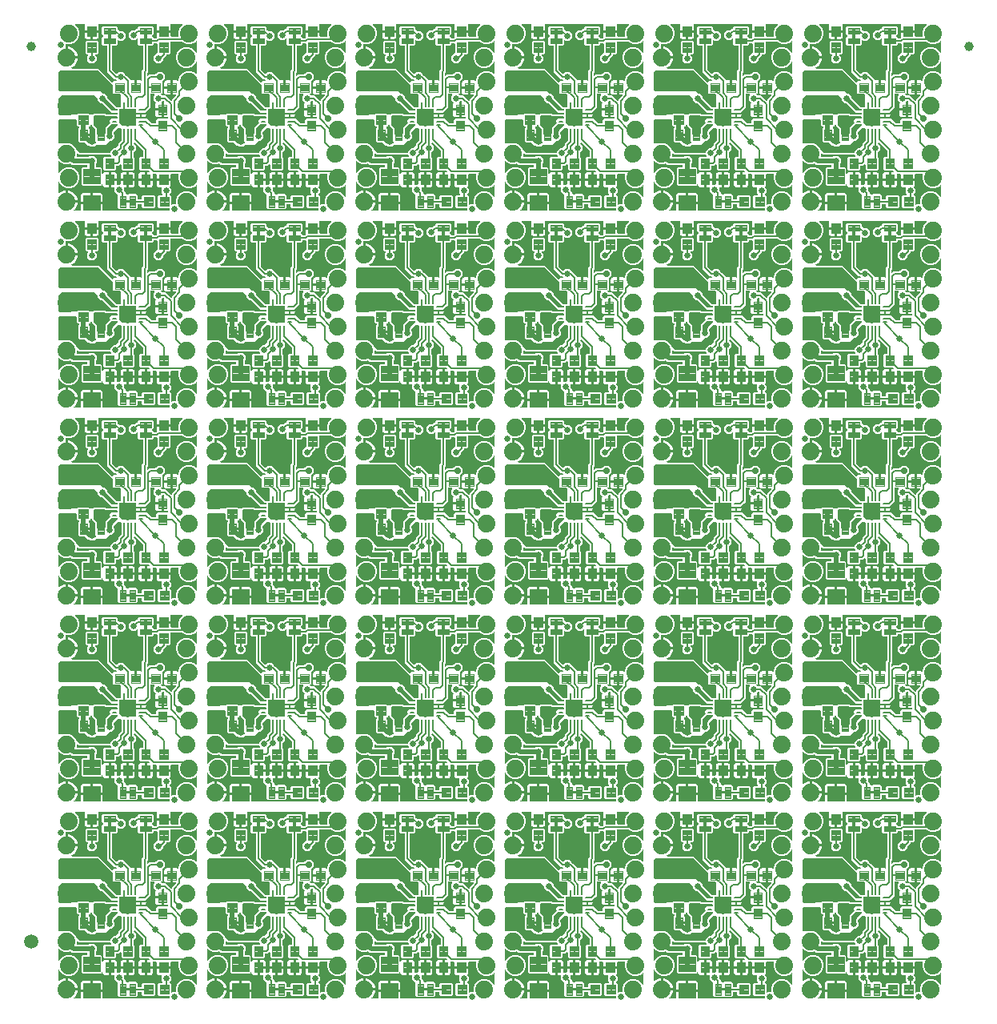
<source format=gtl>
G04 EAGLE Gerber RS-274X export*
G75*
%MOMM*%
%FSLAX34Y34*%
%LPD*%
%INTop Copper*%
%IPPOS*%
%AMOC8*
5,1,8,0,0,1.08239X$1,22.5*%
G01*
%ADD10C,0.635000*%
%ADD11C,0.099059*%
%ADD12C,0.100000*%
%ADD13C,0.200000*%
%ADD14C,0.101600*%
%ADD15C,0.104000*%
%ADD16C,1.879600*%
%ADD17C,0.096000*%
%ADD18C,1.000000*%
%ADD19C,1.500000*%
%ADD20C,0.660400*%
%ADD21C,0.190500*%
%ADD22C,0.508000*%
%ADD23C,0.705600*%
%ADD24C,0.177800*%

G36*
X183470Y419366D02*
X183470Y419366D01*
X183536Y419368D01*
X183579Y419386D01*
X183626Y419394D01*
X183683Y419428D01*
X183743Y419453D01*
X183778Y419484D01*
X183819Y419509D01*
X183861Y419560D01*
X183909Y419604D01*
X183931Y419646D01*
X183960Y419683D01*
X183981Y419745D01*
X184012Y419804D01*
X184020Y419858D01*
X184032Y419895D01*
X184031Y419935D01*
X184039Y419989D01*
X184039Y426691D01*
X194945Y426691D01*
X195010Y426702D01*
X195075Y426704D01*
X195119Y426722D01*
X195166Y426730D01*
X195222Y426764D01*
X195283Y426789D01*
X195318Y426821D01*
X195359Y426845D01*
X195400Y426896D01*
X195449Y426940D01*
X195471Y426982D01*
X195500Y427019D01*
X195521Y427081D01*
X195551Y427140D01*
X195560Y427194D01*
X195572Y427231D01*
X195571Y427271D01*
X195579Y427325D01*
X195579Y427961D01*
X195581Y427961D01*
X195581Y427325D01*
X195593Y427260D01*
X195594Y427195D01*
X195612Y427151D01*
X195621Y427104D01*
X195654Y427047D01*
X195679Y426987D01*
X195711Y426952D01*
X195735Y426911D01*
X195786Y426870D01*
X195830Y426821D01*
X195872Y426799D01*
X195909Y426770D01*
X195971Y426749D01*
X196030Y426718D01*
X196084Y426710D01*
X196121Y426698D01*
X196161Y426699D01*
X196215Y426691D01*
X207121Y426691D01*
X207121Y419989D01*
X207132Y419924D01*
X207134Y419858D01*
X207152Y419815D01*
X207160Y419768D01*
X207194Y419711D01*
X207219Y419651D01*
X207250Y419616D01*
X207275Y419575D01*
X207326Y419533D01*
X207370Y419485D01*
X207412Y419463D01*
X207449Y419434D01*
X207511Y419413D01*
X207570Y419382D01*
X207624Y419374D01*
X207661Y419362D01*
X207701Y419363D01*
X207755Y419355D01*
X277876Y419355D01*
X277941Y419366D01*
X278007Y419368D01*
X278050Y419386D01*
X278097Y419394D01*
X278154Y419428D01*
X278214Y419453D01*
X278249Y419484D01*
X278290Y419509D01*
X278332Y419560D01*
X278380Y419604D01*
X278402Y419646D01*
X278431Y419683D01*
X278452Y419745D01*
X278483Y419804D01*
X278491Y419858D01*
X278503Y419895D01*
X278502Y419935D01*
X278510Y419989D01*
X278510Y421847D01*
X278499Y421912D01*
X278497Y421978D01*
X278479Y422021D01*
X278471Y422068D01*
X278437Y422125D01*
X278412Y422185D01*
X278381Y422220D01*
X278356Y422261D01*
X278305Y422303D01*
X278261Y422351D01*
X278219Y422373D01*
X278182Y422402D01*
X278120Y422423D01*
X278061Y422454D01*
X278007Y422462D01*
X277970Y422474D01*
X277930Y422473D01*
X277876Y422481D01*
X266716Y422481D01*
X265381Y423816D01*
X265381Y434704D01*
X266716Y436039D01*
X270255Y436039D01*
X270343Y436055D01*
X270431Y436064D01*
X270452Y436074D01*
X270476Y436078D01*
X270552Y436124D01*
X270632Y436163D01*
X270648Y436180D01*
X270669Y436193D01*
X270725Y436262D01*
X270786Y436326D01*
X270795Y436348D01*
X270810Y436367D01*
X270839Y436451D01*
X270873Y436533D01*
X270875Y436557D01*
X270882Y436579D01*
X270879Y436668D01*
X270883Y436757D01*
X270876Y436780D01*
X270875Y436804D01*
X270842Y436886D01*
X270815Y436971D01*
X270799Y436992D01*
X270791Y437011D01*
X270757Y437049D01*
X270703Y437121D01*
X269239Y438585D01*
X269239Y442795D01*
X269831Y443387D01*
X269882Y443460D01*
X269938Y443529D01*
X269946Y443551D01*
X269959Y443571D01*
X269982Y443657D01*
X270010Y443741D01*
X270009Y443765D01*
X270015Y443788D01*
X270006Y443877D01*
X270003Y443966D01*
X269995Y443988D01*
X269992Y444011D01*
X269953Y444091D01*
X269919Y444173D01*
X269903Y444191D01*
X269893Y444212D01*
X269828Y444273D01*
X269768Y444339D01*
X269747Y444350D01*
X269729Y444366D01*
X269647Y444401D01*
X269568Y444442D01*
X269542Y444445D01*
X269523Y444454D01*
X269472Y444456D01*
X269383Y444469D01*
X266880Y444469D01*
X266106Y444676D01*
X265413Y445077D01*
X264847Y445643D01*
X264446Y446336D01*
X264239Y447110D01*
X264239Y451241D01*
X271145Y451241D01*
X271210Y451252D01*
X271275Y451254D01*
X271319Y451272D01*
X271366Y451280D01*
X271422Y451314D01*
X271483Y451339D01*
X271518Y451371D01*
X271559Y451395D01*
X271600Y451446D01*
X271649Y451490D01*
X271671Y451532D01*
X271700Y451569D01*
X271721Y451631D01*
X271751Y451690D01*
X271760Y451744D01*
X271772Y451781D01*
X271771Y451821D01*
X271779Y451875D01*
X271779Y453145D01*
X271767Y453210D01*
X271766Y453275D01*
X271748Y453319D01*
X271739Y453366D01*
X271706Y453423D01*
X271681Y453483D01*
X271649Y453518D01*
X271625Y453559D01*
X271574Y453600D01*
X271530Y453649D01*
X271488Y453671D01*
X271451Y453700D01*
X271389Y453721D01*
X271330Y453751D01*
X271276Y453760D01*
X271239Y453772D01*
X271199Y453771D01*
X271145Y453779D01*
X264239Y453779D01*
X264239Y457708D01*
X264228Y457773D01*
X264226Y457839D01*
X264208Y457882D01*
X264200Y457929D01*
X264166Y457986D01*
X264141Y458046D01*
X264110Y458081D01*
X264085Y458122D01*
X264034Y458164D01*
X263990Y458212D01*
X263948Y458234D01*
X263911Y458263D01*
X263849Y458284D01*
X263790Y458315D01*
X263736Y458323D01*
X263699Y458335D01*
X263659Y458334D01*
X263605Y458342D01*
X260905Y458342D01*
X260840Y458331D01*
X260774Y458329D01*
X260731Y458311D01*
X260684Y458303D01*
X260627Y458269D01*
X260567Y458244D01*
X260532Y458213D01*
X260491Y458188D01*
X260449Y458137D01*
X260401Y458093D01*
X260379Y458051D01*
X260350Y458014D01*
X260329Y457952D01*
X260298Y457893D01*
X260290Y457839D01*
X260278Y457802D01*
X260279Y457762D01*
X260271Y457708D01*
X260271Y453779D01*
X253999Y453779D01*
X253999Y460551D01*
X256385Y460551D01*
X256473Y460567D01*
X256561Y460576D01*
X256583Y460586D01*
X256606Y460590D01*
X256683Y460636D01*
X256763Y460675D01*
X256779Y460692D01*
X256799Y460705D01*
X256855Y460774D01*
X256917Y460838D01*
X256926Y460860D01*
X256941Y460879D01*
X256969Y460963D01*
X257004Y461045D01*
X257005Y461069D01*
X257013Y461091D01*
X257010Y461180D01*
X257014Y461269D01*
X257007Y461292D01*
X257006Y461316D01*
X256973Y461398D01*
X256945Y461483D01*
X256930Y461504D01*
X256922Y461523D01*
X256888Y461561D01*
X256834Y461633D01*
X256422Y462045D01*
X256387Y462070D01*
X256358Y462101D01*
X256295Y462133D01*
X256238Y462174D01*
X256196Y462184D01*
X256159Y462204D01*
X256069Y462217D01*
X256020Y462230D01*
X256000Y462227D01*
X255973Y462231D01*
X247286Y462231D01*
X245951Y463566D01*
X245951Y475454D01*
X247286Y476789D01*
X249428Y476789D01*
X249493Y476800D01*
X249559Y476802D01*
X249602Y476820D01*
X249649Y476828D01*
X249706Y476862D01*
X249766Y476887D01*
X249801Y476918D01*
X249842Y476943D01*
X249884Y476994D01*
X249932Y477038D01*
X249954Y477080D01*
X249983Y477117D01*
X250004Y477179D01*
X250035Y477238D01*
X250043Y477292D01*
X250055Y477329D01*
X250054Y477369D01*
X250062Y477423D01*
X250062Y482502D01*
X250055Y482544D01*
X250057Y482586D01*
X250035Y482654D01*
X250023Y482723D01*
X250001Y482760D01*
X249988Y482800D01*
X249934Y482873D01*
X249908Y482916D01*
X249892Y482930D01*
X249876Y482951D01*
X241430Y491397D01*
X241357Y491448D01*
X241288Y491504D01*
X241266Y491511D01*
X241246Y491525D01*
X241160Y491547D01*
X241076Y491576D01*
X241052Y491575D01*
X241029Y491581D01*
X240940Y491572D01*
X240851Y491569D01*
X240829Y491560D01*
X240806Y491558D01*
X240726Y491518D01*
X240644Y491485D01*
X240626Y491469D01*
X240605Y491458D01*
X240544Y491393D01*
X240478Y491333D01*
X240467Y491312D01*
X240451Y491295D01*
X240416Y491213D01*
X240375Y491134D01*
X240372Y491108D01*
X240363Y491088D01*
X240361Y491038D01*
X240348Y490948D01*
X240348Y490809D01*
X240355Y490767D01*
X240353Y490725D01*
X240375Y490658D01*
X240387Y490588D01*
X240409Y490552D01*
X240422Y490511D01*
X240476Y490439D01*
X240502Y490395D01*
X240518Y490382D01*
X240534Y490361D01*
X242761Y488134D01*
X242761Y483924D01*
X240534Y481697D01*
X240509Y481662D01*
X240478Y481634D01*
X240446Y481571D01*
X240405Y481513D01*
X240395Y481472D01*
X240375Y481434D01*
X240362Y481345D01*
X240349Y481296D01*
X240352Y481275D01*
X240348Y481249D01*
X240348Y475828D01*
X240355Y475786D01*
X240353Y475743D01*
X240375Y475676D01*
X240387Y475607D01*
X240409Y475570D01*
X240422Y475530D01*
X240459Y475480D01*
X240459Y463566D01*
X239124Y462231D01*
X228236Y462231D01*
X226901Y463566D01*
X226901Y467977D01*
X226886Y468065D01*
X226876Y468154D01*
X226866Y468175D01*
X226862Y468198D01*
X226816Y468275D01*
X226777Y468355D01*
X226760Y468371D01*
X226747Y468391D01*
X226678Y468447D01*
X226614Y468509D01*
X226592Y468518D01*
X226573Y468533D01*
X226489Y468561D01*
X226407Y468596D01*
X226383Y468597D01*
X226361Y468605D01*
X226272Y468602D01*
X226183Y468606D01*
X226160Y468599D01*
X226136Y468598D01*
X226054Y468565D01*
X225969Y468537D01*
X225948Y468522D01*
X225929Y468514D01*
X225891Y468480D01*
X225818Y468426D01*
X225709Y468316D01*
X224235Y466842D01*
X222043Y466842D01*
X221978Y466831D01*
X221912Y466829D01*
X221869Y466811D01*
X221822Y466803D01*
X221765Y466769D01*
X221705Y466744D01*
X221670Y466713D01*
X221629Y466688D01*
X221587Y466637D01*
X221539Y466593D01*
X221517Y466551D01*
X221488Y466514D01*
X221467Y466452D01*
X221436Y466393D01*
X221428Y466339D01*
X221416Y466302D01*
X221417Y466262D01*
X221409Y466208D01*
X221409Y463566D01*
X220074Y462231D01*
X209186Y462231D01*
X207851Y463566D01*
X207851Y475454D01*
X209186Y476789D01*
X215535Y476789D01*
X215623Y476804D01*
X215711Y476814D01*
X215732Y476824D01*
X215756Y476828D01*
X215832Y476874D01*
X215912Y476913D01*
X215928Y476930D01*
X215949Y476943D01*
X216005Y477012D01*
X216066Y477076D01*
X216075Y477098D01*
X216090Y477117D01*
X216119Y477201D01*
X216153Y477283D01*
X216155Y477307D01*
X216162Y477329D01*
X216159Y477418D01*
X216163Y477507D01*
X216156Y477530D01*
X216155Y477554D01*
X216122Y477636D01*
X216095Y477721D01*
X216079Y477742D01*
X216071Y477761D01*
X216037Y477799D01*
X215983Y477871D01*
X215489Y478366D01*
X215489Y478409D01*
X215477Y478474D01*
X215475Y478540D01*
X215457Y478583D01*
X215449Y478630D01*
X215415Y478687D01*
X215391Y478747D01*
X215359Y478782D01*
X215335Y478823D01*
X215284Y478865D01*
X215239Y478913D01*
X215197Y478935D01*
X215161Y478964D01*
X215098Y478985D01*
X215040Y479016D01*
X214985Y479024D01*
X214948Y479036D01*
X214909Y479035D01*
X214854Y479043D01*
X182187Y479043D01*
X181169Y480061D01*
X181135Y480084D01*
X181110Y480113D01*
X181070Y480133D01*
X181027Y480168D01*
X181005Y480175D01*
X180985Y480189D01*
X180937Y480201D01*
X180910Y480215D01*
X180869Y480221D01*
X180815Y480239D01*
X180791Y480239D01*
X180768Y480245D01*
X180735Y480241D01*
X180725Y480243D01*
X180721Y480243D01*
X180682Y480236D01*
X180679Y480235D01*
X180590Y480233D01*
X180568Y480224D01*
X180545Y480221D01*
X180512Y480205D01*
X180500Y480203D01*
X180463Y480181D01*
X180383Y480149D01*
X180365Y480133D01*
X180344Y480122D01*
X180320Y480096D01*
X180307Y480089D01*
X180277Y480052D01*
X180217Y479997D01*
X180206Y479976D01*
X180190Y479959D01*
X180177Y479929D01*
X180166Y479915D01*
X180148Y479863D01*
X180114Y479798D01*
X180111Y479771D01*
X180102Y479752D01*
X180101Y479724D01*
X180094Y479702D01*
X180095Y479666D01*
X180087Y479612D01*
X180087Y477837D01*
X180003Y477636D01*
X179987Y477560D01*
X179962Y477487D01*
X179963Y477451D01*
X179956Y477417D01*
X179966Y477340D01*
X179969Y477262D01*
X179982Y477230D01*
X179987Y477194D01*
X180024Y477126D01*
X180053Y477055D01*
X180077Y477028D01*
X180094Y476997D01*
X180152Y476946D01*
X180204Y476889D01*
X180236Y476873D01*
X180263Y476849D01*
X180335Y476822D01*
X180404Y476786D01*
X180444Y476780D01*
X180472Y476770D01*
X180519Y476769D01*
X180589Y476759D01*
X192451Y476759D01*
X192493Y476766D01*
X192535Y476764D01*
X192602Y476786D01*
X192672Y476798D01*
X192708Y476820D01*
X192749Y476833D01*
X192821Y476887D01*
X192865Y476913D01*
X192878Y476929D01*
X192899Y476945D01*
X193475Y477521D01*
X197685Y477521D01*
X200661Y474545D01*
X200661Y470335D01*
X200085Y469759D01*
X200060Y469724D01*
X200029Y469696D01*
X199997Y469633D01*
X199956Y469575D01*
X199946Y469534D01*
X199926Y469496D01*
X199913Y469407D01*
X199900Y469358D01*
X199903Y469337D01*
X199899Y469311D01*
X199899Y466373D01*
X199910Y466308D01*
X199912Y466242D01*
X199930Y466199D01*
X199938Y466152D01*
X199972Y466095D01*
X199997Y466035D01*
X200028Y466000D01*
X200053Y465959D01*
X200104Y465917D01*
X200148Y465869D01*
X200190Y465847D01*
X200227Y465818D01*
X200289Y465797D01*
X200348Y465766D01*
X200402Y465758D01*
X200439Y465746D01*
X200479Y465747D01*
X200533Y465739D01*
X205036Y465739D01*
X206359Y464416D01*
X206359Y459426D01*
X206369Y459368D01*
X206370Y459308D01*
X206389Y459258D01*
X206398Y459206D01*
X206429Y459154D01*
X206450Y459099D01*
X206485Y459059D01*
X206513Y459012D01*
X206559Y458975D01*
X206598Y458930D01*
X206645Y458905D01*
X206687Y458871D01*
X206743Y458852D01*
X206796Y458824D01*
X206849Y458816D01*
X206899Y458799D01*
X206959Y458801D01*
X207018Y458793D01*
X207070Y458804D01*
X207124Y458806D01*
X207179Y458828D01*
X207237Y458841D01*
X207282Y458870D01*
X207331Y458890D01*
X207375Y458930D01*
X207426Y458963D01*
X207465Y459012D01*
X207497Y459042D01*
X207513Y459073D01*
X207542Y459109D01*
X207697Y459377D01*
X208263Y459943D01*
X208956Y460344D01*
X209730Y460551D01*
X213361Y460551D01*
X213361Y453145D01*
X213372Y453080D01*
X213374Y453015D01*
X213392Y452971D01*
X213400Y452924D01*
X213434Y452868D01*
X213459Y452807D01*
X213491Y452772D01*
X213515Y452731D01*
X213566Y452690D01*
X213610Y452641D01*
X213652Y452619D01*
X213689Y452590D01*
X213751Y452569D01*
X213810Y452539D01*
X213864Y452530D01*
X213901Y452518D01*
X213941Y452519D01*
X213995Y452511D01*
X214631Y452511D01*
X214631Y452509D01*
X213995Y452509D01*
X213930Y452497D01*
X213865Y452496D01*
X213821Y452478D01*
X213774Y452469D01*
X213717Y452436D01*
X213657Y452411D01*
X213622Y452379D01*
X213581Y452355D01*
X213540Y452304D01*
X213491Y452260D01*
X213469Y452218D01*
X213440Y452181D01*
X213419Y452119D01*
X213388Y452060D01*
X213380Y452006D01*
X213368Y451969D01*
X213369Y451929D01*
X213361Y451875D01*
X213361Y444469D01*
X209730Y444469D01*
X208956Y444676D01*
X208263Y445077D01*
X207697Y445643D01*
X207297Y446336D01*
X207136Y446936D01*
X207133Y446942D01*
X207132Y446948D01*
X207086Y447043D01*
X207040Y447139D01*
X207036Y447143D01*
X207033Y447149D01*
X206956Y447222D01*
X206880Y447296D01*
X206874Y447299D01*
X206870Y447303D01*
X206772Y447344D01*
X206675Y447388D01*
X206669Y447388D01*
X206663Y447391D01*
X206558Y447395D01*
X206451Y447402D01*
X206445Y447400D01*
X206439Y447401D01*
X206339Y447368D01*
X206236Y447338D01*
X206231Y447334D01*
X206225Y447332D01*
X206075Y447220D01*
X205036Y446181D01*
X186124Y446181D01*
X184801Y447504D01*
X184801Y464416D01*
X186124Y465739D01*
X190627Y465739D01*
X190692Y465750D01*
X190758Y465752D01*
X190801Y465770D01*
X190848Y465778D01*
X190905Y465812D01*
X190965Y465837D01*
X191000Y465868D01*
X191041Y465893D01*
X191083Y465944D01*
X191131Y465988D01*
X191153Y466030D01*
X191182Y466067D01*
X191203Y466129D01*
X191234Y466188D01*
X191242Y466242D01*
X191254Y466279D01*
X191253Y466319D01*
X191261Y466373D01*
X191261Y467487D01*
X191250Y467552D01*
X191248Y467618D01*
X191230Y467661D01*
X191222Y467708D01*
X191188Y467765D01*
X191163Y467825D01*
X191132Y467860D01*
X191107Y467901D01*
X191056Y467943D01*
X191012Y467991D01*
X190970Y468013D01*
X190933Y468042D01*
X190871Y468063D01*
X190812Y468094D01*
X190758Y468102D01*
X190721Y468114D01*
X190681Y468113D01*
X190627Y468121D01*
X174741Y468121D01*
X173445Y469417D01*
X173401Y469448D01*
X173363Y469487D01*
X173309Y469512D01*
X173261Y469545D01*
X173209Y469559D01*
X173159Y469582D01*
X173101Y469587D01*
X173044Y469601D01*
X172990Y469596D01*
X172936Y469600D01*
X172867Y469583D01*
X172821Y469578D01*
X172793Y469564D01*
X172754Y469555D01*
X171133Y468883D01*
X166687Y468883D01*
X162579Y470585D01*
X161357Y471806D01*
X161284Y471857D01*
X161215Y471913D01*
X161193Y471921D01*
X161173Y471934D01*
X161087Y471957D01*
X161003Y471985D01*
X160979Y471984D01*
X160956Y471990D01*
X160867Y471981D01*
X160778Y471978D01*
X160756Y471970D01*
X160733Y471967D01*
X160653Y471928D01*
X160571Y471894D01*
X160553Y471878D01*
X160532Y471868D01*
X160471Y471803D01*
X160405Y471743D01*
X160394Y471722D01*
X160378Y471704D01*
X160343Y471622D01*
X160302Y471543D01*
X160299Y471517D01*
X160290Y471498D01*
X160288Y471447D01*
X160275Y471358D01*
X160275Y460075D01*
X160293Y459976D01*
X160307Y459877D01*
X160312Y459866D01*
X160314Y459854D01*
X160365Y459768D01*
X160413Y459679D01*
X160422Y459671D01*
X160429Y459661D01*
X160506Y459598D01*
X160582Y459532D01*
X160594Y459527D01*
X160603Y459520D01*
X160698Y459488D01*
X160792Y459452D01*
X160804Y459452D01*
X160815Y459448D01*
X160915Y459451D01*
X161016Y459450D01*
X161028Y459454D01*
X161040Y459455D01*
X161132Y459492D01*
X161227Y459527D01*
X161236Y459534D01*
X161247Y459539D01*
X161322Y459607D01*
X161398Y459672D01*
X161405Y459683D01*
X161413Y459690D01*
X161434Y459731D01*
X161495Y459833D01*
X161975Y460991D01*
X165119Y464135D01*
X169227Y465837D01*
X173673Y465837D01*
X177781Y464135D01*
X180925Y460991D01*
X182627Y456883D01*
X182627Y452437D01*
X180925Y448329D01*
X177781Y445185D01*
X173673Y443483D01*
X169227Y443483D01*
X165119Y445185D01*
X161975Y448329D01*
X161495Y449487D01*
X161441Y449572D01*
X161389Y449659D01*
X161380Y449666D01*
X161374Y449676D01*
X161293Y449737D01*
X161215Y449800D01*
X161204Y449804D01*
X161194Y449811D01*
X161098Y449840D01*
X161003Y449872D01*
X160991Y449872D01*
X160979Y449875D01*
X160879Y449868D01*
X160778Y449865D01*
X160767Y449861D01*
X160756Y449860D01*
X160664Y449819D01*
X160571Y449781D01*
X160562Y449773D01*
X160551Y449768D01*
X160479Y449698D01*
X160405Y449630D01*
X160399Y449619D01*
X160391Y449611D01*
X160349Y449520D01*
X160302Y449430D01*
X160300Y449417D01*
X160296Y449408D01*
X160292Y449362D01*
X160275Y449245D01*
X160275Y438988D01*
X160282Y438949D01*
X160280Y438909D01*
X160301Y438839D01*
X160314Y438767D01*
X160335Y438733D01*
X160346Y438695D01*
X160391Y438637D01*
X160429Y438574D01*
X160459Y438549D01*
X160484Y438518D01*
X160546Y438479D01*
X160603Y438433D01*
X160640Y438420D01*
X160674Y438399D01*
X160746Y438384D01*
X160815Y438361D01*
X160855Y438362D01*
X160894Y438354D01*
X160966Y438365D01*
X161040Y438367D01*
X161076Y438382D01*
X161116Y438388D01*
X161201Y438433D01*
X161247Y438452D01*
X161261Y438464D01*
X161282Y438475D01*
X162653Y439471D01*
X164327Y440324D01*
X166114Y440905D01*
X167641Y441147D01*
X167641Y429895D01*
X167652Y429830D01*
X167654Y429765D01*
X167672Y429721D01*
X167680Y429674D01*
X167714Y429618D01*
X167739Y429557D01*
X167770Y429522D01*
X167795Y429481D01*
X167846Y429440D01*
X167890Y429391D01*
X167932Y429369D01*
X167969Y429340D01*
X168031Y429319D01*
X168090Y429289D01*
X168144Y429280D01*
X168181Y429268D01*
X168221Y429269D01*
X168275Y429261D01*
X168911Y429261D01*
X168911Y428625D01*
X168923Y428560D01*
X168924Y428494D01*
X168942Y428451D01*
X168951Y428404D01*
X168984Y428347D01*
X169009Y428287D01*
X169041Y428252D01*
X169065Y428211D01*
X169116Y428170D01*
X169160Y428121D01*
X169202Y428099D01*
X169239Y428070D01*
X169301Y428049D01*
X169360Y428018D01*
X169414Y428010D01*
X169451Y427998D01*
X169491Y427999D01*
X169545Y427991D01*
X180797Y427991D01*
X180555Y426464D01*
X179974Y424677D01*
X179121Y423003D01*
X178016Y421482D01*
X176971Y420437D01*
X176921Y420364D01*
X176864Y420295D01*
X176857Y420273D01*
X176843Y420253D01*
X176821Y420167D01*
X176793Y420083D01*
X176793Y420059D01*
X176787Y420036D01*
X176797Y419947D01*
X176799Y419858D01*
X176808Y419836D01*
X176811Y419813D01*
X176850Y419733D01*
X176883Y419651D01*
X176899Y419633D01*
X176910Y419612D01*
X176975Y419551D01*
X177035Y419485D01*
X177056Y419474D01*
X177073Y419458D01*
X177155Y419423D01*
X177234Y419382D01*
X177261Y419379D01*
X177280Y419370D01*
X177330Y419368D01*
X177420Y419355D01*
X183405Y419355D01*
X183470Y419366D01*
G37*
G36*
X25990Y2806D02*
X25990Y2806D01*
X26056Y2808D01*
X26099Y2826D01*
X26146Y2834D01*
X26203Y2868D01*
X26263Y2893D01*
X26298Y2924D01*
X26339Y2949D01*
X26381Y3000D01*
X26429Y3044D01*
X26451Y3086D01*
X26480Y3123D01*
X26501Y3185D01*
X26532Y3244D01*
X26540Y3298D01*
X26552Y3335D01*
X26551Y3375D01*
X26559Y3429D01*
X26559Y10131D01*
X37465Y10131D01*
X37530Y10142D01*
X37595Y10144D01*
X37639Y10162D01*
X37686Y10170D01*
X37742Y10204D01*
X37803Y10229D01*
X37838Y10261D01*
X37879Y10285D01*
X37920Y10336D01*
X37969Y10380D01*
X37991Y10422D01*
X38020Y10459D01*
X38041Y10521D01*
X38071Y10580D01*
X38080Y10634D01*
X38092Y10671D01*
X38091Y10711D01*
X38099Y10765D01*
X38099Y11401D01*
X38101Y11401D01*
X38101Y10765D01*
X38113Y10700D01*
X38114Y10635D01*
X38132Y10591D01*
X38141Y10544D01*
X38174Y10487D01*
X38199Y10427D01*
X38231Y10392D01*
X38255Y10351D01*
X38306Y10310D01*
X38350Y10261D01*
X38392Y10239D01*
X38429Y10210D01*
X38491Y10189D01*
X38550Y10158D01*
X38604Y10150D01*
X38641Y10138D01*
X38681Y10139D01*
X38735Y10131D01*
X49641Y10131D01*
X49641Y3429D01*
X49652Y3364D01*
X49654Y3298D01*
X49672Y3255D01*
X49680Y3208D01*
X49714Y3151D01*
X49739Y3091D01*
X49770Y3056D01*
X49795Y3015D01*
X49846Y2973D01*
X49890Y2925D01*
X49932Y2903D01*
X49969Y2874D01*
X50031Y2853D01*
X50090Y2822D01*
X50144Y2814D01*
X50181Y2802D01*
X50221Y2803D01*
X50275Y2795D01*
X120396Y2795D01*
X120461Y2806D01*
X120527Y2808D01*
X120570Y2826D01*
X120617Y2834D01*
X120674Y2868D01*
X120734Y2893D01*
X120769Y2924D01*
X120810Y2949D01*
X120852Y3000D01*
X120900Y3044D01*
X120922Y3086D01*
X120951Y3123D01*
X120972Y3185D01*
X121003Y3244D01*
X121011Y3298D01*
X121023Y3335D01*
X121022Y3375D01*
X121030Y3429D01*
X121030Y5287D01*
X121019Y5352D01*
X121017Y5418D01*
X120999Y5461D01*
X120991Y5508D01*
X120957Y5565D01*
X120932Y5625D01*
X120901Y5660D01*
X120876Y5701D01*
X120825Y5743D01*
X120781Y5791D01*
X120739Y5813D01*
X120702Y5842D01*
X120640Y5863D01*
X120581Y5894D01*
X120527Y5902D01*
X120490Y5914D01*
X120450Y5913D01*
X120396Y5921D01*
X109236Y5921D01*
X107901Y7256D01*
X107901Y18144D01*
X109236Y19479D01*
X112775Y19479D01*
X112863Y19495D01*
X112951Y19504D01*
X112972Y19514D01*
X112996Y19518D01*
X113072Y19564D01*
X113152Y19603D01*
X113168Y19620D01*
X113189Y19633D01*
X113245Y19702D01*
X113306Y19766D01*
X113315Y19788D01*
X113330Y19807D01*
X113359Y19891D01*
X113393Y19973D01*
X113395Y19997D01*
X113402Y20019D01*
X113399Y20108D01*
X113403Y20197D01*
X113396Y20220D01*
X113395Y20244D01*
X113362Y20326D01*
X113335Y20411D01*
X113319Y20432D01*
X113311Y20451D01*
X113277Y20489D01*
X113223Y20561D01*
X111759Y22025D01*
X111759Y26235D01*
X112351Y26827D01*
X112402Y26900D01*
X112458Y26969D01*
X112466Y26991D01*
X112479Y27011D01*
X112502Y27097D01*
X112530Y27181D01*
X112529Y27205D01*
X112535Y27228D01*
X112526Y27317D01*
X112523Y27406D01*
X112515Y27428D01*
X112512Y27451D01*
X112473Y27531D01*
X112439Y27613D01*
X112423Y27631D01*
X112413Y27652D01*
X112348Y27713D01*
X112288Y27779D01*
X112267Y27790D01*
X112249Y27806D01*
X112167Y27841D01*
X112088Y27882D01*
X112062Y27885D01*
X112043Y27894D01*
X111992Y27896D01*
X111903Y27909D01*
X109400Y27909D01*
X108626Y28116D01*
X107933Y28517D01*
X107367Y29083D01*
X106966Y29776D01*
X106759Y30550D01*
X106759Y34681D01*
X113665Y34681D01*
X113730Y34692D01*
X113795Y34694D01*
X113839Y34712D01*
X113886Y34720D01*
X113942Y34754D01*
X114003Y34779D01*
X114038Y34811D01*
X114079Y34835D01*
X114120Y34886D01*
X114169Y34930D01*
X114191Y34972D01*
X114220Y35009D01*
X114241Y35071D01*
X114271Y35130D01*
X114280Y35184D01*
X114292Y35221D01*
X114291Y35261D01*
X114299Y35315D01*
X114299Y36585D01*
X114287Y36650D01*
X114286Y36715D01*
X114268Y36759D01*
X114259Y36806D01*
X114226Y36863D01*
X114201Y36923D01*
X114169Y36958D01*
X114145Y36999D01*
X114094Y37040D01*
X114050Y37089D01*
X114008Y37111D01*
X113971Y37140D01*
X113909Y37161D01*
X113850Y37191D01*
X113796Y37200D01*
X113759Y37212D01*
X113719Y37211D01*
X113665Y37219D01*
X106759Y37219D01*
X106759Y41148D01*
X106748Y41213D01*
X106746Y41279D01*
X106728Y41322D01*
X106720Y41369D01*
X106686Y41426D01*
X106661Y41486D01*
X106630Y41521D01*
X106605Y41562D01*
X106554Y41604D01*
X106510Y41652D01*
X106468Y41674D01*
X106431Y41703D01*
X106369Y41724D01*
X106310Y41755D01*
X106256Y41763D01*
X106219Y41775D01*
X106179Y41774D01*
X106125Y41782D01*
X103425Y41782D01*
X103360Y41771D01*
X103294Y41769D01*
X103251Y41751D01*
X103204Y41743D01*
X103147Y41709D01*
X103087Y41684D01*
X103052Y41653D01*
X103011Y41628D01*
X102969Y41577D01*
X102921Y41533D01*
X102899Y41491D01*
X102870Y41454D01*
X102849Y41392D01*
X102818Y41333D01*
X102810Y41279D01*
X102798Y41242D01*
X102799Y41202D01*
X102791Y41148D01*
X102791Y37219D01*
X96519Y37219D01*
X96519Y43991D01*
X98905Y43991D01*
X98993Y44007D01*
X99081Y44016D01*
X99103Y44026D01*
X99126Y44030D01*
X99203Y44076D01*
X99283Y44115D01*
X99299Y44132D01*
X99319Y44145D01*
X99375Y44214D01*
X99437Y44278D01*
X99446Y44300D01*
X99461Y44319D01*
X99489Y44403D01*
X99524Y44485D01*
X99525Y44509D01*
X99533Y44531D01*
X99530Y44620D01*
X99534Y44709D01*
X99527Y44732D01*
X99526Y44756D01*
X99493Y44838D01*
X99465Y44923D01*
X99450Y44944D01*
X99442Y44963D01*
X99408Y45001D01*
X99354Y45073D01*
X98942Y45485D01*
X98907Y45510D01*
X98878Y45541D01*
X98815Y45573D01*
X98758Y45614D01*
X98716Y45624D01*
X98679Y45644D01*
X98589Y45657D01*
X98540Y45670D01*
X98520Y45667D01*
X98493Y45671D01*
X89806Y45671D01*
X88471Y47006D01*
X88471Y58894D01*
X89806Y60229D01*
X91948Y60229D01*
X92013Y60240D01*
X92079Y60242D01*
X92122Y60260D01*
X92169Y60268D01*
X92226Y60302D01*
X92286Y60327D01*
X92321Y60358D01*
X92362Y60383D01*
X92404Y60434D01*
X92452Y60478D01*
X92474Y60520D01*
X92503Y60557D01*
X92524Y60619D01*
X92555Y60678D01*
X92563Y60732D01*
X92575Y60769D01*
X92574Y60809D01*
X92582Y60863D01*
X92582Y65942D01*
X92575Y65984D01*
X92577Y66026D01*
X92555Y66094D01*
X92543Y66163D01*
X92521Y66200D01*
X92508Y66240D01*
X92454Y66313D01*
X92428Y66356D01*
X92412Y66370D01*
X92396Y66391D01*
X83950Y74837D01*
X83877Y74888D01*
X83808Y74944D01*
X83786Y74951D01*
X83766Y74965D01*
X83680Y74987D01*
X83596Y75016D01*
X83572Y75015D01*
X83549Y75021D01*
X83460Y75012D01*
X83371Y75009D01*
X83349Y75000D01*
X83326Y74998D01*
X83246Y74958D01*
X83164Y74925D01*
X83146Y74909D01*
X83125Y74898D01*
X83064Y74833D01*
X82998Y74773D01*
X82987Y74752D01*
X82971Y74735D01*
X82936Y74653D01*
X82895Y74574D01*
X82892Y74548D01*
X82883Y74528D01*
X82881Y74478D01*
X82868Y74388D01*
X82868Y74249D01*
X82875Y74207D01*
X82873Y74165D01*
X82895Y74098D01*
X82907Y74028D01*
X82929Y73992D01*
X82942Y73951D01*
X82996Y73879D01*
X83022Y73835D01*
X83038Y73822D01*
X83054Y73801D01*
X85281Y71574D01*
X85281Y67364D01*
X83054Y65137D01*
X83029Y65102D01*
X82998Y65074D01*
X82966Y65011D01*
X82925Y64953D01*
X82915Y64912D01*
X82895Y64874D01*
X82882Y64785D01*
X82869Y64736D01*
X82872Y64715D01*
X82868Y64689D01*
X82868Y59268D01*
X82875Y59226D01*
X82873Y59183D01*
X82895Y59116D01*
X82907Y59047D01*
X82929Y59010D01*
X82942Y58970D01*
X82979Y58920D01*
X82979Y47006D01*
X81644Y45671D01*
X70756Y45671D01*
X69421Y47006D01*
X69421Y51417D01*
X69406Y51505D01*
X69396Y51594D01*
X69386Y51615D01*
X69382Y51638D01*
X69336Y51715D01*
X69297Y51795D01*
X69280Y51811D01*
X69267Y51831D01*
X69198Y51887D01*
X69134Y51949D01*
X69112Y51958D01*
X69093Y51973D01*
X69009Y52001D01*
X68927Y52036D01*
X68903Y52037D01*
X68881Y52045D01*
X68792Y52042D01*
X68703Y52046D01*
X68680Y52039D01*
X68656Y52038D01*
X68574Y52005D01*
X68489Y51977D01*
X68468Y51962D01*
X68449Y51954D01*
X68411Y51920D01*
X68338Y51866D01*
X68229Y51756D01*
X66755Y50282D01*
X64563Y50282D01*
X64498Y50271D01*
X64432Y50269D01*
X64389Y50251D01*
X64342Y50243D01*
X64285Y50209D01*
X64225Y50184D01*
X64190Y50153D01*
X64149Y50128D01*
X64107Y50077D01*
X64059Y50033D01*
X64037Y49991D01*
X64008Y49954D01*
X63987Y49892D01*
X63956Y49833D01*
X63948Y49779D01*
X63936Y49742D01*
X63937Y49702D01*
X63929Y49648D01*
X63929Y47006D01*
X62594Y45671D01*
X51706Y45671D01*
X50371Y47006D01*
X50371Y58894D01*
X51706Y60229D01*
X58055Y60229D01*
X58143Y60244D01*
X58231Y60254D01*
X58252Y60264D01*
X58276Y60268D01*
X58352Y60314D01*
X58432Y60353D01*
X58448Y60370D01*
X58469Y60383D01*
X58525Y60452D01*
X58586Y60516D01*
X58595Y60538D01*
X58610Y60557D01*
X58639Y60641D01*
X58673Y60723D01*
X58675Y60747D01*
X58682Y60769D01*
X58679Y60858D01*
X58683Y60947D01*
X58676Y60970D01*
X58675Y60994D01*
X58642Y61076D01*
X58615Y61161D01*
X58599Y61182D01*
X58591Y61201D01*
X58557Y61239D01*
X58503Y61311D01*
X58009Y61806D01*
X58009Y61849D01*
X57997Y61914D01*
X57995Y61980D01*
X57977Y62023D01*
X57969Y62070D01*
X57935Y62127D01*
X57911Y62187D01*
X57879Y62222D01*
X57855Y62263D01*
X57804Y62305D01*
X57759Y62353D01*
X57717Y62375D01*
X57681Y62404D01*
X57618Y62425D01*
X57560Y62456D01*
X57505Y62464D01*
X57468Y62476D01*
X57429Y62475D01*
X57374Y62483D01*
X24707Y62483D01*
X23689Y63501D01*
X23655Y63524D01*
X23630Y63553D01*
X23590Y63573D01*
X23547Y63608D01*
X23525Y63615D01*
X23505Y63629D01*
X23457Y63641D01*
X23430Y63655D01*
X23388Y63661D01*
X23335Y63679D01*
X23311Y63679D01*
X23288Y63685D01*
X23255Y63681D01*
X23245Y63683D01*
X23241Y63683D01*
X23202Y63676D01*
X23199Y63675D01*
X23110Y63673D01*
X23088Y63664D01*
X23065Y63661D01*
X23032Y63645D01*
X23020Y63643D01*
X22983Y63621D01*
X22903Y63589D01*
X22885Y63573D01*
X22864Y63562D01*
X22840Y63536D01*
X22827Y63529D01*
X22797Y63492D01*
X22737Y63437D01*
X22726Y63416D01*
X22710Y63399D01*
X22697Y63369D01*
X22686Y63355D01*
X22668Y63303D01*
X22634Y63238D01*
X22631Y63211D01*
X22622Y63192D01*
X22621Y63164D01*
X22614Y63142D01*
X22615Y63106D01*
X22607Y63052D01*
X22607Y61277D01*
X22523Y61076D01*
X22507Y61000D01*
X22482Y60927D01*
X22483Y60891D01*
X22476Y60857D01*
X22486Y60780D01*
X22489Y60702D01*
X22502Y60670D01*
X22507Y60634D01*
X22544Y60566D01*
X22573Y60495D01*
X22597Y60468D01*
X22614Y60437D01*
X22672Y60386D01*
X22724Y60329D01*
X22756Y60313D01*
X22783Y60289D01*
X22855Y60262D01*
X22924Y60226D01*
X22964Y60220D01*
X22992Y60210D01*
X23039Y60209D01*
X23109Y60199D01*
X34971Y60199D01*
X35013Y60206D01*
X35055Y60204D01*
X35122Y60226D01*
X35192Y60238D01*
X35228Y60260D01*
X35269Y60273D01*
X35341Y60327D01*
X35385Y60353D01*
X35398Y60369D01*
X35419Y60385D01*
X35995Y60961D01*
X40205Y60961D01*
X43181Y57985D01*
X43181Y53775D01*
X42605Y53199D01*
X42580Y53164D01*
X42549Y53136D01*
X42517Y53073D01*
X42476Y53015D01*
X42466Y52974D01*
X42446Y52936D01*
X42433Y52847D01*
X42420Y52798D01*
X42423Y52777D01*
X42419Y52751D01*
X42419Y49813D01*
X42430Y49748D01*
X42432Y49682D01*
X42450Y49639D01*
X42458Y49592D01*
X42492Y49535D01*
X42517Y49475D01*
X42548Y49440D01*
X42573Y49399D01*
X42624Y49357D01*
X42668Y49309D01*
X42710Y49287D01*
X42747Y49258D01*
X42809Y49237D01*
X42868Y49206D01*
X42922Y49198D01*
X42959Y49186D01*
X42999Y49187D01*
X43053Y49179D01*
X47556Y49179D01*
X48879Y47856D01*
X48879Y42866D01*
X48889Y42808D01*
X48890Y42748D01*
X48909Y42698D01*
X48918Y42646D01*
X48949Y42594D01*
X48970Y42539D01*
X49005Y42499D01*
X49033Y42452D01*
X49079Y42415D01*
X49118Y42370D01*
X49165Y42345D01*
X49207Y42311D01*
X49263Y42292D01*
X49316Y42264D01*
X49369Y42256D01*
X49419Y42239D01*
X49479Y42241D01*
X49538Y42233D01*
X49590Y42244D01*
X49644Y42246D01*
X49699Y42268D01*
X49757Y42281D01*
X49802Y42310D01*
X49851Y42330D01*
X49895Y42370D01*
X49946Y42403D01*
X49985Y42452D01*
X50017Y42482D01*
X50033Y42513D01*
X50062Y42549D01*
X50217Y42817D01*
X50783Y43383D01*
X51476Y43784D01*
X52250Y43991D01*
X55881Y43991D01*
X55881Y36585D01*
X55892Y36520D01*
X55894Y36455D01*
X55912Y36411D01*
X55920Y36364D01*
X55954Y36308D01*
X55979Y36247D01*
X56011Y36212D01*
X56035Y36171D01*
X56086Y36130D01*
X56130Y36081D01*
X56172Y36059D01*
X56209Y36030D01*
X56271Y36009D01*
X56330Y35979D01*
X56384Y35970D01*
X56421Y35958D01*
X56461Y35959D01*
X56515Y35951D01*
X57151Y35951D01*
X57151Y35949D01*
X56515Y35949D01*
X56450Y35937D01*
X56385Y35936D01*
X56341Y35918D01*
X56294Y35909D01*
X56237Y35876D01*
X56177Y35851D01*
X56142Y35819D01*
X56101Y35795D01*
X56060Y35744D01*
X56011Y35700D01*
X55989Y35658D01*
X55960Y35621D01*
X55939Y35559D01*
X55908Y35500D01*
X55900Y35446D01*
X55888Y35409D01*
X55889Y35369D01*
X55881Y35315D01*
X55881Y27909D01*
X52250Y27909D01*
X51476Y28116D01*
X50783Y28517D01*
X50217Y29083D01*
X49817Y29776D01*
X49656Y30376D01*
X49653Y30382D01*
X49652Y30388D01*
X49606Y30483D01*
X49560Y30579D01*
X49556Y30583D01*
X49553Y30589D01*
X49476Y30662D01*
X49400Y30736D01*
X49394Y30739D01*
X49390Y30743D01*
X49292Y30784D01*
X49195Y30828D01*
X49189Y30828D01*
X49183Y30831D01*
X49078Y30835D01*
X48971Y30842D01*
X48965Y30840D01*
X48959Y30841D01*
X48859Y30808D01*
X48756Y30778D01*
X48751Y30774D01*
X48745Y30772D01*
X48595Y30660D01*
X47556Y29621D01*
X28644Y29621D01*
X27321Y30944D01*
X27321Y47856D01*
X28644Y49179D01*
X33147Y49179D01*
X33212Y49190D01*
X33278Y49192D01*
X33321Y49210D01*
X33368Y49218D01*
X33425Y49252D01*
X33485Y49277D01*
X33520Y49308D01*
X33561Y49333D01*
X33603Y49384D01*
X33651Y49428D01*
X33673Y49470D01*
X33702Y49507D01*
X33723Y49569D01*
X33754Y49628D01*
X33762Y49682D01*
X33774Y49719D01*
X33773Y49759D01*
X33781Y49813D01*
X33781Y50927D01*
X33770Y50992D01*
X33768Y51058D01*
X33750Y51101D01*
X33742Y51148D01*
X33708Y51205D01*
X33683Y51265D01*
X33652Y51300D01*
X33627Y51341D01*
X33576Y51383D01*
X33532Y51431D01*
X33490Y51453D01*
X33453Y51482D01*
X33391Y51503D01*
X33332Y51534D01*
X33278Y51542D01*
X33241Y51554D01*
X33201Y51553D01*
X33147Y51561D01*
X17261Y51561D01*
X15965Y52857D01*
X15921Y52888D01*
X15883Y52927D01*
X15829Y52952D01*
X15781Y52985D01*
X15729Y52999D01*
X15680Y53022D01*
X15621Y53026D01*
X15564Y53041D01*
X15510Y53036D01*
X15456Y53040D01*
X15387Y53023D01*
X15341Y53018D01*
X15313Y53004D01*
X15274Y52995D01*
X13653Y52323D01*
X9207Y52323D01*
X5099Y54025D01*
X3877Y55246D01*
X3804Y55297D01*
X3735Y55353D01*
X3713Y55361D01*
X3693Y55374D01*
X3607Y55397D01*
X3523Y55425D01*
X3499Y55424D01*
X3476Y55430D01*
X3387Y55421D01*
X3298Y55418D01*
X3276Y55410D01*
X3253Y55407D01*
X3173Y55368D01*
X3091Y55334D01*
X3073Y55318D01*
X3052Y55308D01*
X2991Y55243D01*
X2925Y55183D01*
X2914Y55162D01*
X2898Y55144D01*
X2863Y55062D01*
X2822Y54983D01*
X2819Y54957D01*
X2810Y54938D01*
X2808Y54887D01*
X2795Y54798D01*
X2795Y43515D01*
X2813Y43416D01*
X2827Y43317D01*
X2832Y43306D01*
X2834Y43294D01*
X2885Y43208D01*
X2933Y43119D01*
X2942Y43111D01*
X2949Y43101D01*
X3026Y43038D01*
X3102Y42972D01*
X3114Y42967D01*
X3123Y42960D01*
X3218Y42928D01*
X3312Y42892D01*
X3324Y42892D01*
X3335Y42888D01*
X3435Y42891D01*
X3536Y42890D01*
X3548Y42894D01*
X3560Y42895D01*
X3652Y42932D01*
X3747Y42967D01*
X3756Y42974D01*
X3767Y42979D01*
X3842Y43047D01*
X3918Y43112D01*
X3925Y43123D01*
X3933Y43130D01*
X3954Y43171D01*
X4015Y43273D01*
X4495Y44431D01*
X7639Y47575D01*
X11747Y49277D01*
X16193Y49277D01*
X20301Y47575D01*
X23445Y44431D01*
X25147Y40323D01*
X25147Y35877D01*
X23445Y31769D01*
X20301Y28625D01*
X16193Y26923D01*
X11747Y26923D01*
X7639Y28625D01*
X4495Y31769D01*
X4015Y32927D01*
X3961Y33012D01*
X3909Y33099D01*
X3900Y33106D01*
X3894Y33116D01*
X3813Y33177D01*
X3735Y33240D01*
X3724Y33244D01*
X3714Y33251D01*
X3618Y33280D01*
X3523Y33312D01*
X3511Y33312D01*
X3499Y33315D01*
X3398Y33308D01*
X3298Y33305D01*
X3287Y33301D01*
X3276Y33300D01*
X3183Y33259D01*
X3091Y33221D01*
X3082Y33213D01*
X3071Y33208D01*
X2999Y33138D01*
X2925Y33070D01*
X2919Y33059D01*
X2911Y33051D01*
X2869Y32960D01*
X2822Y32870D01*
X2820Y32857D01*
X2816Y32848D01*
X2812Y32802D01*
X2795Y32685D01*
X2795Y22428D01*
X2802Y22389D01*
X2800Y22349D01*
X2821Y22279D01*
X2834Y22207D01*
X2855Y22173D01*
X2866Y22135D01*
X2911Y22077D01*
X2949Y22014D01*
X2979Y21989D01*
X3004Y21958D01*
X3066Y21919D01*
X3123Y21873D01*
X3160Y21860D01*
X3194Y21839D01*
X3266Y21824D01*
X3335Y21801D01*
X3375Y21802D01*
X3414Y21794D01*
X3486Y21805D01*
X3560Y21807D01*
X3596Y21822D01*
X3636Y21828D01*
X3721Y21873D01*
X3767Y21892D01*
X3781Y21904D01*
X3802Y21915D01*
X5173Y22911D01*
X6847Y23764D01*
X8634Y24345D01*
X10161Y24587D01*
X10161Y13335D01*
X10172Y13270D01*
X10174Y13205D01*
X10192Y13161D01*
X10200Y13114D01*
X10234Y13058D01*
X10259Y12997D01*
X10290Y12962D01*
X10315Y12921D01*
X10366Y12880D01*
X10410Y12831D01*
X10452Y12809D01*
X10489Y12780D01*
X10551Y12759D01*
X10610Y12729D01*
X10664Y12720D01*
X10701Y12708D01*
X10741Y12709D01*
X10795Y12701D01*
X11431Y12701D01*
X11431Y12065D01*
X11443Y12000D01*
X11444Y11934D01*
X11462Y11891D01*
X11471Y11844D01*
X11504Y11787D01*
X11529Y11727D01*
X11561Y11692D01*
X11585Y11651D01*
X11636Y11610D01*
X11680Y11561D01*
X11722Y11539D01*
X11759Y11510D01*
X11821Y11489D01*
X11880Y11458D01*
X11934Y11450D01*
X11971Y11438D01*
X12011Y11439D01*
X12065Y11431D01*
X23317Y11431D01*
X23075Y9904D01*
X22494Y8117D01*
X21641Y6443D01*
X20536Y4922D01*
X19491Y3877D01*
X19441Y3804D01*
X19384Y3735D01*
X19377Y3713D01*
X19363Y3693D01*
X19341Y3607D01*
X19313Y3523D01*
X19313Y3499D01*
X19307Y3476D01*
X19317Y3387D01*
X19319Y3298D01*
X19328Y3276D01*
X19331Y3253D01*
X19370Y3173D01*
X19403Y3091D01*
X19419Y3073D01*
X19430Y3052D01*
X19495Y2991D01*
X19555Y2925D01*
X19576Y2914D01*
X19593Y2898D01*
X19675Y2863D01*
X19754Y2822D01*
X19781Y2819D01*
X19800Y2810D01*
X19850Y2808D01*
X19940Y2795D01*
X25925Y2795D01*
X25990Y2806D01*
G37*
G36*
X340950Y419366D02*
X340950Y419366D01*
X341016Y419368D01*
X341059Y419386D01*
X341106Y419394D01*
X341163Y419428D01*
X341223Y419453D01*
X341258Y419484D01*
X341299Y419509D01*
X341341Y419560D01*
X341389Y419604D01*
X341411Y419646D01*
X341440Y419683D01*
X341461Y419745D01*
X341492Y419804D01*
X341500Y419858D01*
X341512Y419895D01*
X341511Y419935D01*
X341519Y419989D01*
X341519Y426691D01*
X352425Y426691D01*
X352490Y426702D01*
X352555Y426704D01*
X352599Y426722D01*
X352646Y426730D01*
X352702Y426764D01*
X352763Y426789D01*
X352798Y426821D01*
X352839Y426845D01*
X352880Y426896D01*
X352929Y426940D01*
X352951Y426982D01*
X352980Y427019D01*
X353001Y427081D01*
X353031Y427140D01*
X353040Y427194D01*
X353052Y427231D01*
X353051Y427271D01*
X353059Y427325D01*
X353059Y427961D01*
X353061Y427961D01*
X353061Y427325D01*
X353073Y427260D01*
X353074Y427195D01*
X353092Y427151D01*
X353101Y427104D01*
X353134Y427047D01*
X353159Y426987D01*
X353191Y426952D01*
X353215Y426911D01*
X353266Y426870D01*
X353310Y426821D01*
X353352Y426799D01*
X353389Y426770D01*
X353451Y426749D01*
X353510Y426718D01*
X353564Y426710D01*
X353601Y426698D01*
X353641Y426699D01*
X353695Y426691D01*
X364601Y426691D01*
X364601Y419989D01*
X364612Y419924D01*
X364614Y419858D01*
X364632Y419815D01*
X364640Y419768D01*
X364674Y419711D01*
X364699Y419651D01*
X364730Y419616D01*
X364755Y419575D01*
X364806Y419533D01*
X364850Y419485D01*
X364892Y419463D01*
X364929Y419434D01*
X364991Y419413D01*
X365050Y419382D01*
X365104Y419374D01*
X365141Y419362D01*
X365181Y419363D01*
X365235Y419355D01*
X435356Y419355D01*
X435421Y419366D01*
X435487Y419368D01*
X435530Y419386D01*
X435577Y419394D01*
X435634Y419428D01*
X435694Y419453D01*
X435729Y419484D01*
X435770Y419509D01*
X435812Y419560D01*
X435860Y419604D01*
X435882Y419646D01*
X435911Y419683D01*
X435932Y419745D01*
X435963Y419804D01*
X435971Y419858D01*
X435983Y419895D01*
X435982Y419935D01*
X435990Y419989D01*
X435990Y421847D01*
X435979Y421912D01*
X435977Y421978D01*
X435959Y422021D01*
X435951Y422068D01*
X435917Y422125D01*
X435892Y422185D01*
X435861Y422220D01*
X435836Y422261D01*
X435785Y422303D01*
X435741Y422351D01*
X435699Y422373D01*
X435662Y422402D01*
X435600Y422423D01*
X435541Y422454D01*
X435487Y422462D01*
X435450Y422474D01*
X435410Y422473D01*
X435356Y422481D01*
X424196Y422481D01*
X422861Y423816D01*
X422861Y434704D01*
X424196Y436039D01*
X427735Y436039D01*
X427823Y436055D01*
X427911Y436064D01*
X427932Y436074D01*
X427956Y436078D01*
X428032Y436124D01*
X428112Y436163D01*
X428128Y436180D01*
X428149Y436193D01*
X428205Y436262D01*
X428266Y436326D01*
X428275Y436348D01*
X428290Y436367D01*
X428319Y436451D01*
X428353Y436533D01*
X428355Y436557D01*
X428362Y436579D01*
X428359Y436668D01*
X428363Y436757D01*
X428356Y436780D01*
X428355Y436804D01*
X428322Y436886D01*
X428295Y436971D01*
X428279Y436992D01*
X428271Y437011D01*
X428237Y437049D01*
X428183Y437121D01*
X426719Y438585D01*
X426719Y442795D01*
X427311Y443387D01*
X427362Y443460D01*
X427418Y443529D01*
X427426Y443551D01*
X427439Y443571D01*
X427462Y443657D01*
X427490Y443741D01*
X427489Y443765D01*
X427495Y443788D01*
X427486Y443877D01*
X427483Y443966D01*
X427475Y443988D01*
X427472Y444011D01*
X427433Y444091D01*
X427399Y444173D01*
X427383Y444191D01*
X427373Y444212D01*
X427308Y444273D01*
X427248Y444339D01*
X427227Y444350D01*
X427209Y444366D01*
X427127Y444401D01*
X427048Y444442D01*
X427022Y444445D01*
X427003Y444454D01*
X426952Y444456D01*
X426863Y444469D01*
X424360Y444469D01*
X423586Y444676D01*
X422893Y445077D01*
X422327Y445643D01*
X421926Y446336D01*
X421719Y447110D01*
X421719Y451241D01*
X428625Y451241D01*
X428690Y451252D01*
X428755Y451254D01*
X428799Y451272D01*
X428846Y451280D01*
X428902Y451314D01*
X428963Y451339D01*
X428998Y451371D01*
X429039Y451395D01*
X429080Y451446D01*
X429129Y451490D01*
X429151Y451532D01*
X429180Y451569D01*
X429201Y451631D01*
X429231Y451690D01*
X429240Y451744D01*
X429252Y451781D01*
X429251Y451821D01*
X429259Y451875D01*
X429259Y453145D01*
X429247Y453210D01*
X429246Y453275D01*
X429228Y453319D01*
X429219Y453366D01*
X429186Y453423D01*
X429161Y453483D01*
X429129Y453518D01*
X429105Y453559D01*
X429054Y453600D01*
X429010Y453649D01*
X428968Y453671D01*
X428931Y453700D01*
X428869Y453721D01*
X428810Y453751D01*
X428756Y453760D01*
X428719Y453772D01*
X428679Y453771D01*
X428625Y453779D01*
X421719Y453779D01*
X421719Y457708D01*
X421708Y457773D01*
X421706Y457839D01*
X421688Y457882D01*
X421680Y457929D01*
X421646Y457986D01*
X421621Y458046D01*
X421590Y458081D01*
X421565Y458122D01*
X421514Y458164D01*
X421470Y458212D01*
X421428Y458234D01*
X421391Y458263D01*
X421329Y458284D01*
X421270Y458315D01*
X421216Y458323D01*
X421179Y458335D01*
X421139Y458334D01*
X421085Y458342D01*
X418385Y458342D01*
X418320Y458331D01*
X418254Y458329D01*
X418211Y458311D01*
X418164Y458303D01*
X418107Y458269D01*
X418047Y458244D01*
X418012Y458213D01*
X417971Y458188D01*
X417929Y458137D01*
X417881Y458093D01*
X417859Y458051D01*
X417830Y458014D01*
X417809Y457952D01*
X417778Y457893D01*
X417770Y457839D01*
X417758Y457802D01*
X417759Y457762D01*
X417751Y457708D01*
X417751Y453779D01*
X411479Y453779D01*
X411479Y460551D01*
X413865Y460551D01*
X413953Y460567D01*
X414041Y460576D01*
X414063Y460586D01*
X414086Y460590D01*
X414163Y460636D01*
X414243Y460675D01*
X414259Y460692D01*
X414279Y460705D01*
X414335Y460774D01*
X414397Y460838D01*
X414406Y460860D01*
X414421Y460879D01*
X414449Y460963D01*
X414484Y461045D01*
X414485Y461069D01*
X414493Y461091D01*
X414490Y461180D01*
X414494Y461269D01*
X414487Y461292D01*
X414486Y461316D01*
X414453Y461398D01*
X414425Y461483D01*
X414410Y461504D01*
X414402Y461523D01*
X414368Y461561D01*
X414314Y461633D01*
X413902Y462045D01*
X413867Y462070D01*
X413838Y462101D01*
X413775Y462133D01*
X413718Y462174D01*
X413676Y462184D01*
X413639Y462204D01*
X413549Y462217D01*
X413500Y462230D01*
X413480Y462227D01*
X413453Y462231D01*
X404766Y462231D01*
X403431Y463566D01*
X403431Y475454D01*
X404766Y476789D01*
X406908Y476789D01*
X406973Y476800D01*
X407039Y476802D01*
X407082Y476820D01*
X407129Y476828D01*
X407186Y476862D01*
X407246Y476887D01*
X407281Y476918D01*
X407322Y476943D01*
X407364Y476994D01*
X407412Y477038D01*
X407434Y477080D01*
X407463Y477117D01*
X407484Y477179D01*
X407515Y477238D01*
X407523Y477292D01*
X407535Y477329D01*
X407534Y477369D01*
X407542Y477423D01*
X407542Y482502D01*
X407535Y482544D01*
X407537Y482586D01*
X407515Y482654D01*
X407503Y482723D01*
X407481Y482760D01*
X407468Y482800D01*
X407414Y482873D01*
X407388Y482916D01*
X407372Y482930D01*
X407356Y482951D01*
X398910Y491397D01*
X398837Y491448D01*
X398768Y491504D01*
X398746Y491511D01*
X398726Y491525D01*
X398640Y491547D01*
X398556Y491576D01*
X398532Y491575D01*
X398509Y491581D01*
X398420Y491572D01*
X398331Y491569D01*
X398309Y491560D01*
X398286Y491558D01*
X398206Y491518D01*
X398124Y491485D01*
X398106Y491469D01*
X398085Y491458D01*
X398024Y491393D01*
X397958Y491333D01*
X397947Y491312D01*
X397931Y491295D01*
X397896Y491213D01*
X397855Y491134D01*
X397852Y491108D01*
X397843Y491088D01*
X397841Y491038D01*
X397828Y490948D01*
X397828Y490809D01*
X397835Y490767D01*
X397833Y490725D01*
X397855Y490658D01*
X397867Y490588D01*
X397889Y490552D01*
X397902Y490511D01*
X397956Y490439D01*
X397982Y490395D01*
X397998Y490382D01*
X398014Y490361D01*
X400241Y488134D01*
X400241Y483924D01*
X398014Y481697D01*
X397989Y481662D01*
X397958Y481634D01*
X397926Y481571D01*
X397885Y481513D01*
X397875Y481472D01*
X397855Y481434D01*
X397842Y481345D01*
X397829Y481296D01*
X397832Y481275D01*
X397828Y481249D01*
X397828Y475828D01*
X397835Y475786D01*
X397833Y475743D01*
X397855Y475676D01*
X397867Y475607D01*
X397889Y475570D01*
X397902Y475530D01*
X397939Y475480D01*
X397939Y463566D01*
X396604Y462231D01*
X385716Y462231D01*
X384381Y463566D01*
X384381Y467977D01*
X384365Y468065D01*
X384356Y468154D01*
X384346Y468175D01*
X384342Y468198D01*
X384296Y468275D01*
X384257Y468355D01*
X384240Y468371D01*
X384227Y468391D01*
X384158Y468448D01*
X384094Y468509D01*
X384072Y468518D01*
X384053Y468533D01*
X383969Y468561D01*
X383887Y468596D01*
X383863Y468597D01*
X383841Y468605D01*
X383752Y468602D01*
X383663Y468606D01*
X383640Y468599D01*
X383616Y468598D01*
X383534Y468565D01*
X383449Y468537D01*
X383428Y468522D01*
X383409Y468514D01*
X383371Y468480D01*
X383299Y468426D01*
X381715Y466842D01*
X379523Y466842D01*
X379458Y466831D01*
X379392Y466829D01*
X379349Y466811D01*
X379302Y466803D01*
X379245Y466769D01*
X379185Y466744D01*
X379150Y466713D01*
X379109Y466688D01*
X379067Y466637D01*
X379019Y466593D01*
X378997Y466551D01*
X378968Y466514D01*
X378947Y466452D01*
X378916Y466393D01*
X378908Y466339D01*
X378896Y466302D01*
X378897Y466262D01*
X378889Y466208D01*
X378889Y463566D01*
X377554Y462231D01*
X366666Y462231D01*
X365331Y463566D01*
X365331Y475454D01*
X366666Y476789D01*
X373015Y476789D01*
X373103Y476804D01*
X373191Y476814D01*
X373212Y476824D01*
X373236Y476828D01*
X373312Y476874D01*
X373392Y476913D01*
X373408Y476930D01*
X373429Y476943D01*
X373485Y477012D01*
X373546Y477076D01*
X373555Y477098D01*
X373570Y477117D01*
X373599Y477201D01*
X373633Y477283D01*
X373635Y477307D01*
X373642Y477329D01*
X373639Y477418D01*
X373643Y477507D01*
X373636Y477530D01*
X373635Y477554D01*
X373602Y477636D01*
X373575Y477721D01*
X373559Y477742D01*
X373551Y477761D01*
X373517Y477799D01*
X373463Y477871D01*
X372969Y478366D01*
X372969Y478409D01*
X372957Y478474D01*
X372955Y478540D01*
X372937Y478583D01*
X372929Y478630D01*
X372895Y478687D01*
X372871Y478747D01*
X372839Y478782D01*
X372815Y478823D01*
X372764Y478865D01*
X372719Y478913D01*
X372677Y478935D01*
X372641Y478964D01*
X372578Y478985D01*
X372520Y479016D01*
X372465Y479024D01*
X372428Y479036D01*
X372389Y479035D01*
X372334Y479043D01*
X339667Y479043D01*
X338649Y480061D01*
X338615Y480084D01*
X338590Y480113D01*
X338550Y480133D01*
X338507Y480168D01*
X338485Y480175D01*
X338465Y480189D01*
X338417Y480201D01*
X338390Y480215D01*
X338349Y480221D01*
X338295Y480239D01*
X338271Y480239D01*
X338248Y480245D01*
X338215Y480241D01*
X338205Y480243D01*
X338201Y480243D01*
X338162Y480236D01*
X338159Y480235D01*
X338070Y480233D01*
X338048Y480224D01*
X338025Y480221D01*
X337992Y480205D01*
X337980Y480203D01*
X337943Y480181D01*
X337863Y480149D01*
X337845Y480133D01*
X337824Y480122D01*
X337800Y480096D01*
X337787Y480089D01*
X337757Y480052D01*
X337697Y479997D01*
X337686Y479976D01*
X337670Y479959D01*
X337657Y479929D01*
X337646Y479915D01*
X337628Y479863D01*
X337594Y479798D01*
X337591Y479771D01*
X337582Y479752D01*
X337581Y479724D01*
X337574Y479702D01*
X337575Y479666D01*
X337567Y479612D01*
X337567Y477837D01*
X337483Y477636D01*
X337467Y477560D01*
X337442Y477487D01*
X337443Y477451D01*
X337436Y477417D01*
X337446Y477340D01*
X337449Y477262D01*
X337462Y477230D01*
X337467Y477194D01*
X337504Y477126D01*
X337533Y477055D01*
X337557Y477028D01*
X337574Y476997D01*
X337632Y476946D01*
X337684Y476889D01*
X337716Y476873D01*
X337743Y476849D01*
X337815Y476822D01*
X337884Y476786D01*
X337924Y476780D01*
X337952Y476770D01*
X337999Y476769D01*
X338069Y476759D01*
X349931Y476759D01*
X349973Y476766D01*
X350015Y476764D01*
X350082Y476786D01*
X350152Y476798D01*
X350188Y476820D01*
X350229Y476833D01*
X350301Y476887D01*
X350345Y476913D01*
X350358Y476929D01*
X350379Y476945D01*
X350955Y477521D01*
X355165Y477521D01*
X358141Y474545D01*
X358141Y470335D01*
X357565Y469759D01*
X357540Y469724D01*
X357509Y469696D01*
X357477Y469633D01*
X357436Y469575D01*
X357426Y469534D01*
X357406Y469496D01*
X357393Y469407D01*
X357380Y469358D01*
X357383Y469337D01*
X357379Y469311D01*
X357379Y466373D01*
X357390Y466308D01*
X357392Y466242D01*
X357410Y466199D01*
X357418Y466152D01*
X357452Y466095D01*
X357477Y466035D01*
X357508Y466000D01*
X357533Y465959D01*
X357584Y465917D01*
X357628Y465869D01*
X357670Y465847D01*
X357707Y465818D01*
X357769Y465797D01*
X357828Y465766D01*
X357882Y465758D01*
X357919Y465746D01*
X357959Y465747D01*
X358013Y465739D01*
X362516Y465739D01*
X363839Y464416D01*
X363839Y459426D01*
X363849Y459368D01*
X363850Y459308D01*
X363869Y459258D01*
X363878Y459206D01*
X363909Y459154D01*
X363930Y459099D01*
X363965Y459058D01*
X363993Y459012D01*
X364039Y458975D01*
X364078Y458930D01*
X364125Y458905D01*
X364167Y458871D01*
X364223Y458852D01*
X364276Y458824D01*
X364329Y458816D01*
X364379Y458799D01*
X364439Y458801D01*
X364498Y458793D01*
X364550Y458804D01*
X364604Y458806D01*
X364659Y458828D01*
X364717Y458841D01*
X364762Y458870D01*
X364811Y458890D01*
X364855Y458930D01*
X364906Y458963D01*
X364945Y459012D01*
X364977Y459041D01*
X364993Y459072D01*
X365022Y459109D01*
X365177Y459377D01*
X365743Y459943D01*
X366436Y460344D01*
X367210Y460551D01*
X370841Y460551D01*
X370841Y453145D01*
X370852Y453080D01*
X370854Y453015D01*
X370872Y452971D01*
X370880Y452924D01*
X370914Y452868D01*
X370939Y452807D01*
X370971Y452772D01*
X370995Y452731D01*
X371046Y452690D01*
X371090Y452641D01*
X371132Y452619D01*
X371169Y452590D01*
X371231Y452569D01*
X371290Y452539D01*
X371344Y452530D01*
X371381Y452518D01*
X371421Y452519D01*
X371475Y452511D01*
X372111Y452511D01*
X372111Y452509D01*
X371475Y452509D01*
X371410Y452497D01*
X371345Y452496D01*
X371301Y452478D01*
X371254Y452469D01*
X371197Y452436D01*
X371137Y452411D01*
X371102Y452379D01*
X371061Y452355D01*
X371020Y452304D01*
X370971Y452260D01*
X370949Y452218D01*
X370920Y452181D01*
X370899Y452119D01*
X370868Y452060D01*
X370860Y452006D01*
X370848Y451969D01*
X370849Y451929D01*
X370841Y451875D01*
X370841Y444469D01*
X367210Y444469D01*
X366436Y444676D01*
X365743Y445077D01*
X365177Y445643D01*
X364777Y446336D01*
X364616Y446936D01*
X364613Y446942D01*
X364612Y446948D01*
X364566Y447043D01*
X364520Y447139D01*
X364516Y447143D01*
X364513Y447149D01*
X364436Y447222D01*
X364360Y447296D01*
X364354Y447299D01*
X364350Y447303D01*
X364252Y447344D01*
X364155Y447388D01*
X364149Y447388D01*
X364143Y447391D01*
X364038Y447395D01*
X363931Y447402D01*
X363925Y447400D01*
X363919Y447401D01*
X363819Y447368D01*
X363716Y447338D01*
X363711Y447334D01*
X363705Y447332D01*
X363555Y447220D01*
X362516Y446181D01*
X343604Y446181D01*
X342281Y447504D01*
X342281Y464416D01*
X343604Y465739D01*
X348107Y465739D01*
X348172Y465750D01*
X348238Y465752D01*
X348281Y465770D01*
X348328Y465778D01*
X348385Y465812D01*
X348445Y465837D01*
X348480Y465868D01*
X348521Y465893D01*
X348563Y465944D01*
X348611Y465988D01*
X348633Y466030D01*
X348662Y466067D01*
X348683Y466129D01*
X348714Y466188D01*
X348722Y466242D01*
X348734Y466279D01*
X348733Y466319D01*
X348741Y466373D01*
X348741Y467487D01*
X348730Y467552D01*
X348728Y467618D01*
X348710Y467661D01*
X348702Y467708D01*
X348668Y467765D01*
X348643Y467825D01*
X348612Y467860D01*
X348587Y467901D01*
X348536Y467943D01*
X348492Y467991D01*
X348450Y468013D01*
X348413Y468042D01*
X348351Y468063D01*
X348292Y468094D01*
X348238Y468102D01*
X348201Y468114D01*
X348161Y468113D01*
X348107Y468121D01*
X332221Y468121D01*
X330925Y469417D01*
X330881Y469448D01*
X330843Y469487D01*
X330789Y469512D01*
X330741Y469545D01*
X330689Y469559D01*
X330640Y469582D01*
X330581Y469586D01*
X330524Y469601D01*
X330470Y469596D01*
X330416Y469600D01*
X330347Y469583D01*
X330301Y469578D01*
X330273Y469564D01*
X330234Y469555D01*
X328613Y468883D01*
X324167Y468883D01*
X320059Y470585D01*
X318837Y471806D01*
X318764Y471857D01*
X318695Y471913D01*
X318673Y471921D01*
X318653Y471934D01*
X318567Y471957D01*
X318483Y471985D01*
X318459Y471984D01*
X318436Y471990D01*
X318347Y471981D01*
X318258Y471978D01*
X318236Y471970D01*
X318213Y471967D01*
X318133Y471928D01*
X318051Y471894D01*
X318033Y471878D01*
X318012Y471868D01*
X317951Y471803D01*
X317885Y471743D01*
X317874Y471722D01*
X317858Y471704D01*
X317823Y471622D01*
X317782Y471543D01*
X317779Y471517D01*
X317770Y471498D01*
X317768Y471447D01*
X317755Y471358D01*
X317755Y460075D01*
X317773Y459976D01*
X317787Y459877D01*
X317792Y459866D01*
X317794Y459854D01*
X317845Y459768D01*
X317893Y459679D01*
X317902Y459671D01*
X317909Y459661D01*
X317986Y459598D01*
X318062Y459532D01*
X318074Y459527D01*
X318083Y459520D01*
X318178Y459488D01*
X318272Y459452D01*
X318284Y459452D01*
X318295Y459448D01*
X318395Y459451D01*
X318496Y459450D01*
X318508Y459454D01*
X318520Y459455D01*
X318612Y459492D01*
X318707Y459527D01*
X318716Y459534D01*
X318727Y459539D01*
X318802Y459607D01*
X318878Y459672D01*
X318885Y459683D01*
X318893Y459690D01*
X318914Y459731D01*
X318975Y459833D01*
X319455Y460991D01*
X322599Y464135D01*
X326707Y465837D01*
X331153Y465837D01*
X335261Y464135D01*
X338405Y460991D01*
X340107Y456883D01*
X340107Y452437D01*
X338405Y448329D01*
X335261Y445185D01*
X331153Y443483D01*
X326707Y443483D01*
X322599Y445185D01*
X319455Y448329D01*
X318975Y449487D01*
X318921Y449572D01*
X318869Y449659D01*
X318860Y449666D01*
X318854Y449676D01*
X318773Y449737D01*
X318695Y449800D01*
X318684Y449804D01*
X318674Y449811D01*
X318578Y449840D01*
X318483Y449872D01*
X318471Y449872D01*
X318459Y449875D01*
X318358Y449868D01*
X318258Y449865D01*
X318247Y449861D01*
X318236Y449860D01*
X318143Y449819D01*
X318051Y449781D01*
X318042Y449773D01*
X318031Y449768D01*
X317959Y449698D01*
X317885Y449630D01*
X317879Y449619D01*
X317871Y449611D01*
X317829Y449520D01*
X317782Y449430D01*
X317780Y449417D01*
X317776Y449408D01*
X317772Y449362D01*
X317755Y449245D01*
X317755Y438988D01*
X317762Y438949D01*
X317760Y438909D01*
X317781Y438839D01*
X317794Y438767D01*
X317815Y438733D01*
X317826Y438695D01*
X317871Y438637D01*
X317909Y438574D01*
X317939Y438549D01*
X317964Y438518D01*
X318026Y438479D01*
X318083Y438433D01*
X318120Y438420D01*
X318154Y438399D01*
X318226Y438384D01*
X318295Y438361D01*
X318335Y438362D01*
X318374Y438354D01*
X318446Y438365D01*
X318520Y438367D01*
X318556Y438382D01*
X318596Y438388D01*
X318681Y438433D01*
X318727Y438452D01*
X318741Y438464D01*
X318762Y438475D01*
X320133Y439471D01*
X321807Y440324D01*
X323594Y440905D01*
X325121Y441147D01*
X325121Y429895D01*
X325132Y429830D01*
X325134Y429765D01*
X325152Y429721D01*
X325160Y429674D01*
X325194Y429618D01*
X325219Y429557D01*
X325250Y429522D01*
X325275Y429481D01*
X325326Y429440D01*
X325370Y429391D01*
X325412Y429369D01*
X325449Y429340D01*
X325511Y429319D01*
X325570Y429289D01*
X325624Y429280D01*
X325661Y429268D01*
X325701Y429269D01*
X325755Y429261D01*
X326391Y429261D01*
X326391Y428625D01*
X326403Y428560D01*
X326404Y428494D01*
X326422Y428451D01*
X326431Y428404D01*
X326464Y428347D01*
X326489Y428287D01*
X326521Y428252D01*
X326545Y428211D01*
X326596Y428170D01*
X326640Y428121D01*
X326682Y428099D01*
X326719Y428070D01*
X326781Y428049D01*
X326840Y428018D01*
X326894Y428010D01*
X326931Y427998D01*
X326971Y427999D01*
X327025Y427991D01*
X338277Y427991D01*
X338035Y426464D01*
X337454Y424677D01*
X336601Y423003D01*
X335496Y421482D01*
X334451Y420437D01*
X334401Y420364D01*
X334344Y420295D01*
X334337Y420273D01*
X334323Y420253D01*
X334301Y420167D01*
X334273Y420083D01*
X334273Y420059D01*
X334267Y420036D01*
X334277Y419947D01*
X334279Y419858D01*
X334288Y419836D01*
X334291Y419813D01*
X334330Y419733D01*
X334363Y419651D01*
X334379Y419633D01*
X334390Y419612D01*
X334455Y419551D01*
X334515Y419485D01*
X334536Y419474D01*
X334553Y419458D01*
X334635Y419423D01*
X334714Y419382D01*
X334741Y419379D01*
X334760Y419370D01*
X334810Y419368D01*
X334900Y419355D01*
X340885Y419355D01*
X340950Y419366D01*
G37*
G36*
X655910Y211086D02*
X655910Y211086D01*
X655976Y211088D01*
X656019Y211106D01*
X656066Y211114D01*
X656123Y211148D01*
X656183Y211173D01*
X656218Y211204D01*
X656259Y211229D01*
X656301Y211280D01*
X656349Y211324D01*
X656371Y211366D01*
X656400Y211403D01*
X656421Y211465D01*
X656452Y211524D01*
X656460Y211578D01*
X656472Y211615D01*
X656471Y211655D01*
X656479Y211709D01*
X656479Y218411D01*
X667385Y218411D01*
X667450Y218422D01*
X667515Y218424D01*
X667559Y218442D01*
X667606Y218450D01*
X667662Y218484D01*
X667723Y218509D01*
X667758Y218541D01*
X667799Y218565D01*
X667840Y218616D01*
X667889Y218660D01*
X667911Y218702D01*
X667940Y218739D01*
X667961Y218801D01*
X667991Y218860D01*
X668000Y218914D01*
X668012Y218951D01*
X668011Y218991D01*
X668019Y219045D01*
X668019Y219681D01*
X668021Y219681D01*
X668021Y219045D01*
X668033Y218980D01*
X668034Y218915D01*
X668052Y218871D01*
X668061Y218824D01*
X668094Y218767D01*
X668119Y218707D01*
X668151Y218672D01*
X668175Y218631D01*
X668226Y218590D01*
X668270Y218541D01*
X668312Y218519D01*
X668349Y218490D01*
X668411Y218469D01*
X668470Y218438D01*
X668524Y218430D01*
X668561Y218418D01*
X668601Y218419D01*
X668655Y218411D01*
X679561Y218411D01*
X679561Y211709D01*
X679572Y211644D01*
X679574Y211578D01*
X679592Y211535D01*
X679600Y211488D01*
X679634Y211431D01*
X679659Y211371D01*
X679690Y211336D01*
X679715Y211295D01*
X679766Y211253D01*
X679810Y211205D01*
X679852Y211183D01*
X679889Y211154D01*
X679951Y211133D01*
X680010Y211102D01*
X680064Y211094D01*
X680101Y211082D01*
X680141Y211083D01*
X680195Y211075D01*
X750316Y211075D01*
X750381Y211086D01*
X750447Y211088D01*
X750490Y211106D01*
X750537Y211114D01*
X750594Y211148D01*
X750654Y211173D01*
X750689Y211204D01*
X750730Y211229D01*
X750772Y211280D01*
X750820Y211324D01*
X750842Y211366D01*
X750871Y211403D01*
X750892Y211465D01*
X750923Y211524D01*
X750931Y211578D01*
X750943Y211615D01*
X750942Y211655D01*
X750950Y211709D01*
X750950Y213567D01*
X750939Y213632D01*
X750937Y213698D01*
X750919Y213741D01*
X750911Y213788D01*
X750877Y213845D01*
X750852Y213905D01*
X750821Y213940D01*
X750796Y213981D01*
X750745Y214023D01*
X750701Y214071D01*
X750659Y214093D01*
X750622Y214122D01*
X750560Y214143D01*
X750501Y214174D01*
X750447Y214182D01*
X750410Y214194D01*
X750370Y214193D01*
X750316Y214201D01*
X739156Y214201D01*
X737821Y215536D01*
X737821Y226424D01*
X739156Y227759D01*
X742695Y227759D01*
X742783Y227775D01*
X742871Y227784D01*
X742892Y227794D01*
X742916Y227798D01*
X742992Y227844D01*
X743072Y227883D01*
X743088Y227900D01*
X743109Y227913D01*
X743165Y227982D01*
X743226Y228046D01*
X743235Y228068D01*
X743250Y228087D01*
X743279Y228171D01*
X743313Y228253D01*
X743315Y228277D01*
X743322Y228299D01*
X743319Y228388D01*
X743323Y228477D01*
X743316Y228500D01*
X743315Y228524D01*
X743282Y228606D01*
X743255Y228691D01*
X743239Y228712D01*
X743231Y228731D01*
X743197Y228769D01*
X743143Y228841D01*
X741679Y230305D01*
X741679Y234515D01*
X742271Y235107D01*
X742322Y235180D01*
X742378Y235249D01*
X742386Y235271D01*
X742399Y235291D01*
X742422Y235377D01*
X742450Y235461D01*
X742449Y235485D01*
X742455Y235508D01*
X742446Y235597D01*
X742443Y235686D01*
X742435Y235708D01*
X742432Y235731D01*
X742393Y235811D01*
X742359Y235893D01*
X742343Y235911D01*
X742333Y235932D01*
X742268Y235993D01*
X742208Y236059D01*
X742187Y236070D01*
X742169Y236086D01*
X742087Y236121D01*
X742008Y236162D01*
X741982Y236165D01*
X741963Y236174D01*
X741912Y236176D01*
X741823Y236189D01*
X739320Y236189D01*
X738546Y236396D01*
X737853Y236797D01*
X737287Y237363D01*
X736886Y238056D01*
X736679Y238830D01*
X736679Y242961D01*
X743585Y242961D01*
X743650Y242972D01*
X743715Y242974D01*
X743759Y242992D01*
X743806Y243000D01*
X743862Y243034D01*
X743923Y243059D01*
X743958Y243091D01*
X743999Y243115D01*
X744040Y243166D01*
X744089Y243210D01*
X744111Y243252D01*
X744140Y243289D01*
X744161Y243351D01*
X744191Y243410D01*
X744200Y243464D01*
X744212Y243501D01*
X744211Y243541D01*
X744219Y243595D01*
X744219Y244865D01*
X744207Y244930D01*
X744206Y244995D01*
X744188Y245039D01*
X744179Y245086D01*
X744146Y245143D01*
X744121Y245203D01*
X744089Y245238D01*
X744065Y245279D01*
X744014Y245320D01*
X743970Y245369D01*
X743928Y245391D01*
X743891Y245420D01*
X743829Y245441D01*
X743770Y245471D01*
X743716Y245480D01*
X743679Y245492D01*
X743639Y245491D01*
X743585Y245499D01*
X736679Y245499D01*
X736679Y249428D01*
X736668Y249493D01*
X736666Y249559D01*
X736648Y249602D01*
X736640Y249649D01*
X736606Y249706D01*
X736581Y249766D01*
X736550Y249801D01*
X736525Y249842D01*
X736474Y249884D01*
X736430Y249932D01*
X736388Y249954D01*
X736351Y249983D01*
X736289Y250004D01*
X736230Y250035D01*
X736176Y250043D01*
X736139Y250055D01*
X736099Y250054D01*
X736045Y250062D01*
X733345Y250062D01*
X733280Y250051D01*
X733214Y250049D01*
X733171Y250031D01*
X733124Y250023D01*
X733067Y249989D01*
X733007Y249964D01*
X732972Y249933D01*
X732931Y249908D01*
X732889Y249857D01*
X732841Y249813D01*
X732819Y249771D01*
X732790Y249734D01*
X732769Y249672D01*
X732738Y249613D01*
X732730Y249559D01*
X732718Y249522D01*
X732719Y249482D01*
X732711Y249428D01*
X732711Y245499D01*
X726439Y245499D01*
X726439Y252271D01*
X728825Y252271D01*
X728913Y252287D01*
X729001Y252296D01*
X729023Y252306D01*
X729046Y252310D01*
X729123Y252356D01*
X729203Y252395D01*
X729219Y252412D01*
X729239Y252425D01*
X729295Y252494D01*
X729357Y252558D01*
X729366Y252580D01*
X729381Y252599D01*
X729409Y252683D01*
X729444Y252765D01*
X729445Y252789D01*
X729453Y252811D01*
X729450Y252900D01*
X729454Y252989D01*
X729447Y253012D01*
X729446Y253036D01*
X729413Y253118D01*
X729385Y253203D01*
X729370Y253224D01*
X729362Y253243D01*
X729328Y253281D01*
X729274Y253353D01*
X728862Y253765D01*
X728827Y253790D01*
X728798Y253821D01*
X728735Y253853D01*
X728678Y253894D01*
X728636Y253904D01*
X728599Y253924D01*
X728509Y253937D01*
X728460Y253950D01*
X728440Y253947D01*
X728413Y253951D01*
X719726Y253951D01*
X718391Y255286D01*
X718391Y267174D01*
X719726Y268509D01*
X721868Y268509D01*
X721933Y268520D01*
X721999Y268522D01*
X722042Y268540D01*
X722089Y268548D01*
X722146Y268582D01*
X722206Y268607D01*
X722241Y268638D01*
X722282Y268663D01*
X722324Y268714D01*
X722372Y268758D01*
X722394Y268800D01*
X722423Y268837D01*
X722444Y268899D01*
X722475Y268958D01*
X722483Y269012D01*
X722495Y269049D01*
X722494Y269089D01*
X722502Y269143D01*
X722502Y274222D01*
X722495Y274264D01*
X722497Y274306D01*
X722475Y274374D01*
X722463Y274443D01*
X722441Y274480D01*
X722428Y274520D01*
X722374Y274593D01*
X722348Y274636D01*
X722332Y274650D01*
X722316Y274671D01*
X713870Y283117D01*
X713797Y283168D01*
X713728Y283224D01*
X713706Y283231D01*
X713686Y283245D01*
X713600Y283267D01*
X713516Y283296D01*
X713492Y283295D01*
X713469Y283301D01*
X713380Y283292D01*
X713291Y283289D01*
X713269Y283280D01*
X713246Y283278D01*
X713166Y283238D01*
X713084Y283205D01*
X713066Y283189D01*
X713045Y283178D01*
X712984Y283113D01*
X712918Y283053D01*
X712907Y283032D01*
X712891Y283015D01*
X712856Y282933D01*
X712815Y282854D01*
X712812Y282828D01*
X712803Y282808D01*
X712801Y282758D01*
X712788Y282668D01*
X712788Y282529D01*
X712795Y282487D01*
X712793Y282445D01*
X712815Y282378D01*
X712827Y282308D01*
X712849Y282272D01*
X712862Y282231D01*
X712916Y282159D01*
X712942Y282115D01*
X712958Y282102D01*
X712974Y282081D01*
X715201Y279854D01*
X715201Y275644D01*
X712974Y273417D01*
X712949Y273382D01*
X712918Y273354D01*
X712886Y273291D01*
X712845Y273233D01*
X712835Y273192D01*
X712815Y273154D01*
X712802Y273065D01*
X712789Y273016D01*
X712792Y272995D01*
X712788Y272969D01*
X712788Y267548D01*
X712795Y267506D01*
X712793Y267463D01*
X712815Y267396D01*
X712827Y267327D01*
X712849Y267290D01*
X712862Y267250D01*
X712899Y267200D01*
X712899Y255286D01*
X711564Y253951D01*
X700676Y253951D01*
X699341Y255286D01*
X699341Y259697D01*
X699326Y259785D01*
X699316Y259874D01*
X699306Y259895D01*
X699302Y259918D01*
X699256Y259995D01*
X699217Y260075D01*
X699200Y260091D01*
X699187Y260111D01*
X699118Y260167D01*
X699054Y260229D01*
X699032Y260238D01*
X699013Y260253D01*
X698929Y260281D01*
X698847Y260316D01*
X698823Y260317D01*
X698801Y260325D01*
X698712Y260322D01*
X698623Y260326D01*
X698600Y260319D01*
X698576Y260318D01*
X698494Y260285D01*
X698409Y260257D01*
X698388Y260242D01*
X698369Y260234D01*
X698331Y260200D01*
X698258Y260146D01*
X698149Y260037D01*
X698149Y260036D01*
X696675Y258562D01*
X694483Y258562D01*
X694418Y258551D01*
X694352Y258549D01*
X694309Y258531D01*
X694262Y258523D01*
X694205Y258489D01*
X694145Y258464D01*
X694110Y258433D01*
X694069Y258408D01*
X694027Y258357D01*
X693979Y258313D01*
X693957Y258271D01*
X693928Y258234D01*
X693907Y258172D01*
X693876Y258113D01*
X693868Y258059D01*
X693856Y258022D01*
X693857Y257982D01*
X693849Y257928D01*
X693849Y255286D01*
X692514Y253951D01*
X681626Y253951D01*
X680291Y255286D01*
X680291Y267174D01*
X681626Y268509D01*
X687975Y268509D01*
X688063Y268524D01*
X688151Y268534D01*
X688172Y268544D01*
X688196Y268548D01*
X688272Y268594D01*
X688352Y268633D01*
X688368Y268650D01*
X688389Y268663D01*
X688445Y268732D01*
X688506Y268796D01*
X688515Y268818D01*
X688530Y268837D01*
X688559Y268921D01*
X688593Y269003D01*
X688595Y269027D01*
X688602Y269049D01*
X688599Y269138D01*
X688603Y269227D01*
X688596Y269250D01*
X688595Y269274D01*
X688562Y269356D01*
X688535Y269441D01*
X688519Y269462D01*
X688511Y269481D01*
X688477Y269519D01*
X688423Y269591D01*
X687929Y270086D01*
X687929Y270129D01*
X687917Y270194D01*
X687915Y270260D01*
X687897Y270303D01*
X687889Y270350D01*
X687855Y270407D01*
X687831Y270467D01*
X687799Y270502D01*
X687775Y270543D01*
X687724Y270585D01*
X687679Y270633D01*
X687637Y270655D01*
X687601Y270684D01*
X687538Y270705D01*
X687480Y270736D01*
X687425Y270744D01*
X687388Y270756D01*
X687349Y270755D01*
X687294Y270763D01*
X654627Y270763D01*
X653609Y271781D01*
X653575Y271804D01*
X653550Y271833D01*
X653510Y271853D01*
X653467Y271888D01*
X653445Y271895D01*
X653425Y271909D01*
X653377Y271921D01*
X653350Y271935D01*
X653308Y271941D01*
X653255Y271959D01*
X653231Y271959D01*
X653208Y271965D01*
X653175Y271961D01*
X653165Y271963D01*
X653161Y271963D01*
X653122Y271956D01*
X653119Y271955D01*
X653030Y271953D01*
X653008Y271944D01*
X652985Y271941D01*
X652952Y271925D01*
X652940Y271923D01*
X652903Y271901D01*
X652823Y271869D01*
X652805Y271853D01*
X652784Y271842D01*
X652760Y271816D01*
X652747Y271809D01*
X652717Y271772D01*
X652657Y271717D01*
X652646Y271696D01*
X652630Y271679D01*
X652617Y271649D01*
X652606Y271635D01*
X652588Y271583D01*
X652554Y271518D01*
X652551Y271491D01*
X652542Y271472D01*
X652541Y271444D01*
X652534Y271422D01*
X652535Y271386D01*
X652527Y271332D01*
X652527Y269557D01*
X652443Y269356D01*
X652427Y269280D01*
X652402Y269207D01*
X652403Y269171D01*
X652396Y269137D01*
X652406Y269060D01*
X652409Y268982D01*
X652422Y268950D01*
X652427Y268914D01*
X652464Y268846D01*
X652493Y268775D01*
X652517Y268748D01*
X652534Y268717D01*
X652592Y268666D01*
X652644Y268609D01*
X652676Y268593D01*
X652703Y268569D01*
X652775Y268542D01*
X652844Y268506D01*
X652884Y268500D01*
X652912Y268490D01*
X652959Y268489D01*
X653029Y268479D01*
X664891Y268479D01*
X664933Y268486D01*
X664975Y268484D01*
X665042Y268506D01*
X665112Y268518D01*
X665148Y268540D01*
X665189Y268553D01*
X665261Y268607D01*
X665305Y268633D01*
X665318Y268649D01*
X665339Y268665D01*
X665915Y269241D01*
X670125Y269241D01*
X673101Y266265D01*
X673101Y262055D01*
X672525Y261479D01*
X672500Y261444D01*
X672469Y261416D01*
X672437Y261353D01*
X672396Y261295D01*
X672386Y261254D01*
X672366Y261216D01*
X672353Y261127D01*
X672340Y261078D01*
X672343Y261057D01*
X672339Y261031D01*
X672339Y258093D01*
X672350Y258028D01*
X672352Y257962D01*
X672370Y257919D01*
X672378Y257872D01*
X672412Y257815D01*
X672437Y257755D01*
X672468Y257720D01*
X672493Y257679D01*
X672544Y257637D01*
X672588Y257589D01*
X672630Y257567D01*
X672667Y257538D01*
X672729Y257517D01*
X672788Y257486D01*
X672842Y257478D01*
X672879Y257466D01*
X672919Y257467D01*
X672973Y257459D01*
X677476Y257459D01*
X678799Y256136D01*
X678799Y251146D01*
X678809Y251088D01*
X678810Y251028D01*
X678829Y250978D01*
X678838Y250926D01*
X678869Y250874D01*
X678890Y250819D01*
X678925Y250778D01*
X678953Y250732D01*
X678999Y250695D01*
X679038Y250650D01*
X679085Y250625D01*
X679127Y250591D01*
X679183Y250572D01*
X679236Y250544D01*
X679289Y250536D01*
X679339Y250519D01*
X679399Y250521D01*
X679458Y250513D01*
X679510Y250524D01*
X679564Y250526D01*
X679619Y250548D01*
X679677Y250561D01*
X679722Y250590D01*
X679771Y250610D01*
X679815Y250650D01*
X679866Y250683D01*
X679905Y250732D01*
X679937Y250761D01*
X679953Y250792D01*
X679982Y250829D01*
X680137Y251097D01*
X680703Y251663D01*
X681396Y252064D01*
X682170Y252271D01*
X685801Y252271D01*
X685801Y244865D01*
X685812Y244800D01*
X685814Y244735D01*
X685832Y244691D01*
X685840Y244644D01*
X685874Y244588D01*
X685899Y244527D01*
X685931Y244492D01*
X685955Y244451D01*
X686006Y244410D01*
X686050Y244361D01*
X686092Y244339D01*
X686129Y244310D01*
X686191Y244289D01*
X686250Y244259D01*
X686304Y244250D01*
X686341Y244238D01*
X686381Y244239D01*
X686435Y244231D01*
X687071Y244231D01*
X687071Y244229D01*
X686435Y244229D01*
X686370Y244217D01*
X686305Y244216D01*
X686261Y244198D01*
X686214Y244189D01*
X686157Y244156D01*
X686097Y244131D01*
X686062Y244099D01*
X686021Y244075D01*
X685980Y244024D01*
X685931Y243980D01*
X685909Y243938D01*
X685880Y243901D01*
X685859Y243839D01*
X685828Y243780D01*
X685820Y243726D01*
X685808Y243689D01*
X685809Y243649D01*
X685801Y243595D01*
X685801Y236189D01*
X682170Y236189D01*
X681396Y236396D01*
X680703Y236797D01*
X680137Y237363D01*
X679737Y238056D01*
X679576Y238656D01*
X679573Y238662D01*
X679572Y238668D01*
X679526Y238763D01*
X679480Y238859D01*
X679476Y238863D01*
X679473Y238869D01*
X679396Y238942D01*
X679320Y239016D01*
X679314Y239019D01*
X679310Y239023D01*
X679212Y239064D01*
X679115Y239108D01*
X679109Y239108D01*
X679103Y239111D01*
X678998Y239115D01*
X678891Y239122D01*
X678885Y239120D01*
X678879Y239121D01*
X678779Y239088D01*
X678676Y239058D01*
X678671Y239054D01*
X678665Y239052D01*
X678515Y238940D01*
X677476Y237901D01*
X658564Y237901D01*
X657241Y239224D01*
X657241Y256136D01*
X658564Y257459D01*
X663067Y257459D01*
X663132Y257470D01*
X663198Y257472D01*
X663241Y257490D01*
X663288Y257498D01*
X663345Y257532D01*
X663405Y257557D01*
X663440Y257588D01*
X663481Y257613D01*
X663523Y257664D01*
X663571Y257708D01*
X663593Y257750D01*
X663622Y257787D01*
X663643Y257849D01*
X663674Y257908D01*
X663682Y257962D01*
X663694Y257999D01*
X663693Y258039D01*
X663701Y258093D01*
X663701Y259207D01*
X663690Y259272D01*
X663688Y259338D01*
X663670Y259381D01*
X663662Y259428D01*
X663628Y259485D01*
X663603Y259545D01*
X663572Y259580D01*
X663547Y259621D01*
X663496Y259663D01*
X663452Y259711D01*
X663410Y259733D01*
X663373Y259762D01*
X663311Y259783D01*
X663252Y259814D01*
X663198Y259822D01*
X663161Y259834D01*
X663121Y259833D01*
X663067Y259841D01*
X647181Y259841D01*
X645885Y261137D01*
X645841Y261168D01*
X645803Y261207D01*
X645749Y261232D01*
X645701Y261265D01*
X645649Y261279D01*
X645600Y261302D01*
X645541Y261306D01*
X645484Y261321D01*
X645430Y261316D01*
X645376Y261320D01*
X645307Y261303D01*
X645261Y261298D01*
X645233Y261284D01*
X645194Y261275D01*
X643573Y260603D01*
X639127Y260603D01*
X635019Y262305D01*
X633797Y263526D01*
X633724Y263577D01*
X633655Y263633D01*
X633633Y263641D01*
X633613Y263654D01*
X633527Y263677D01*
X633443Y263705D01*
X633419Y263704D01*
X633396Y263710D01*
X633307Y263701D01*
X633218Y263698D01*
X633196Y263690D01*
X633173Y263687D01*
X633093Y263648D01*
X633011Y263614D01*
X632993Y263598D01*
X632972Y263588D01*
X632911Y263523D01*
X632845Y263463D01*
X632834Y263442D01*
X632818Y263424D01*
X632783Y263342D01*
X632742Y263263D01*
X632739Y263237D01*
X632730Y263218D01*
X632728Y263167D01*
X632715Y263078D01*
X632715Y251795D01*
X632733Y251696D01*
X632747Y251597D01*
X632752Y251586D01*
X632754Y251574D01*
X632805Y251488D01*
X632853Y251399D01*
X632862Y251391D01*
X632869Y251381D01*
X632946Y251318D01*
X633022Y251252D01*
X633034Y251247D01*
X633043Y251240D01*
X633138Y251208D01*
X633232Y251172D01*
X633244Y251172D01*
X633255Y251168D01*
X633355Y251171D01*
X633456Y251170D01*
X633468Y251174D01*
X633480Y251175D01*
X633572Y251212D01*
X633667Y251247D01*
X633676Y251254D01*
X633687Y251259D01*
X633762Y251327D01*
X633838Y251392D01*
X633845Y251403D01*
X633853Y251410D01*
X633874Y251451D01*
X633935Y251553D01*
X634415Y252711D01*
X637559Y255855D01*
X641667Y257557D01*
X646113Y257557D01*
X650221Y255855D01*
X653365Y252711D01*
X655067Y248603D01*
X655067Y244157D01*
X653365Y240049D01*
X650221Y236905D01*
X646113Y235203D01*
X641667Y235203D01*
X637559Y236905D01*
X634415Y240049D01*
X633935Y241207D01*
X633881Y241292D01*
X633829Y241379D01*
X633820Y241386D01*
X633814Y241396D01*
X633733Y241457D01*
X633655Y241520D01*
X633644Y241524D01*
X633634Y241531D01*
X633538Y241560D01*
X633443Y241592D01*
X633431Y241592D01*
X633419Y241595D01*
X633318Y241588D01*
X633218Y241585D01*
X633207Y241581D01*
X633196Y241580D01*
X633103Y241539D01*
X633011Y241501D01*
X633002Y241493D01*
X632991Y241488D01*
X632919Y241418D01*
X632845Y241350D01*
X632839Y241339D01*
X632831Y241331D01*
X632789Y241240D01*
X632742Y241150D01*
X632740Y241137D01*
X632736Y241128D01*
X632732Y241082D01*
X632715Y240965D01*
X632715Y230708D01*
X632722Y230669D01*
X632720Y230629D01*
X632741Y230559D01*
X632754Y230487D01*
X632775Y230453D01*
X632786Y230415D01*
X632831Y230357D01*
X632869Y230294D01*
X632899Y230269D01*
X632924Y230238D01*
X632986Y230199D01*
X633043Y230153D01*
X633080Y230140D01*
X633114Y230119D01*
X633186Y230104D01*
X633255Y230081D01*
X633295Y230082D01*
X633334Y230074D01*
X633406Y230085D01*
X633480Y230087D01*
X633516Y230102D01*
X633556Y230108D01*
X633641Y230153D01*
X633687Y230172D01*
X633701Y230184D01*
X633722Y230195D01*
X635093Y231191D01*
X636767Y232044D01*
X638554Y232625D01*
X640081Y232867D01*
X640081Y221615D01*
X640092Y221550D01*
X640094Y221485D01*
X640112Y221441D01*
X640120Y221394D01*
X640154Y221338D01*
X640179Y221277D01*
X640210Y221242D01*
X640235Y221201D01*
X640286Y221160D01*
X640330Y221111D01*
X640372Y221089D01*
X640409Y221060D01*
X640471Y221039D01*
X640530Y221009D01*
X640584Y221000D01*
X640621Y220988D01*
X640661Y220989D01*
X640715Y220981D01*
X641351Y220981D01*
X641351Y220345D01*
X641363Y220280D01*
X641364Y220214D01*
X641382Y220171D01*
X641391Y220124D01*
X641424Y220067D01*
X641449Y220007D01*
X641481Y219972D01*
X641505Y219931D01*
X641556Y219890D01*
X641600Y219841D01*
X641642Y219819D01*
X641679Y219790D01*
X641741Y219769D01*
X641800Y219738D01*
X641854Y219730D01*
X641891Y219718D01*
X641931Y219719D01*
X641985Y219711D01*
X653237Y219711D01*
X652995Y218184D01*
X652414Y216397D01*
X651561Y214723D01*
X650456Y213202D01*
X649411Y212157D01*
X649361Y212084D01*
X649304Y212015D01*
X649297Y211993D01*
X649283Y211973D01*
X649261Y211887D01*
X649233Y211803D01*
X649233Y211779D01*
X649227Y211756D01*
X649237Y211667D01*
X649239Y211578D01*
X649248Y211556D01*
X649251Y211533D01*
X649290Y211453D01*
X649323Y211371D01*
X649339Y211353D01*
X649350Y211332D01*
X649415Y211271D01*
X649475Y211205D01*
X649496Y211194D01*
X649513Y211178D01*
X649595Y211143D01*
X649674Y211102D01*
X649701Y211099D01*
X649720Y211090D01*
X649770Y211088D01*
X649860Y211075D01*
X655845Y211075D01*
X655910Y211086D01*
G37*
G36*
X655910Y2806D02*
X655910Y2806D01*
X655976Y2808D01*
X656019Y2826D01*
X656066Y2834D01*
X656123Y2868D01*
X656183Y2893D01*
X656218Y2924D01*
X656259Y2949D01*
X656301Y3000D01*
X656349Y3044D01*
X656371Y3086D01*
X656400Y3123D01*
X656421Y3185D01*
X656452Y3244D01*
X656460Y3298D01*
X656472Y3335D01*
X656471Y3375D01*
X656479Y3429D01*
X656479Y10131D01*
X667385Y10131D01*
X667450Y10142D01*
X667515Y10144D01*
X667559Y10162D01*
X667606Y10170D01*
X667662Y10204D01*
X667723Y10229D01*
X667758Y10261D01*
X667799Y10285D01*
X667840Y10336D01*
X667889Y10380D01*
X667911Y10422D01*
X667940Y10459D01*
X667961Y10521D01*
X667991Y10580D01*
X668000Y10634D01*
X668012Y10671D01*
X668011Y10711D01*
X668019Y10765D01*
X668019Y11401D01*
X668021Y11401D01*
X668021Y10765D01*
X668033Y10700D01*
X668034Y10635D01*
X668052Y10591D01*
X668061Y10544D01*
X668094Y10487D01*
X668119Y10427D01*
X668151Y10392D01*
X668175Y10351D01*
X668226Y10310D01*
X668270Y10261D01*
X668312Y10239D01*
X668349Y10210D01*
X668411Y10189D01*
X668470Y10158D01*
X668524Y10150D01*
X668561Y10138D01*
X668601Y10139D01*
X668655Y10131D01*
X679561Y10131D01*
X679561Y3429D01*
X679572Y3364D01*
X679574Y3298D01*
X679592Y3255D01*
X679600Y3208D01*
X679634Y3151D01*
X679659Y3091D01*
X679690Y3056D01*
X679715Y3015D01*
X679766Y2973D01*
X679810Y2925D01*
X679852Y2903D01*
X679889Y2874D01*
X679951Y2853D01*
X680010Y2822D01*
X680064Y2814D01*
X680101Y2802D01*
X680141Y2803D01*
X680195Y2795D01*
X750316Y2795D01*
X750381Y2806D01*
X750447Y2808D01*
X750490Y2826D01*
X750537Y2834D01*
X750594Y2868D01*
X750654Y2893D01*
X750689Y2924D01*
X750730Y2949D01*
X750772Y3000D01*
X750820Y3044D01*
X750842Y3086D01*
X750871Y3123D01*
X750892Y3185D01*
X750923Y3244D01*
X750931Y3298D01*
X750943Y3335D01*
X750942Y3375D01*
X750950Y3429D01*
X750950Y5287D01*
X750939Y5352D01*
X750937Y5418D01*
X750919Y5461D01*
X750911Y5508D01*
X750877Y5565D01*
X750852Y5625D01*
X750821Y5660D01*
X750796Y5701D01*
X750745Y5743D01*
X750701Y5791D01*
X750659Y5813D01*
X750622Y5842D01*
X750560Y5863D01*
X750501Y5894D01*
X750447Y5902D01*
X750410Y5914D01*
X750370Y5913D01*
X750316Y5921D01*
X739156Y5921D01*
X737821Y7256D01*
X737821Y18144D01*
X739156Y19479D01*
X742695Y19479D01*
X742783Y19495D01*
X742871Y19504D01*
X742892Y19514D01*
X742916Y19518D01*
X742992Y19564D01*
X743072Y19603D01*
X743088Y19620D01*
X743109Y19633D01*
X743165Y19702D01*
X743226Y19766D01*
X743235Y19788D01*
X743250Y19807D01*
X743279Y19891D01*
X743313Y19973D01*
X743315Y19997D01*
X743322Y20019D01*
X743319Y20108D01*
X743323Y20197D01*
X743316Y20220D01*
X743315Y20244D01*
X743282Y20326D01*
X743255Y20411D01*
X743239Y20432D01*
X743231Y20451D01*
X743197Y20489D01*
X743143Y20561D01*
X741679Y22025D01*
X741679Y26235D01*
X742271Y26827D01*
X742322Y26900D01*
X742378Y26969D01*
X742386Y26991D01*
X742399Y27011D01*
X742422Y27097D01*
X742450Y27181D01*
X742449Y27205D01*
X742455Y27228D01*
X742446Y27317D01*
X742443Y27406D01*
X742435Y27428D01*
X742432Y27451D01*
X742393Y27531D01*
X742359Y27613D01*
X742343Y27631D01*
X742333Y27652D01*
X742268Y27713D01*
X742208Y27779D01*
X742187Y27790D01*
X742169Y27806D01*
X742087Y27841D01*
X742008Y27882D01*
X741982Y27885D01*
X741963Y27894D01*
X741912Y27896D01*
X741823Y27909D01*
X739320Y27909D01*
X738546Y28116D01*
X737853Y28517D01*
X737287Y29083D01*
X736886Y29776D01*
X736679Y30550D01*
X736679Y34681D01*
X743585Y34681D01*
X743650Y34692D01*
X743715Y34694D01*
X743759Y34712D01*
X743806Y34720D01*
X743862Y34754D01*
X743923Y34779D01*
X743958Y34811D01*
X743999Y34835D01*
X744040Y34886D01*
X744089Y34930D01*
X744111Y34972D01*
X744140Y35009D01*
X744161Y35071D01*
X744191Y35130D01*
X744200Y35184D01*
X744212Y35221D01*
X744211Y35261D01*
X744219Y35315D01*
X744219Y36585D01*
X744207Y36650D01*
X744206Y36715D01*
X744188Y36759D01*
X744179Y36806D01*
X744146Y36863D01*
X744121Y36923D01*
X744089Y36958D01*
X744065Y36999D01*
X744014Y37040D01*
X743970Y37089D01*
X743928Y37111D01*
X743891Y37140D01*
X743829Y37161D01*
X743770Y37191D01*
X743716Y37200D01*
X743679Y37212D01*
X743639Y37211D01*
X743585Y37219D01*
X736679Y37219D01*
X736679Y41148D01*
X736668Y41213D01*
X736666Y41279D01*
X736648Y41322D01*
X736640Y41369D01*
X736606Y41426D01*
X736581Y41486D01*
X736550Y41521D01*
X736525Y41562D01*
X736474Y41604D01*
X736430Y41652D01*
X736388Y41674D01*
X736351Y41703D01*
X736289Y41724D01*
X736230Y41755D01*
X736176Y41763D01*
X736139Y41775D01*
X736099Y41774D01*
X736045Y41782D01*
X733345Y41782D01*
X733280Y41771D01*
X733214Y41769D01*
X733171Y41751D01*
X733124Y41743D01*
X733067Y41709D01*
X733007Y41684D01*
X732972Y41653D01*
X732931Y41628D01*
X732889Y41577D01*
X732841Y41533D01*
X732819Y41491D01*
X732790Y41454D01*
X732769Y41392D01*
X732738Y41333D01*
X732730Y41279D01*
X732718Y41242D01*
X732719Y41202D01*
X732711Y41148D01*
X732711Y37219D01*
X726439Y37219D01*
X726439Y43991D01*
X728825Y43991D01*
X728913Y44007D01*
X729001Y44016D01*
X729023Y44026D01*
X729046Y44030D01*
X729123Y44076D01*
X729203Y44115D01*
X729219Y44132D01*
X729239Y44145D01*
X729295Y44214D01*
X729357Y44278D01*
X729366Y44300D01*
X729381Y44319D01*
X729409Y44403D01*
X729444Y44485D01*
X729445Y44509D01*
X729453Y44531D01*
X729450Y44620D01*
X729454Y44709D01*
X729447Y44732D01*
X729446Y44756D01*
X729413Y44838D01*
X729385Y44923D01*
X729370Y44944D01*
X729362Y44963D01*
X729328Y45001D01*
X729274Y45073D01*
X728862Y45485D01*
X728827Y45510D01*
X728798Y45541D01*
X728735Y45573D01*
X728678Y45614D01*
X728636Y45624D01*
X728599Y45644D01*
X728509Y45657D01*
X728460Y45670D01*
X728440Y45667D01*
X728413Y45671D01*
X719726Y45671D01*
X718391Y47006D01*
X718391Y58894D01*
X719726Y60229D01*
X721868Y60229D01*
X721933Y60240D01*
X721999Y60242D01*
X722042Y60260D01*
X722089Y60268D01*
X722146Y60302D01*
X722206Y60327D01*
X722241Y60358D01*
X722282Y60383D01*
X722324Y60434D01*
X722372Y60478D01*
X722394Y60520D01*
X722423Y60557D01*
X722444Y60619D01*
X722475Y60678D01*
X722483Y60732D01*
X722495Y60769D01*
X722494Y60809D01*
X722502Y60863D01*
X722502Y65942D01*
X722495Y65984D01*
X722497Y66026D01*
X722475Y66094D01*
X722463Y66163D01*
X722441Y66200D01*
X722428Y66240D01*
X722374Y66313D01*
X722348Y66356D01*
X722332Y66370D01*
X722316Y66391D01*
X713870Y74837D01*
X713797Y74888D01*
X713728Y74944D01*
X713706Y74951D01*
X713686Y74965D01*
X713600Y74987D01*
X713516Y75016D01*
X713492Y75015D01*
X713469Y75021D01*
X713380Y75012D01*
X713291Y75009D01*
X713269Y75000D01*
X713246Y74998D01*
X713166Y74958D01*
X713084Y74925D01*
X713066Y74909D01*
X713045Y74898D01*
X712984Y74833D01*
X712918Y74773D01*
X712907Y74752D01*
X712891Y74735D01*
X712856Y74653D01*
X712815Y74574D01*
X712812Y74548D01*
X712803Y74528D01*
X712801Y74478D01*
X712788Y74388D01*
X712788Y74249D01*
X712795Y74207D01*
X712793Y74165D01*
X712815Y74098D01*
X712827Y74028D01*
X712849Y73992D01*
X712862Y73951D01*
X712916Y73879D01*
X712942Y73835D01*
X712958Y73822D01*
X712974Y73801D01*
X715201Y71574D01*
X715201Y67364D01*
X712974Y65137D01*
X712949Y65102D01*
X712918Y65074D01*
X712886Y65011D01*
X712845Y64953D01*
X712835Y64912D01*
X712815Y64874D01*
X712802Y64785D01*
X712789Y64736D01*
X712792Y64715D01*
X712788Y64689D01*
X712788Y59268D01*
X712795Y59226D01*
X712793Y59183D01*
X712815Y59116D01*
X712827Y59047D01*
X712849Y59010D01*
X712862Y58970D01*
X712899Y58920D01*
X712899Y47006D01*
X711564Y45671D01*
X700676Y45671D01*
X699341Y47006D01*
X699341Y51417D01*
X699326Y51505D01*
X699316Y51594D01*
X699306Y51615D01*
X699302Y51638D01*
X699256Y51715D01*
X699217Y51795D01*
X699200Y51811D01*
X699187Y51831D01*
X699118Y51887D01*
X699054Y51949D01*
X699032Y51958D01*
X699013Y51973D01*
X698929Y52001D01*
X698847Y52036D01*
X698823Y52037D01*
X698801Y52045D01*
X698712Y52042D01*
X698623Y52046D01*
X698600Y52039D01*
X698576Y52038D01*
X698494Y52005D01*
X698409Y51977D01*
X698388Y51962D01*
X698369Y51954D01*
X698331Y51920D01*
X698258Y51866D01*
X698149Y51756D01*
X696675Y50282D01*
X694483Y50282D01*
X694418Y50271D01*
X694352Y50269D01*
X694309Y50251D01*
X694262Y50243D01*
X694205Y50209D01*
X694145Y50184D01*
X694110Y50153D01*
X694069Y50128D01*
X694027Y50077D01*
X693979Y50033D01*
X693957Y49991D01*
X693928Y49954D01*
X693907Y49892D01*
X693876Y49833D01*
X693868Y49779D01*
X693856Y49742D01*
X693857Y49702D01*
X693849Y49648D01*
X693849Y47006D01*
X692514Y45671D01*
X681626Y45671D01*
X680291Y47006D01*
X680291Y58894D01*
X681626Y60229D01*
X687975Y60229D01*
X688063Y60244D01*
X688151Y60254D01*
X688172Y60264D01*
X688196Y60268D01*
X688272Y60314D01*
X688352Y60353D01*
X688368Y60370D01*
X688389Y60383D01*
X688445Y60452D01*
X688506Y60516D01*
X688515Y60538D01*
X688530Y60557D01*
X688559Y60641D01*
X688593Y60723D01*
X688595Y60747D01*
X688602Y60769D01*
X688599Y60858D01*
X688603Y60947D01*
X688596Y60970D01*
X688595Y60994D01*
X688562Y61076D01*
X688535Y61161D01*
X688519Y61182D01*
X688511Y61201D01*
X688477Y61239D01*
X688423Y61311D01*
X687929Y61806D01*
X687929Y61849D01*
X687917Y61914D01*
X687915Y61980D01*
X687897Y62023D01*
X687889Y62070D01*
X687855Y62127D01*
X687831Y62187D01*
X687799Y62222D01*
X687775Y62263D01*
X687724Y62305D01*
X687679Y62353D01*
X687637Y62375D01*
X687601Y62404D01*
X687538Y62425D01*
X687480Y62456D01*
X687425Y62464D01*
X687388Y62476D01*
X687349Y62475D01*
X687294Y62483D01*
X654627Y62483D01*
X653609Y63501D01*
X653575Y63524D01*
X653550Y63553D01*
X653510Y63573D01*
X653467Y63608D01*
X653445Y63615D01*
X653425Y63629D01*
X653377Y63641D01*
X653350Y63655D01*
X653308Y63661D01*
X653255Y63679D01*
X653231Y63679D01*
X653208Y63685D01*
X653175Y63681D01*
X653165Y63683D01*
X653161Y63683D01*
X653122Y63676D01*
X653119Y63675D01*
X653030Y63673D01*
X653008Y63664D01*
X652985Y63661D01*
X652952Y63645D01*
X652940Y63643D01*
X652903Y63621D01*
X652823Y63589D01*
X652805Y63573D01*
X652784Y63562D01*
X652760Y63536D01*
X652747Y63529D01*
X652717Y63492D01*
X652657Y63437D01*
X652646Y63416D01*
X652630Y63399D01*
X652617Y63369D01*
X652606Y63355D01*
X652588Y63303D01*
X652554Y63238D01*
X652551Y63211D01*
X652542Y63192D01*
X652541Y63164D01*
X652534Y63142D01*
X652535Y63106D01*
X652527Y63052D01*
X652527Y61277D01*
X652443Y61076D01*
X652427Y61000D01*
X652402Y60927D01*
X652403Y60891D01*
X652396Y60857D01*
X652406Y60780D01*
X652409Y60702D01*
X652422Y60670D01*
X652427Y60634D01*
X652464Y60566D01*
X652493Y60495D01*
X652517Y60468D01*
X652534Y60437D01*
X652592Y60386D01*
X652644Y60329D01*
X652676Y60313D01*
X652703Y60289D01*
X652775Y60262D01*
X652844Y60226D01*
X652884Y60220D01*
X652912Y60210D01*
X652959Y60209D01*
X653029Y60199D01*
X664891Y60199D01*
X664933Y60206D01*
X664975Y60204D01*
X665042Y60226D01*
X665112Y60238D01*
X665148Y60260D01*
X665189Y60273D01*
X665261Y60327D01*
X665305Y60353D01*
X665318Y60369D01*
X665339Y60385D01*
X665915Y60961D01*
X670125Y60961D01*
X673101Y57985D01*
X673101Y53775D01*
X672525Y53199D01*
X672500Y53164D01*
X672469Y53136D01*
X672437Y53073D01*
X672396Y53015D01*
X672386Y52974D01*
X672366Y52936D01*
X672353Y52847D01*
X672340Y52798D01*
X672343Y52777D01*
X672339Y52751D01*
X672339Y49813D01*
X672350Y49748D01*
X672352Y49682D01*
X672370Y49639D01*
X672378Y49592D01*
X672412Y49535D01*
X672437Y49475D01*
X672468Y49440D01*
X672493Y49399D01*
X672544Y49357D01*
X672588Y49309D01*
X672630Y49287D01*
X672667Y49258D01*
X672729Y49237D01*
X672788Y49206D01*
X672842Y49198D01*
X672879Y49186D01*
X672919Y49187D01*
X672973Y49179D01*
X677476Y49179D01*
X678799Y47856D01*
X678799Y42866D01*
X678809Y42808D01*
X678810Y42748D01*
X678829Y42698D01*
X678838Y42646D01*
X678869Y42594D01*
X678890Y42539D01*
X678925Y42499D01*
X678953Y42452D01*
X678999Y42415D01*
X679038Y42370D01*
X679085Y42345D01*
X679127Y42311D01*
X679183Y42292D01*
X679236Y42264D01*
X679289Y42256D01*
X679339Y42239D01*
X679399Y42241D01*
X679458Y42233D01*
X679510Y42244D01*
X679564Y42246D01*
X679619Y42268D01*
X679677Y42281D01*
X679722Y42310D01*
X679771Y42330D01*
X679815Y42370D01*
X679866Y42403D01*
X679905Y42452D01*
X679937Y42482D01*
X679953Y42513D01*
X679982Y42549D01*
X680137Y42817D01*
X680703Y43383D01*
X681396Y43784D01*
X682170Y43991D01*
X685801Y43991D01*
X685801Y36585D01*
X685812Y36520D01*
X685814Y36455D01*
X685832Y36411D01*
X685840Y36364D01*
X685874Y36308D01*
X685899Y36247D01*
X685931Y36212D01*
X685955Y36171D01*
X686006Y36130D01*
X686050Y36081D01*
X686092Y36059D01*
X686129Y36030D01*
X686191Y36009D01*
X686250Y35979D01*
X686304Y35970D01*
X686341Y35958D01*
X686381Y35959D01*
X686435Y35951D01*
X687071Y35951D01*
X687071Y35949D01*
X686435Y35949D01*
X686370Y35937D01*
X686305Y35936D01*
X686261Y35918D01*
X686214Y35909D01*
X686157Y35876D01*
X686097Y35851D01*
X686062Y35819D01*
X686021Y35795D01*
X685980Y35744D01*
X685931Y35700D01*
X685909Y35658D01*
X685880Y35621D01*
X685859Y35559D01*
X685828Y35500D01*
X685820Y35446D01*
X685808Y35409D01*
X685809Y35369D01*
X685801Y35315D01*
X685801Y27909D01*
X682170Y27909D01*
X681396Y28116D01*
X680703Y28517D01*
X680137Y29083D01*
X679737Y29776D01*
X679576Y30376D01*
X679573Y30382D01*
X679572Y30388D01*
X679526Y30483D01*
X679480Y30579D01*
X679476Y30583D01*
X679473Y30589D01*
X679396Y30662D01*
X679320Y30736D01*
X679314Y30739D01*
X679310Y30743D01*
X679212Y30784D01*
X679115Y30828D01*
X679109Y30828D01*
X679103Y30831D01*
X678998Y30835D01*
X678891Y30842D01*
X678885Y30840D01*
X678879Y30841D01*
X678779Y30808D01*
X678676Y30778D01*
X678671Y30774D01*
X678665Y30772D01*
X678515Y30660D01*
X677476Y29621D01*
X658564Y29621D01*
X657241Y30944D01*
X657241Y47856D01*
X658564Y49179D01*
X663067Y49179D01*
X663132Y49190D01*
X663198Y49192D01*
X663241Y49210D01*
X663288Y49218D01*
X663345Y49252D01*
X663405Y49277D01*
X663440Y49308D01*
X663481Y49333D01*
X663523Y49384D01*
X663571Y49428D01*
X663593Y49470D01*
X663622Y49507D01*
X663643Y49569D01*
X663674Y49628D01*
X663682Y49682D01*
X663694Y49719D01*
X663693Y49759D01*
X663701Y49813D01*
X663701Y50927D01*
X663690Y50992D01*
X663688Y51058D01*
X663670Y51101D01*
X663662Y51148D01*
X663628Y51205D01*
X663603Y51265D01*
X663572Y51300D01*
X663547Y51341D01*
X663496Y51383D01*
X663452Y51431D01*
X663410Y51453D01*
X663373Y51482D01*
X663311Y51503D01*
X663252Y51534D01*
X663198Y51542D01*
X663161Y51554D01*
X663121Y51553D01*
X663067Y51561D01*
X647181Y51561D01*
X645885Y52857D01*
X645841Y52888D01*
X645803Y52927D01*
X645749Y52952D01*
X645701Y52985D01*
X645649Y52999D01*
X645599Y53022D01*
X645541Y53027D01*
X645484Y53041D01*
X645430Y53036D01*
X645376Y53040D01*
X645307Y53023D01*
X645261Y53018D01*
X645233Y53004D01*
X645194Y52995D01*
X643573Y52323D01*
X639127Y52323D01*
X635019Y54025D01*
X633797Y55246D01*
X633724Y55297D01*
X633655Y55353D01*
X633633Y55361D01*
X633613Y55374D01*
X633527Y55397D01*
X633443Y55425D01*
X633419Y55424D01*
X633396Y55430D01*
X633307Y55421D01*
X633218Y55418D01*
X633196Y55410D01*
X633173Y55407D01*
X633093Y55368D01*
X633011Y55334D01*
X632993Y55318D01*
X632972Y55308D01*
X632911Y55243D01*
X632845Y55183D01*
X632834Y55162D01*
X632818Y55144D01*
X632783Y55062D01*
X632742Y54983D01*
X632739Y54957D01*
X632730Y54938D01*
X632728Y54887D01*
X632715Y54798D01*
X632715Y43515D01*
X632733Y43416D01*
X632747Y43317D01*
X632752Y43306D01*
X632754Y43294D01*
X632805Y43208D01*
X632853Y43119D01*
X632862Y43111D01*
X632869Y43101D01*
X632946Y43038D01*
X633022Y42972D01*
X633034Y42967D01*
X633043Y42960D01*
X633138Y42928D01*
X633232Y42892D01*
X633244Y42892D01*
X633255Y42888D01*
X633355Y42891D01*
X633456Y42890D01*
X633468Y42894D01*
X633480Y42895D01*
X633572Y42932D01*
X633667Y42967D01*
X633676Y42974D01*
X633687Y42979D01*
X633762Y43047D01*
X633838Y43112D01*
X633845Y43123D01*
X633853Y43130D01*
X633874Y43171D01*
X633935Y43273D01*
X634415Y44431D01*
X637559Y47575D01*
X641667Y49277D01*
X646113Y49277D01*
X650221Y47575D01*
X653365Y44431D01*
X655067Y40323D01*
X655067Y35877D01*
X653365Y31769D01*
X650221Y28625D01*
X646113Y26923D01*
X641667Y26923D01*
X637559Y28625D01*
X634415Y31769D01*
X633935Y32927D01*
X633881Y33012D01*
X633829Y33099D01*
X633820Y33106D01*
X633814Y33116D01*
X633733Y33177D01*
X633655Y33240D01*
X633644Y33244D01*
X633634Y33251D01*
X633538Y33280D01*
X633443Y33312D01*
X633431Y33312D01*
X633419Y33315D01*
X633319Y33308D01*
X633218Y33305D01*
X633207Y33301D01*
X633196Y33300D01*
X633104Y33259D01*
X633011Y33221D01*
X633002Y33213D01*
X632991Y33208D01*
X632919Y33138D01*
X632845Y33070D01*
X632839Y33059D01*
X632831Y33051D01*
X632789Y32960D01*
X632742Y32870D01*
X632740Y32857D01*
X632736Y32848D01*
X632732Y32802D01*
X632715Y32685D01*
X632715Y22428D01*
X632722Y22389D01*
X632720Y22349D01*
X632741Y22279D01*
X632754Y22207D01*
X632775Y22173D01*
X632786Y22135D01*
X632831Y22077D01*
X632869Y22014D01*
X632899Y21989D01*
X632924Y21958D01*
X632986Y21919D01*
X633043Y21873D01*
X633080Y21860D01*
X633114Y21839D01*
X633186Y21824D01*
X633255Y21801D01*
X633295Y21802D01*
X633334Y21794D01*
X633406Y21805D01*
X633480Y21807D01*
X633516Y21822D01*
X633556Y21828D01*
X633641Y21873D01*
X633687Y21892D01*
X633701Y21904D01*
X633722Y21915D01*
X635093Y22911D01*
X636767Y23764D01*
X638554Y24345D01*
X640081Y24587D01*
X640081Y13335D01*
X640092Y13270D01*
X640094Y13205D01*
X640112Y13161D01*
X640120Y13114D01*
X640154Y13058D01*
X640179Y12997D01*
X640210Y12962D01*
X640235Y12921D01*
X640286Y12880D01*
X640330Y12831D01*
X640372Y12809D01*
X640409Y12780D01*
X640471Y12759D01*
X640530Y12729D01*
X640584Y12720D01*
X640621Y12708D01*
X640661Y12709D01*
X640715Y12701D01*
X641351Y12701D01*
X641351Y12065D01*
X641363Y12000D01*
X641364Y11934D01*
X641382Y11891D01*
X641391Y11844D01*
X641424Y11787D01*
X641449Y11727D01*
X641481Y11692D01*
X641505Y11651D01*
X641556Y11610D01*
X641600Y11561D01*
X641642Y11539D01*
X641679Y11510D01*
X641741Y11489D01*
X641800Y11458D01*
X641854Y11450D01*
X641891Y11438D01*
X641931Y11439D01*
X641985Y11431D01*
X653237Y11431D01*
X652995Y9904D01*
X652414Y8117D01*
X651561Y6443D01*
X650456Y4922D01*
X649411Y3877D01*
X649361Y3804D01*
X649304Y3735D01*
X649297Y3713D01*
X649283Y3693D01*
X649261Y3607D01*
X649233Y3523D01*
X649233Y3499D01*
X649227Y3476D01*
X649237Y3387D01*
X649239Y3298D01*
X649248Y3276D01*
X649251Y3253D01*
X649290Y3173D01*
X649323Y3091D01*
X649339Y3073D01*
X649350Y3052D01*
X649415Y2991D01*
X649475Y2925D01*
X649496Y2914D01*
X649513Y2898D01*
X649595Y2863D01*
X649674Y2822D01*
X649701Y2819D01*
X649720Y2810D01*
X649770Y2808D01*
X649860Y2795D01*
X655845Y2795D01*
X655910Y2806D01*
G37*
G36*
X813390Y419366D02*
X813390Y419366D01*
X813456Y419368D01*
X813499Y419386D01*
X813546Y419394D01*
X813603Y419428D01*
X813663Y419453D01*
X813698Y419484D01*
X813739Y419509D01*
X813781Y419560D01*
X813829Y419604D01*
X813851Y419646D01*
X813880Y419683D01*
X813901Y419745D01*
X813932Y419804D01*
X813940Y419858D01*
X813952Y419895D01*
X813951Y419935D01*
X813959Y419989D01*
X813959Y426691D01*
X824865Y426691D01*
X824930Y426702D01*
X824995Y426704D01*
X825039Y426722D01*
X825086Y426730D01*
X825142Y426764D01*
X825203Y426789D01*
X825238Y426821D01*
X825279Y426845D01*
X825320Y426896D01*
X825369Y426940D01*
X825391Y426982D01*
X825420Y427019D01*
X825441Y427081D01*
X825471Y427140D01*
X825480Y427194D01*
X825492Y427231D01*
X825491Y427271D01*
X825499Y427325D01*
X825499Y427961D01*
X825501Y427961D01*
X825501Y427325D01*
X825513Y427260D01*
X825514Y427195D01*
X825532Y427151D01*
X825541Y427104D01*
X825574Y427047D01*
X825599Y426987D01*
X825631Y426952D01*
X825655Y426911D01*
X825706Y426870D01*
X825750Y426821D01*
X825792Y426799D01*
X825829Y426770D01*
X825891Y426749D01*
X825950Y426718D01*
X826004Y426710D01*
X826041Y426698D01*
X826081Y426699D01*
X826135Y426691D01*
X837041Y426691D01*
X837041Y419989D01*
X837052Y419924D01*
X837054Y419858D01*
X837072Y419815D01*
X837080Y419768D01*
X837114Y419711D01*
X837139Y419651D01*
X837170Y419616D01*
X837195Y419575D01*
X837246Y419533D01*
X837290Y419485D01*
X837332Y419463D01*
X837369Y419434D01*
X837431Y419413D01*
X837490Y419382D01*
X837544Y419374D01*
X837581Y419362D01*
X837621Y419363D01*
X837675Y419355D01*
X907796Y419355D01*
X907861Y419366D01*
X907927Y419368D01*
X907970Y419386D01*
X908017Y419394D01*
X908074Y419428D01*
X908134Y419453D01*
X908169Y419484D01*
X908210Y419509D01*
X908252Y419560D01*
X908300Y419604D01*
X908322Y419646D01*
X908351Y419683D01*
X908372Y419745D01*
X908403Y419804D01*
X908411Y419858D01*
X908423Y419895D01*
X908422Y419935D01*
X908430Y419989D01*
X908430Y421847D01*
X908419Y421912D01*
X908417Y421978D01*
X908399Y422021D01*
X908391Y422068D01*
X908357Y422125D01*
X908332Y422185D01*
X908301Y422220D01*
X908276Y422261D01*
X908225Y422303D01*
X908181Y422351D01*
X908139Y422373D01*
X908102Y422402D01*
X908040Y422423D01*
X907981Y422454D01*
X907927Y422462D01*
X907890Y422474D01*
X907850Y422473D01*
X907796Y422481D01*
X896636Y422481D01*
X895301Y423816D01*
X895301Y434704D01*
X896636Y436039D01*
X900175Y436039D01*
X900263Y436055D01*
X900351Y436064D01*
X900372Y436074D01*
X900396Y436078D01*
X900472Y436124D01*
X900552Y436163D01*
X900568Y436180D01*
X900589Y436193D01*
X900645Y436262D01*
X900706Y436326D01*
X900715Y436348D01*
X900730Y436367D01*
X900759Y436451D01*
X900793Y436533D01*
X900795Y436557D01*
X900802Y436579D01*
X900799Y436668D01*
X900803Y436757D01*
X900796Y436780D01*
X900795Y436804D01*
X900762Y436886D01*
X900735Y436971D01*
X900719Y436992D01*
X900711Y437011D01*
X900677Y437049D01*
X900623Y437121D01*
X899159Y438585D01*
X899159Y442795D01*
X899751Y443387D01*
X899802Y443460D01*
X899858Y443529D01*
X899866Y443551D01*
X899879Y443571D01*
X899902Y443657D01*
X899930Y443741D01*
X899929Y443765D01*
X899935Y443788D01*
X899926Y443877D01*
X899923Y443966D01*
X899915Y443988D01*
X899912Y444011D01*
X899873Y444091D01*
X899839Y444173D01*
X899823Y444191D01*
X899813Y444212D01*
X899748Y444273D01*
X899688Y444339D01*
X899667Y444350D01*
X899649Y444366D01*
X899567Y444401D01*
X899488Y444442D01*
X899462Y444445D01*
X899443Y444454D01*
X899392Y444456D01*
X899303Y444469D01*
X896800Y444469D01*
X896026Y444676D01*
X895333Y445077D01*
X894767Y445643D01*
X894366Y446336D01*
X894159Y447110D01*
X894159Y451241D01*
X901065Y451241D01*
X901130Y451252D01*
X901195Y451254D01*
X901239Y451272D01*
X901286Y451280D01*
X901342Y451314D01*
X901403Y451339D01*
X901438Y451371D01*
X901479Y451395D01*
X901520Y451446D01*
X901569Y451490D01*
X901591Y451532D01*
X901620Y451569D01*
X901641Y451631D01*
X901671Y451690D01*
X901680Y451744D01*
X901692Y451781D01*
X901691Y451821D01*
X901699Y451875D01*
X901699Y453145D01*
X901687Y453210D01*
X901686Y453275D01*
X901668Y453319D01*
X901659Y453366D01*
X901626Y453423D01*
X901601Y453483D01*
X901569Y453518D01*
X901545Y453559D01*
X901494Y453600D01*
X901450Y453649D01*
X901408Y453671D01*
X901371Y453700D01*
X901309Y453721D01*
X901250Y453751D01*
X901196Y453760D01*
X901159Y453772D01*
X901119Y453771D01*
X901065Y453779D01*
X894159Y453779D01*
X894159Y457708D01*
X894148Y457773D01*
X894146Y457839D01*
X894128Y457882D01*
X894120Y457929D01*
X894086Y457986D01*
X894061Y458046D01*
X894030Y458081D01*
X894005Y458122D01*
X893954Y458164D01*
X893910Y458212D01*
X893868Y458234D01*
X893831Y458263D01*
X893769Y458284D01*
X893710Y458315D01*
X893656Y458323D01*
X893619Y458335D01*
X893579Y458334D01*
X893525Y458342D01*
X890825Y458342D01*
X890760Y458331D01*
X890694Y458329D01*
X890651Y458311D01*
X890604Y458303D01*
X890547Y458269D01*
X890487Y458244D01*
X890452Y458213D01*
X890411Y458188D01*
X890369Y458137D01*
X890321Y458093D01*
X890299Y458051D01*
X890270Y458014D01*
X890249Y457952D01*
X890218Y457893D01*
X890210Y457839D01*
X890198Y457802D01*
X890199Y457762D01*
X890191Y457708D01*
X890191Y453779D01*
X883919Y453779D01*
X883919Y460551D01*
X886305Y460551D01*
X886393Y460566D01*
X886482Y460576D01*
X886503Y460586D01*
X886526Y460590D01*
X886603Y460636D01*
X886683Y460675D01*
X886699Y460692D01*
X886719Y460705D01*
X886775Y460774D01*
X886837Y460838D01*
X886846Y460860D01*
X886861Y460879D01*
X886889Y460963D01*
X886924Y461045D01*
X886925Y461069D01*
X886933Y461091D01*
X886930Y461180D01*
X886934Y461269D01*
X886927Y461292D01*
X886926Y461316D01*
X886893Y461398D01*
X886865Y461483D01*
X886850Y461504D01*
X886842Y461523D01*
X886808Y461561D01*
X886754Y461633D01*
X886342Y462046D01*
X886307Y462070D01*
X886278Y462101D01*
X886215Y462133D01*
X886158Y462174D01*
X886116Y462184D01*
X886079Y462204D01*
X885989Y462217D01*
X885940Y462230D01*
X885919Y462227D01*
X885893Y462231D01*
X877206Y462231D01*
X875871Y463566D01*
X875871Y475454D01*
X877206Y476789D01*
X879348Y476789D01*
X879413Y476800D01*
X879479Y476802D01*
X879522Y476820D01*
X879569Y476828D01*
X879626Y476862D01*
X879686Y476887D01*
X879721Y476918D01*
X879762Y476943D01*
X879804Y476994D01*
X879852Y477038D01*
X879874Y477080D01*
X879903Y477117D01*
X879924Y477179D01*
X879955Y477238D01*
X879963Y477292D01*
X879975Y477329D01*
X879974Y477369D01*
X879982Y477423D01*
X879982Y482502D01*
X879975Y482544D01*
X879977Y482586D01*
X879955Y482654D01*
X879943Y482723D01*
X879921Y482760D01*
X879908Y482800D01*
X879854Y482873D01*
X879828Y482916D01*
X879812Y482930D01*
X879796Y482951D01*
X871350Y491397D01*
X871277Y491448D01*
X871208Y491504D01*
X871186Y491511D01*
X871166Y491525D01*
X871080Y491547D01*
X870996Y491576D01*
X870972Y491575D01*
X870949Y491581D01*
X870860Y491572D01*
X870771Y491569D01*
X870749Y491560D01*
X870726Y491558D01*
X870646Y491518D01*
X870564Y491485D01*
X870546Y491469D01*
X870525Y491458D01*
X870464Y491393D01*
X870398Y491333D01*
X870387Y491312D01*
X870371Y491295D01*
X870336Y491213D01*
X870295Y491134D01*
X870292Y491108D01*
X870283Y491088D01*
X870281Y491038D01*
X870268Y490948D01*
X870268Y490809D01*
X870275Y490767D01*
X870273Y490725D01*
X870295Y490658D01*
X870307Y490588D01*
X870329Y490552D01*
X870342Y490511D01*
X870396Y490439D01*
X870422Y490395D01*
X870438Y490382D01*
X870454Y490361D01*
X872681Y488134D01*
X872681Y483924D01*
X870454Y481697D01*
X870429Y481662D01*
X870398Y481634D01*
X870366Y481571D01*
X870325Y481513D01*
X870315Y481472D01*
X870295Y481434D01*
X870282Y481345D01*
X870269Y481296D01*
X870272Y481275D01*
X870268Y481249D01*
X870268Y475828D01*
X870275Y475786D01*
X870273Y475743D01*
X870295Y475676D01*
X870307Y475607D01*
X870329Y475570D01*
X870342Y475530D01*
X870379Y475480D01*
X870379Y463566D01*
X869044Y462231D01*
X858156Y462231D01*
X856821Y463566D01*
X856821Y467977D01*
X856806Y468065D01*
X856796Y468154D01*
X856786Y468175D01*
X856782Y468198D01*
X856736Y468275D01*
X856697Y468355D01*
X856680Y468371D01*
X856667Y468391D01*
X856598Y468447D01*
X856534Y468509D01*
X856512Y468518D01*
X856493Y468533D01*
X856409Y468561D01*
X856327Y468596D01*
X856303Y468597D01*
X856281Y468605D01*
X856192Y468602D01*
X856103Y468606D01*
X856080Y468599D01*
X856056Y468598D01*
X855974Y468565D01*
X855889Y468537D01*
X855868Y468522D01*
X855849Y468514D01*
X855811Y468480D01*
X855738Y468426D01*
X855629Y468316D01*
X854155Y466842D01*
X851963Y466842D01*
X851898Y466831D01*
X851832Y466829D01*
X851789Y466811D01*
X851742Y466803D01*
X851685Y466769D01*
X851625Y466744D01*
X851590Y466713D01*
X851549Y466688D01*
X851507Y466637D01*
X851459Y466593D01*
X851437Y466551D01*
X851408Y466514D01*
X851387Y466452D01*
X851356Y466393D01*
X851348Y466339D01*
X851336Y466302D01*
X851337Y466262D01*
X851329Y466208D01*
X851329Y463566D01*
X849994Y462231D01*
X839106Y462231D01*
X837771Y463566D01*
X837771Y475454D01*
X839106Y476789D01*
X845455Y476789D01*
X845543Y476804D01*
X845631Y476814D01*
X845652Y476824D01*
X845676Y476828D01*
X845752Y476874D01*
X845832Y476913D01*
X845848Y476930D01*
X845869Y476943D01*
X845925Y477012D01*
X845986Y477076D01*
X845995Y477098D01*
X846010Y477117D01*
X846039Y477201D01*
X846073Y477283D01*
X846075Y477307D01*
X846082Y477329D01*
X846079Y477418D01*
X846083Y477507D01*
X846076Y477530D01*
X846075Y477554D01*
X846042Y477636D01*
X846015Y477721D01*
X845999Y477742D01*
X845991Y477761D01*
X845957Y477799D01*
X845903Y477871D01*
X845409Y478366D01*
X845409Y478409D01*
X845397Y478474D01*
X845395Y478540D01*
X845377Y478583D01*
X845369Y478630D01*
X845335Y478687D01*
X845311Y478747D01*
X845279Y478782D01*
X845255Y478823D01*
X845204Y478865D01*
X845159Y478913D01*
X845117Y478935D01*
X845081Y478964D01*
X845018Y478985D01*
X844960Y479016D01*
X844905Y479024D01*
X844868Y479036D01*
X844829Y479035D01*
X844774Y479043D01*
X812107Y479043D01*
X811089Y480061D01*
X811055Y480084D01*
X811030Y480113D01*
X810990Y480133D01*
X810947Y480168D01*
X810925Y480175D01*
X810905Y480189D01*
X810857Y480201D01*
X810830Y480215D01*
X810789Y480221D01*
X810735Y480239D01*
X810711Y480239D01*
X810688Y480245D01*
X810655Y480241D01*
X810645Y480243D01*
X810641Y480243D01*
X810602Y480236D01*
X810599Y480235D01*
X810510Y480233D01*
X810488Y480224D01*
X810465Y480221D01*
X810432Y480205D01*
X810420Y480203D01*
X810383Y480181D01*
X810303Y480149D01*
X810285Y480133D01*
X810264Y480122D01*
X810240Y480096D01*
X810227Y480089D01*
X810197Y480052D01*
X810137Y479997D01*
X810126Y479976D01*
X810110Y479959D01*
X810097Y479929D01*
X810086Y479915D01*
X810068Y479863D01*
X810034Y479798D01*
X810031Y479771D01*
X810022Y479752D01*
X810021Y479724D01*
X810014Y479702D01*
X810015Y479666D01*
X810007Y479612D01*
X810007Y477837D01*
X809923Y477636D01*
X809907Y477560D01*
X809882Y477487D01*
X809883Y477451D01*
X809876Y477417D01*
X809886Y477340D01*
X809889Y477262D01*
X809902Y477230D01*
X809907Y477194D01*
X809944Y477126D01*
X809973Y477055D01*
X809997Y477028D01*
X810014Y476997D01*
X810072Y476946D01*
X810124Y476889D01*
X810156Y476873D01*
X810183Y476849D01*
X810255Y476822D01*
X810324Y476786D01*
X810364Y476780D01*
X810392Y476770D01*
X810439Y476769D01*
X810509Y476759D01*
X822371Y476759D01*
X822413Y476766D01*
X822455Y476764D01*
X822522Y476786D01*
X822592Y476798D01*
X822628Y476820D01*
X822669Y476833D01*
X822741Y476887D01*
X822785Y476913D01*
X822798Y476929D01*
X822819Y476945D01*
X823395Y477521D01*
X827605Y477521D01*
X830581Y474545D01*
X830581Y470335D01*
X830005Y469759D01*
X829980Y469724D01*
X829949Y469696D01*
X829917Y469633D01*
X829876Y469575D01*
X829866Y469534D01*
X829846Y469496D01*
X829833Y469407D01*
X829820Y469358D01*
X829823Y469337D01*
X829819Y469311D01*
X829819Y466373D01*
X829830Y466308D01*
X829832Y466242D01*
X829850Y466199D01*
X829858Y466152D01*
X829892Y466095D01*
X829917Y466035D01*
X829948Y466000D01*
X829973Y465959D01*
X830024Y465917D01*
X830068Y465869D01*
X830110Y465847D01*
X830147Y465818D01*
X830209Y465797D01*
X830268Y465766D01*
X830322Y465758D01*
X830359Y465746D01*
X830399Y465747D01*
X830453Y465739D01*
X834956Y465739D01*
X836279Y464416D01*
X836279Y459426D01*
X836289Y459368D01*
X836290Y459308D01*
X836309Y459258D01*
X836318Y459206D01*
X836349Y459154D01*
X836370Y459099D01*
X836405Y459059D01*
X836433Y459012D01*
X836479Y458975D01*
X836518Y458930D01*
X836565Y458905D01*
X836607Y458871D01*
X836663Y458852D01*
X836716Y458824D01*
X836769Y458816D01*
X836819Y458799D01*
X836879Y458801D01*
X836938Y458793D01*
X836990Y458804D01*
X837044Y458806D01*
X837099Y458828D01*
X837157Y458841D01*
X837202Y458870D01*
X837251Y458890D01*
X837295Y458930D01*
X837346Y458963D01*
X837385Y459012D01*
X837417Y459042D01*
X837433Y459073D01*
X837462Y459109D01*
X837617Y459377D01*
X838183Y459943D01*
X838876Y460344D01*
X839650Y460551D01*
X843281Y460551D01*
X843281Y453145D01*
X843292Y453080D01*
X843294Y453015D01*
X843312Y452971D01*
X843320Y452924D01*
X843354Y452868D01*
X843379Y452807D01*
X843411Y452772D01*
X843435Y452731D01*
X843486Y452690D01*
X843530Y452641D01*
X843572Y452619D01*
X843609Y452590D01*
X843671Y452569D01*
X843730Y452539D01*
X843784Y452530D01*
X843821Y452518D01*
X843861Y452519D01*
X843915Y452511D01*
X844551Y452511D01*
X844551Y452509D01*
X843915Y452509D01*
X843850Y452497D01*
X843785Y452496D01*
X843741Y452478D01*
X843694Y452469D01*
X843637Y452436D01*
X843577Y452411D01*
X843542Y452379D01*
X843501Y452355D01*
X843460Y452304D01*
X843411Y452260D01*
X843389Y452218D01*
X843360Y452181D01*
X843339Y452119D01*
X843308Y452060D01*
X843300Y452006D01*
X843288Y451969D01*
X843289Y451929D01*
X843281Y451875D01*
X843281Y444469D01*
X839650Y444469D01*
X838876Y444676D01*
X838183Y445077D01*
X837617Y445643D01*
X837216Y446336D01*
X837056Y446936D01*
X837053Y446942D01*
X837052Y446948D01*
X837005Y447043D01*
X836960Y447139D01*
X836956Y447143D01*
X836953Y447149D01*
X836876Y447222D01*
X836800Y447296D01*
X836794Y447299D01*
X836790Y447303D01*
X836692Y447344D01*
X836595Y447388D01*
X836589Y447388D01*
X836583Y447390D01*
X836478Y447395D01*
X836371Y447402D01*
X836365Y447400D01*
X836359Y447400D01*
X836259Y447368D01*
X836156Y447338D01*
X836151Y447334D01*
X836145Y447332D01*
X835995Y447220D01*
X834956Y446181D01*
X816044Y446181D01*
X814721Y447504D01*
X814721Y464416D01*
X816044Y465739D01*
X820547Y465739D01*
X820612Y465750D01*
X820678Y465752D01*
X820721Y465770D01*
X820768Y465778D01*
X820825Y465812D01*
X820885Y465837D01*
X820920Y465868D01*
X820961Y465893D01*
X821003Y465944D01*
X821051Y465988D01*
X821073Y466030D01*
X821102Y466067D01*
X821123Y466129D01*
X821154Y466188D01*
X821162Y466242D01*
X821174Y466279D01*
X821173Y466319D01*
X821181Y466373D01*
X821181Y467487D01*
X821170Y467552D01*
X821168Y467618D01*
X821150Y467661D01*
X821142Y467708D01*
X821108Y467765D01*
X821083Y467825D01*
X821052Y467860D01*
X821027Y467901D01*
X820976Y467943D01*
X820932Y467991D01*
X820890Y468013D01*
X820853Y468042D01*
X820791Y468063D01*
X820732Y468094D01*
X820678Y468102D01*
X820641Y468114D01*
X820601Y468113D01*
X820547Y468121D01*
X804661Y468121D01*
X803365Y469417D01*
X803321Y469448D01*
X803283Y469487D01*
X803229Y469512D01*
X803181Y469545D01*
X803129Y469559D01*
X803079Y469582D01*
X803021Y469587D01*
X802964Y469601D01*
X802910Y469596D01*
X802856Y469600D01*
X802787Y469583D01*
X802741Y469578D01*
X802713Y469564D01*
X802674Y469555D01*
X801053Y468883D01*
X796607Y468883D01*
X792499Y470585D01*
X791277Y471806D01*
X791204Y471857D01*
X791135Y471913D01*
X791113Y471921D01*
X791093Y471934D01*
X791007Y471957D01*
X790923Y471985D01*
X790899Y471984D01*
X790876Y471990D01*
X790787Y471981D01*
X790698Y471978D01*
X790676Y471970D01*
X790653Y471967D01*
X790573Y471928D01*
X790491Y471894D01*
X790473Y471878D01*
X790452Y471868D01*
X790391Y471803D01*
X790325Y471743D01*
X790314Y471722D01*
X790298Y471704D01*
X790263Y471622D01*
X790222Y471543D01*
X790219Y471517D01*
X790210Y471498D01*
X790208Y471447D01*
X790195Y471358D01*
X790195Y460075D01*
X790213Y459976D01*
X790227Y459877D01*
X790232Y459866D01*
X790234Y459854D01*
X790285Y459768D01*
X790333Y459679D01*
X790342Y459671D01*
X790349Y459661D01*
X790426Y459598D01*
X790502Y459532D01*
X790514Y459527D01*
X790523Y459520D01*
X790618Y459488D01*
X790712Y459452D01*
X790724Y459452D01*
X790735Y459448D01*
X790835Y459451D01*
X790936Y459450D01*
X790948Y459454D01*
X790960Y459455D01*
X791052Y459492D01*
X791147Y459527D01*
X791156Y459534D01*
X791167Y459539D01*
X791242Y459607D01*
X791318Y459672D01*
X791325Y459683D01*
X791333Y459690D01*
X791354Y459731D01*
X791415Y459833D01*
X791895Y460991D01*
X795039Y464135D01*
X799147Y465837D01*
X803593Y465837D01*
X807701Y464135D01*
X810845Y460991D01*
X812547Y456883D01*
X812547Y452437D01*
X810845Y448329D01*
X807701Y445185D01*
X803593Y443483D01*
X799147Y443483D01*
X795039Y445185D01*
X791895Y448329D01*
X791415Y449487D01*
X791361Y449572D01*
X791309Y449659D01*
X791300Y449666D01*
X791294Y449676D01*
X791213Y449737D01*
X791135Y449800D01*
X791124Y449804D01*
X791114Y449811D01*
X791018Y449840D01*
X790923Y449872D01*
X790911Y449872D01*
X790899Y449875D01*
X790798Y449868D01*
X790698Y449865D01*
X790687Y449861D01*
X790676Y449860D01*
X790583Y449819D01*
X790491Y449781D01*
X790482Y449773D01*
X790471Y449768D01*
X790399Y449698D01*
X790325Y449630D01*
X790319Y449619D01*
X790311Y449611D01*
X790269Y449520D01*
X790222Y449430D01*
X790220Y449417D01*
X790216Y449408D01*
X790212Y449362D01*
X790195Y449245D01*
X790195Y438988D01*
X790202Y438949D01*
X790200Y438909D01*
X790221Y438839D01*
X790234Y438767D01*
X790255Y438733D01*
X790266Y438695D01*
X790311Y438637D01*
X790349Y438574D01*
X790379Y438549D01*
X790404Y438518D01*
X790466Y438479D01*
X790523Y438433D01*
X790560Y438420D01*
X790594Y438399D01*
X790666Y438384D01*
X790735Y438361D01*
X790775Y438362D01*
X790814Y438354D01*
X790886Y438365D01*
X790960Y438367D01*
X790996Y438382D01*
X791036Y438388D01*
X791121Y438433D01*
X791167Y438452D01*
X791181Y438464D01*
X791202Y438475D01*
X792573Y439471D01*
X794247Y440324D01*
X796034Y440905D01*
X797561Y441147D01*
X797561Y429895D01*
X797572Y429830D01*
X797574Y429765D01*
X797592Y429721D01*
X797600Y429674D01*
X797634Y429618D01*
X797659Y429557D01*
X797690Y429522D01*
X797715Y429481D01*
X797766Y429440D01*
X797810Y429391D01*
X797852Y429369D01*
X797889Y429340D01*
X797951Y429319D01*
X798010Y429289D01*
X798064Y429280D01*
X798101Y429268D01*
X798141Y429269D01*
X798195Y429261D01*
X798831Y429261D01*
X798831Y428625D01*
X798843Y428560D01*
X798844Y428494D01*
X798862Y428451D01*
X798871Y428404D01*
X798904Y428347D01*
X798929Y428287D01*
X798961Y428252D01*
X798985Y428211D01*
X799036Y428170D01*
X799080Y428121D01*
X799122Y428099D01*
X799159Y428070D01*
X799221Y428049D01*
X799280Y428018D01*
X799334Y428010D01*
X799371Y427998D01*
X799411Y427999D01*
X799465Y427991D01*
X810717Y427991D01*
X810475Y426464D01*
X809894Y424677D01*
X809041Y423003D01*
X807936Y421482D01*
X806891Y420437D01*
X806841Y420364D01*
X806784Y420295D01*
X806777Y420273D01*
X806763Y420253D01*
X806741Y420167D01*
X806713Y420083D01*
X806713Y420059D01*
X806707Y420036D01*
X806717Y419947D01*
X806719Y419858D01*
X806728Y419836D01*
X806731Y419813D01*
X806770Y419733D01*
X806803Y419651D01*
X806819Y419633D01*
X806830Y419612D01*
X806895Y419551D01*
X806955Y419485D01*
X806976Y419474D01*
X806993Y419458D01*
X807075Y419423D01*
X807154Y419382D01*
X807181Y419379D01*
X807200Y419370D01*
X807250Y419368D01*
X807340Y419355D01*
X813325Y419355D01*
X813390Y419366D01*
G37*
G36*
X498430Y835926D02*
X498430Y835926D01*
X498496Y835928D01*
X498539Y835946D01*
X498586Y835954D01*
X498643Y835988D01*
X498703Y836013D01*
X498738Y836044D01*
X498779Y836069D01*
X498821Y836120D01*
X498869Y836164D01*
X498891Y836206D01*
X498920Y836243D01*
X498941Y836305D01*
X498972Y836364D01*
X498980Y836418D01*
X498992Y836455D01*
X498991Y836495D01*
X498999Y836549D01*
X498999Y843251D01*
X509905Y843251D01*
X509970Y843262D01*
X510035Y843264D01*
X510079Y843282D01*
X510126Y843290D01*
X510182Y843324D01*
X510243Y843349D01*
X510278Y843381D01*
X510319Y843405D01*
X510360Y843456D01*
X510409Y843500D01*
X510431Y843542D01*
X510460Y843579D01*
X510481Y843641D01*
X510511Y843700D01*
X510520Y843754D01*
X510532Y843791D01*
X510531Y843831D01*
X510539Y843885D01*
X510539Y844521D01*
X510541Y844521D01*
X510541Y843885D01*
X510553Y843820D01*
X510554Y843755D01*
X510572Y843711D01*
X510581Y843664D01*
X510614Y843607D01*
X510639Y843547D01*
X510671Y843512D01*
X510695Y843471D01*
X510746Y843430D01*
X510790Y843381D01*
X510832Y843359D01*
X510869Y843330D01*
X510931Y843309D01*
X510990Y843278D01*
X511044Y843270D01*
X511081Y843258D01*
X511121Y843259D01*
X511175Y843251D01*
X522081Y843251D01*
X522081Y836549D01*
X522092Y836484D01*
X522094Y836418D01*
X522112Y836375D01*
X522120Y836328D01*
X522154Y836271D01*
X522179Y836211D01*
X522210Y836176D01*
X522235Y836135D01*
X522286Y836093D01*
X522330Y836045D01*
X522372Y836023D01*
X522409Y835994D01*
X522471Y835973D01*
X522530Y835942D01*
X522584Y835934D01*
X522621Y835922D01*
X522661Y835923D01*
X522715Y835915D01*
X592836Y835915D01*
X592901Y835926D01*
X592967Y835928D01*
X593010Y835946D01*
X593057Y835954D01*
X593114Y835988D01*
X593174Y836013D01*
X593209Y836044D01*
X593250Y836069D01*
X593292Y836120D01*
X593340Y836164D01*
X593362Y836206D01*
X593391Y836243D01*
X593412Y836305D01*
X593443Y836364D01*
X593451Y836418D01*
X593463Y836455D01*
X593462Y836495D01*
X593470Y836549D01*
X593470Y838407D01*
X593459Y838472D01*
X593457Y838538D01*
X593439Y838581D01*
X593431Y838628D01*
X593397Y838685D01*
X593372Y838745D01*
X593341Y838780D01*
X593316Y838821D01*
X593265Y838863D01*
X593221Y838911D01*
X593179Y838933D01*
X593142Y838962D01*
X593080Y838983D01*
X593021Y839014D01*
X592967Y839022D01*
X592930Y839034D01*
X592890Y839033D01*
X592836Y839041D01*
X581676Y839041D01*
X580341Y840376D01*
X580341Y851264D01*
X581676Y852599D01*
X585215Y852599D01*
X585303Y852615D01*
X585391Y852624D01*
X585412Y852634D01*
X585436Y852638D01*
X585512Y852684D01*
X585592Y852723D01*
X585608Y852740D01*
X585629Y852753D01*
X585685Y852822D01*
X585746Y852886D01*
X585755Y852908D01*
X585770Y852927D01*
X585799Y853011D01*
X585833Y853093D01*
X585835Y853117D01*
X585842Y853139D01*
X585839Y853228D01*
X585843Y853317D01*
X585836Y853340D01*
X585835Y853364D01*
X585802Y853446D01*
X585775Y853531D01*
X585759Y853552D01*
X585751Y853571D01*
X585717Y853609D01*
X585663Y853681D01*
X584199Y855145D01*
X584199Y859355D01*
X584791Y859947D01*
X584842Y860020D01*
X584898Y860089D01*
X584906Y860111D01*
X584919Y860131D01*
X584942Y860217D01*
X584970Y860301D01*
X584969Y860325D01*
X584975Y860348D01*
X584966Y860437D01*
X584963Y860526D01*
X584955Y860548D01*
X584952Y860571D01*
X584913Y860651D01*
X584879Y860733D01*
X584863Y860751D01*
X584853Y860772D01*
X584788Y860833D01*
X584728Y860899D01*
X584707Y860910D01*
X584689Y860926D01*
X584607Y860961D01*
X584528Y861002D01*
X584502Y861005D01*
X584483Y861014D01*
X584432Y861016D01*
X584343Y861029D01*
X581840Y861029D01*
X581066Y861236D01*
X580373Y861637D01*
X579807Y862203D01*
X579406Y862896D01*
X579199Y863670D01*
X579199Y867801D01*
X586105Y867801D01*
X586170Y867812D01*
X586235Y867814D01*
X586279Y867832D01*
X586326Y867840D01*
X586382Y867874D01*
X586443Y867899D01*
X586478Y867931D01*
X586519Y867955D01*
X586560Y868006D01*
X586609Y868050D01*
X586631Y868092D01*
X586660Y868129D01*
X586681Y868191D01*
X586711Y868250D01*
X586720Y868304D01*
X586732Y868341D01*
X586731Y868381D01*
X586739Y868435D01*
X586739Y869705D01*
X586727Y869770D01*
X586726Y869835D01*
X586708Y869879D01*
X586699Y869926D01*
X586666Y869983D01*
X586641Y870043D01*
X586609Y870078D01*
X586585Y870119D01*
X586534Y870160D01*
X586490Y870209D01*
X586448Y870231D01*
X586411Y870260D01*
X586349Y870281D01*
X586290Y870311D01*
X586236Y870320D01*
X586199Y870332D01*
X586159Y870331D01*
X586105Y870339D01*
X579199Y870339D01*
X579199Y874268D01*
X579188Y874333D01*
X579186Y874399D01*
X579168Y874442D01*
X579160Y874489D01*
X579126Y874546D01*
X579101Y874606D01*
X579070Y874641D01*
X579045Y874682D01*
X578994Y874724D01*
X578950Y874772D01*
X578908Y874794D01*
X578871Y874823D01*
X578809Y874844D01*
X578750Y874875D01*
X578696Y874883D01*
X578659Y874895D01*
X578619Y874894D01*
X578565Y874902D01*
X575865Y874902D01*
X575800Y874891D01*
X575734Y874889D01*
X575691Y874871D01*
X575644Y874863D01*
X575587Y874829D01*
X575527Y874804D01*
X575492Y874773D01*
X575451Y874748D01*
X575409Y874697D01*
X575361Y874653D01*
X575339Y874611D01*
X575310Y874574D01*
X575289Y874512D01*
X575258Y874453D01*
X575250Y874399D01*
X575238Y874362D01*
X575239Y874322D01*
X575231Y874268D01*
X575231Y870339D01*
X568959Y870339D01*
X568959Y877111D01*
X571345Y877111D01*
X571433Y877127D01*
X571521Y877136D01*
X571543Y877146D01*
X571566Y877150D01*
X571643Y877196D01*
X571723Y877235D01*
X571739Y877252D01*
X571759Y877265D01*
X571815Y877334D01*
X571877Y877398D01*
X571886Y877420D01*
X571901Y877439D01*
X571929Y877523D01*
X571964Y877605D01*
X571965Y877629D01*
X571973Y877651D01*
X571970Y877740D01*
X571974Y877829D01*
X571967Y877852D01*
X571966Y877876D01*
X571933Y877958D01*
X571905Y878043D01*
X571890Y878064D01*
X571882Y878083D01*
X571848Y878121D01*
X571794Y878193D01*
X571382Y878605D01*
X571347Y878630D01*
X571318Y878661D01*
X571255Y878693D01*
X571198Y878734D01*
X571156Y878744D01*
X571119Y878764D01*
X571029Y878777D01*
X570980Y878790D01*
X570960Y878787D01*
X570933Y878791D01*
X562246Y878791D01*
X560911Y880126D01*
X560911Y892014D01*
X562246Y893349D01*
X564388Y893349D01*
X564453Y893360D01*
X564519Y893362D01*
X564562Y893380D01*
X564609Y893388D01*
X564666Y893422D01*
X564726Y893447D01*
X564761Y893478D01*
X564802Y893503D01*
X564844Y893554D01*
X564892Y893598D01*
X564914Y893640D01*
X564943Y893677D01*
X564964Y893739D01*
X564995Y893798D01*
X565003Y893852D01*
X565015Y893889D01*
X565014Y893929D01*
X565022Y893983D01*
X565022Y899062D01*
X565015Y899104D01*
X565017Y899146D01*
X564995Y899214D01*
X564983Y899283D01*
X564961Y899320D01*
X564948Y899360D01*
X564894Y899433D01*
X564868Y899476D01*
X564852Y899490D01*
X564836Y899511D01*
X556390Y907957D01*
X556317Y908008D01*
X556248Y908064D01*
X556226Y908071D01*
X556206Y908085D01*
X556120Y908107D01*
X556036Y908136D01*
X556012Y908135D01*
X555989Y908141D01*
X555900Y908132D01*
X555811Y908129D01*
X555789Y908120D01*
X555766Y908118D01*
X555686Y908078D01*
X555604Y908045D01*
X555586Y908029D01*
X555565Y908018D01*
X555504Y907953D01*
X555438Y907893D01*
X555427Y907872D01*
X555411Y907855D01*
X555376Y907773D01*
X555335Y907694D01*
X555332Y907668D01*
X555323Y907648D01*
X555321Y907598D01*
X555308Y907508D01*
X555308Y907369D01*
X555315Y907327D01*
X555313Y907285D01*
X555335Y907218D01*
X555347Y907148D01*
X555369Y907112D01*
X555382Y907071D01*
X555436Y906999D01*
X555462Y906955D01*
X555478Y906942D01*
X555494Y906921D01*
X557721Y904694D01*
X557721Y900484D01*
X555494Y898257D01*
X555469Y898222D01*
X555438Y898194D01*
X555406Y898131D01*
X555365Y898073D01*
X555355Y898032D01*
X555335Y897994D01*
X555322Y897905D01*
X555309Y897856D01*
X555312Y897835D01*
X555308Y897809D01*
X555308Y892388D01*
X555315Y892346D01*
X555313Y892303D01*
X555335Y892236D01*
X555347Y892167D01*
X555369Y892130D01*
X555382Y892090D01*
X555419Y892040D01*
X555419Y880126D01*
X554084Y878791D01*
X543196Y878791D01*
X541861Y880126D01*
X541861Y884537D01*
X541846Y884625D01*
X541836Y884714D01*
X541826Y884735D01*
X541822Y884758D01*
X541776Y884835D01*
X541737Y884915D01*
X541720Y884931D01*
X541707Y884951D01*
X541638Y885007D01*
X541574Y885069D01*
X541552Y885078D01*
X541533Y885093D01*
X541449Y885121D01*
X541367Y885156D01*
X541343Y885157D01*
X541321Y885165D01*
X541232Y885162D01*
X541143Y885166D01*
X541120Y885159D01*
X541096Y885158D01*
X541014Y885125D01*
X540929Y885097D01*
X540908Y885082D01*
X540889Y885074D01*
X540851Y885040D01*
X540778Y884986D01*
X540669Y884877D01*
X540669Y884876D01*
X539195Y883402D01*
X537003Y883402D01*
X536938Y883391D01*
X536872Y883389D01*
X536829Y883371D01*
X536782Y883363D01*
X536725Y883329D01*
X536665Y883304D01*
X536630Y883273D01*
X536589Y883248D01*
X536547Y883197D01*
X536499Y883153D01*
X536477Y883111D01*
X536448Y883074D01*
X536427Y883012D01*
X536396Y882953D01*
X536388Y882899D01*
X536376Y882862D01*
X536377Y882822D01*
X536369Y882768D01*
X536369Y880126D01*
X535034Y878791D01*
X524146Y878791D01*
X522811Y880126D01*
X522811Y892014D01*
X524146Y893349D01*
X530495Y893349D01*
X530583Y893364D01*
X530671Y893374D01*
X530692Y893384D01*
X530716Y893388D01*
X530792Y893434D01*
X530872Y893473D01*
X530888Y893490D01*
X530909Y893503D01*
X530965Y893572D01*
X531026Y893636D01*
X531035Y893658D01*
X531050Y893677D01*
X531079Y893761D01*
X531113Y893843D01*
X531115Y893867D01*
X531122Y893889D01*
X531119Y893978D01*
X531123Y894067D01*
X531116Y894090D01*
X531115Y894114D01*
X531082Y894196D01*
X531055Y894281D01*
X531039Y894302D01*
X531031Y894321D01*
X530997Y894359D01*
X530943Y894431D01*
X530449Y894926D01*
X530449Y894969D01*
X530437Y895034D01*
X530435Y895100D01*
X530417Y895143D01*
X530409Y895190D01*
X530375Y895247D01*
X530351Y895307D01*
X530319Y895342D01*
X530295Y895383D01*
X530244Y895425D01*
X530199Y895473D01*
X530157Y895495D01*
X530121Y895524D01*
X530058Y895545D01*
X530000Y895576D01*
X529945Y895584D01*
X529908Y895596D01*
X529869Y895595D01*
X529814Y895603D01*
X497147Y895603D01*
X496129Y896621D01*
X496095Y896644D01*
X496070Y896673D01*
X496030Y896693D01*
X495987Y896728D01*
X495965Y896735D01*
X495945Y896749D01*
X495897Y896761D01*
X495870Y896775D01*
X495828Y896781D01*
X495775Y896799D01*
X495751Y896799D01*
X495728Y896805D01*
X495695Y896801D01*
X495685Y896803D01*
X495681Y896803D01*
X495642Y896796D01*
X495639Y896795D01*
X495550Y896793D01*
X495528Y896784D01*
X495505Y896781D01*
X495472Y896765D01*
X495460Y896763D01*
X495423Y896741D01*
X495343Y896709D01*
X495325Y896693D01*
X495304Y896682D01*
X495280Y896656D01*
X495267Y896649D01*
X495237Y896612D01*
X495177Y896557D01*
X495166Y896536D01*
X495150Y896519D01*
X495137Y896489D01*
X495126Y896475D01*
X495108Y896423D01*
X495074Y896358D01*
X495071Y896331D01*
X495062Y896312D01*
X495061Y896284D01*
X495054Y896262D01*
X495055Y896226D01*
X495047Y896172D01*
X495047Y894397D01*
X494963Y894196D01*
X494947Y894120D01*
X494922Y894047D01*
X494923Y894011D01*
X494916Y893977D01*
X494926Y893900D01*
X494929Y893822D01*
X494942Y893790D01*
X494947Y893754D01*
X494984Y893686D01*
X495013Y893615D01*
X495037Y893588D01*
X495054Y893557D01*
X495112Y893506D01*
X495164Y893449D01*
X495196Y893433D01*
X495223Y893409D01*
X495295Y893382D01*
X495364Y893346D01*
X495404Y893340D01*
X495432Y893330D01*
X495479Y893329D01*
X495549Y893319D01*
X507411Y893319D01*
X507453Y893326D01*
X507495Y893324D01*
X507562Y893346D01*
X507632Y893358D01*
X507668Y893380D01*
X507709Y893393D01*
X507781Y893447D01*
X507825Y893473D01*
X507838Y893489D01*
X507859Y893505D01*
X508435Y894081D01*
X512645Y894081D01*
X515621Y891105D01*
X515621Y886895D01*
X515045Y886319D01*
X515020Y886284D01*
X514989Y886256D01*
X514957Y886193D01*
X514916Y886135D01*
X514906Y886094D01*
X514886Y886056D01*
X514873Y885967D01*
X514860Y885918D01*
X514863Y885897D01*
X514859Y885871D01*
X514859Y882933D01*
X514870Y882868D01*
X514872Y882802D01*
X514890Y882759D01*
X514898Y882712D01*
X514932Y882655D01*
X514957Y882595D01*
X514988Y882560D01*
X515013Y882519D01*
X515064Y882477D01*
X515108Y882429D01*
X515150Y882407D01*
X515187Y882378D01*
X515249Y882357D01*
X515308Y882326D01*
X515362Y882318D01*
X515399Y882306D01*
X515439Y882307D01*
X515493Y882299D01*
X519996Y882299D01*
X521319Y880976D01*
X521319Y875986D01*
X521329Y875928D01*
X521330Y875868D01*
X521349Y875818D01*
X521358Y875766D01*
X521389Y875714D01*
X521410Y875659D01*
X521445Y875619D01*
X521473Y875572D01*
X521519Y875535D01*
X521558Y875490D01*
X521605Y875465D01*
X521647Y875431D01*
X521703Y875412D01*
X521756Y875384D01*
X521809Y875376D01*
X521859Y875359D01*
X521919Y875361D01*
X521978Y875353D01*
X522030Y875364D01*
X522084Y875366D01*
X522139Y875388D01*
X522197Y875401D01*
X522242Y875430D01*
X522291Y875450D01*
X522335Y875490D01*
X522386Y875523D01*
X522425Y875572D01*
X522457Y875602D01*
X522473Y875633D01*
X522502Y875669D01*
X522657Y875937D01*
X523223Y876503D01*
X523916Y876904D01*
X524690Y877111D01*
X528321Y877111D01*
X528321Y869705D01*
X528332Y869640D01*
X528334Y869575D01*
X528352Y869531D01*
X528360Y869484D01*
X528394Y869428D01*
X528419Y869367D01*
X528451Y869332D01*
X528475Y869291D01*
X528526Y869250D01*
X528570Y869201D01*
X528612Y869179D01*
X528649Y869150D01*
X528711Y869129D01*
X528770Y869099D01*
X528824Y869090D01*
X528861Y869078D01*
X528901Y869079D01*
X528955Y869071D01*
X529591Y869071D01*
X529591Y869069D01*
X528955Y869069D01*
X528890Y869057D01*
X528825Y869056D01*
X528781Y869038D01*
X528734Y869029D01*
X528677Y868996D01*
X528617Y868971D01*
X528582Y868939D01*
X528541Y868915D01*
X528500Y868864D01*
X528451Y868820D01*
X528429Y868778D01*
X528400Y868741D01*
X528379Y868679D01*
X528348Y868620D01*
X528340Y868566D01*
X528328Y868529D01*
X528329Y868489D01*
X528321Y868435D01*
X528321Y861029D01*
X524690Y861029D01*
X523916Y861236D01*
X523223Y861637D01*
X522657Y862203D01*
X522257Y862896D01*
X522096Y863496D01*
X522093Y863502D01*
X522092Y863508D01*
X522046Y863603D01*
X522000Y863699D01*
X521996Y863703D01*
X521993Y863709D01*
X521916Y863782D01*
X521840Y863856D01*
X521834Y863859D01*
X521830Y863863D01*
X521732Y863904D01*
X521635Y863948D01*
X521629Y863948D01*
X521623Y863951D01*
X521518Y863955D01*
X521411Y863962D01*
X521405Y863960D01*
X521399Y863961D01*
X521299Y863928D01*
X521196Y863898D01*
X521191Y863894D01*
X521185Y863892D01*
X521035Y863780D01*
X519996Y862741D01*
X501084Y862741D01*
X499761Y864064D01*
X499761Y880976D01*
X501084Y882299D01*
X505587Y882299D01*
X505652Y882310D01*
X505718Y882312D01*
X505761Y882330D01*
X505808Y882338D01*
X505865Y882372D01*
X505925Y882397D01*
X505960Y882428D01*
X506001Y882453D01*
X506043Y882504D01*
X506091Y882548D01*
X506113Y882590D01*
X506142Y882627D01*
X506163Y882689D01*
X506194Y882748D01*
X506202Y882802D01*
X506214Y882839D01*
X506213Y882879D01*
X506221Y882933D01*
X506221Y884047D01*
X506210Y884112D01*
X506208Y884178D01*
X506190Y884221D01*
X506182Y884268D01*
X506148Y884325D01*
X506123Y884385D01*
X506092Y884420D01*
X506067Y884461D01*
X506016Y884503D01*
X505972Y884551D01*
X505930Y884573D01*
X505893Y884602D01*
X505831Y884623D01*
X505772Y884654D01*
X505718Y884662D01*
X505681Y884674D01*
X505641Y884673D01*
X505587Y884681D01*
X489701Y884681D01*
X488405Y885977D01*
X488361Y886008D01*
X488323Y886047D01*
X488269Y886072D01*
X488221Y886105D01*
X488169Y886119D01*
X488120Y886142D01*
X488061Y886146D01*
X488004Y886161D01*
X487950Y886156D01*
X487896Y886160D01*
X487827Y886143D01*
X487781Y886138D01*
X487753Y886124D01*
X487714Y886115D01*
X486093Y885443D01*
X481647Y885443D01*
X477539Y887145D01*
X476317Y888366D01*
X476244Y888417D01*
X476175Y888473D01*
X476153Y888481D01*
X476133Y888494D01*
X476047Y888517D01*
X475963Y888545D01*
X475939Y888544D01*
X475916Y888550D01*
X475827Y888541D01*
X475738Y888538D01*
X475716Y888530D01*
X475693Y888527D01*
X475613Y888488D01*
X475531Y888454D01*
X475513Y888438D01*
X475492Y888428D01*
X475431Y888363D01*
X475365Y888303D01*
X475354Y888282D01*
X475338Y888264D01*
X475303Y888182D01*
X475262Y888103D01*
X475259Y888077D01*
X475250Y888058D01*
X475248Y888007D01*
X475235Y887918D01*
X475235Y876635D01*
X475253Y876536D01*
X475267Y876437D01*
X475272Y876426D01*
X475274Y876414D01*
X475325Y876328D01*
X475373Y876239D01*
X475382Y876231D01*
X475389Y876221D01*
X475466Y876158D01*
X475542Y876092D01*
X475554Y876087D01*
X475563Y876080D01*
X475658Y876048D01*
X475752Y876012D01*
X475764Y876012D01*
X475775Y876008D01*
X475875Y876011D01*
X475976Y876010D01*
X475988Y876014D01*
X476000Y876015D01*
X476092Y876052D01*
X476187Y876087D01*
X476196Y876094D01*
X476207Y876099D01*
X476282Y876167D01*
X476358Y876232D01*
X476365Y876243D01*
X476373Y876250D01*
X476394Y876291D01*
X476455Y876393D01*
X476935Y877551D01*
X480079Y880695D01*
X484187Y882397D01*
X488633Y882397D01*
X492741Y880695D01*
X495885Y877551D01*
X497587Y873443D01*
X497587Y868997D01*
X495885Y864889D01*
X492741Y861745D01*
X488633Y860043D01*
X484187Y860043D01*
X480079Y861745D01*
X476935Y864889D01*
X476455Y866047D01*
X476401Y866132D01*
X476349Y866219D01*
X476340Y866226D01*
X476334Y866236D01*
X476253Y866297D01*
X476175Y866360D01*
X476164Y866364D01*
X476154Y866371D01*
X476058Y866400D01*
X475963Y866432D01*
X475951Y866432D01*
X475939Y866435D01*
X475838Y866428D01*
X475738Y866425D01*
X475727Y866421D01*
X475716Y866420D01*
X475623Y866379D01*
X475531Y866341D01*
X475522Y866333D01*
X475511Y866328D01*
X475439Y866258D01*
X475365Y866190D01*
X475359Y866179D01*
X475351Y866171D01*
X475309Y866080D01*
X475262Y865990D01*
X475260Y865977D01*
X475256Y865968D01*
X475252Y865922D01*
X475235Y865805D01*
X475235Y855548D01*
X475242Y855509D01*
X475240Y855469D01*
X475261Y855399D01*
X475274Y855327D01*
X475295Y855293D01*
X475306Y855255D01*
X475351Y855197D01*
X475389Y855134D01*
X475419Y855109D01*
X475444Y855078D01*
X475506Y855039D01*
X475563Y854993D01*
X475600Y854980D01*
X475634Y854959D01*
X475706Y854944D01*
X475775Y854921D01*
X475815Y854922D01*
X475854Y854914D01*
X475926Y854925D01*
X476000Y854927D01*
X476036Y854942D01*
X476076Y854948D01*
X476161Y854993D01*
X476207Y855012D01*
X476221Y855024D01*
X476242Y855035D01*
X477613Y856031D01*
X479287Y856884D01*
X481074Y857465D01*
X482601Y857707D01*
X482601Y846455D01*
X482612Y846390D01*
X482614Y846325D01*
X482632Y846281D01*
X482640Y846234D01*
X482674Y846178D01*
X482699Y846117D01*
X482730Y846082D01*
X482755Y846041D01*
X482806Y846000D01*
X482850Y845951D01*
X482892Y845929D01*
X482929Y845900D01*
X482991Y845879D01*
X483050Y845849D01*
X483104Y845840D01*
X483141Y845828D01*
X483181Y845829D01*
X483235Y845821D01*
X483871Y845821D01*
X483871Y845185D01*
X483883Y845120D01*
X483884Y845054D01*
X483902Y845011D01*
X483911Y844964D01*
X483944Y844907D01*
X483969Y844847D01*
X484001Y844812D01*
X484025Y844771D01*
X484076Y844730D01*
X484120Y844681D01*
X484162Y844659D01*
X484199Y844630D01*
X484261Y844609D01*
X484320Y844578D01*
X484374Y844570D01*
X484411Y844558D01*
X484451Y844559D01*
X484505Y844551D01*
X495757Y844551D01*
X495515Y843024D01*
X494934Y841237D01*
X494081Y839563D01*
X492976Y838042D01*
X491931Y836997D01*
X491881Y836924D01*
X491824Y836855D01*
X491817Y836833D01*
X491803Y836813D01*
X491781Y836727D01*
X491753Y836643D01*
X491753Y836619D01*
X491747Y836596D01*
X491757Y836507D01*
X491759Y836418D01*
X491768Y836396D01*
X491771Y836373D01*
X491810Y836293D01*
X491843Y836211D01*
X491859Y836193D01*
X491870Y836172D01*
X491935Y836111D01*
X491995Y836045D01*
X492016Y836034D01*
X492033Y836018D01*
X492115Y835983D01*
X492194Y835942D01*
X492221Y835939D01*
X492240Y835930D01*
X492290Y835928D01*
X492380Y835915D01*
X498365Y835915D01*
X498430Y835926D01*
G37*
G36*
X813390Y627646D02*
X813390Y627646D01*
X813456Y627648D01*
X813499Y627666D01*
X813546Y627674D01*
X813603Y627708D01*
X813663Y627733D01*
X813698Y627764D01*
X813739Y627789D01*
X813781Y627840D01*
X813829Y627884D01*
X813851Y627926D01*
X813880Y627963D01*
X813901Y628025D01*
X813932Y628084D01*
X813940Y628138D01*
X813952Y628175D01*
X813951Y628215D01*
X813959Y628269D01*
X813959Y634971D01*
X824865Y634971D01*
X824930Y634982D01*
X824995Y634984D01*
X825039Y635002D01*
X825086Y635010D01*
X825142Y635044D01*
X825203Y635069D01*
X825238Y635101D01*
X825279Y635125D01*
X825320Y635176D01*
X825369Y635220D01*
X825391Y635262D01*
X825420Y635299D01*
X825441Y635361D01*
X825471Y635420D01*
X825480Y635474D01*
X825492Y635511D01*
X825491Y635551D01*
X825499Y635605D01*
X825499Y636241D01*
X825501Y636241D01*
X825501Y635605D01*
X825513Y635540D01*
X825514Y635475D01*
X825532Y635431D01*
X825541Y635384D01*
X825574Y635327D01*
X825599Y635267D01*
X825631Y635232D01*
X825655Y635191D01*
X825706Y635150D01*
X825750Y635101D01*
X825792Y635079D01*
X825829Y635050D01*
X825891Y635029D01*
X825950Y634998D01*
X826004Y634990D01*
X826041Y634978D01*
X826081Y634979D01*
X826135Y634971D01*
X837041Y634971D01*
X837041Y628269D01*
X837052Y628204D01*
X837054Y628138D01*
X837072Y628095D01*
X837080Y628048D01*
X837114Y627991D01*
X837139Y627931D01*
X837170Y627896D01*
X837195Y627855D01*
X837246Y627813D01*
X837290Y627765D01*
X837332Y627743D01*
X837369Y627714D01*
X837431Y627693D01*
X837490Y627662D01*
X837544Y627654D01*
X837581Y627642D01*
X837621Y627643D01*
X837675Y627635D01*
X907796Y627635D01*
X907861Y627646D01*
X907927Y627648D01*
X907970Y627666D01*
X908017Y627674D01*
X908074Y627708D01*
X908134Y627733D01*
X908169Y627764D01*
X908210Y627789D01*
X908252Y627840D01*
X908300Y627884D01*
X908322Y627926D01*
X908351Y627963D01*
X908372Y628025D01*
X908403Y628084D01*
X908411Y628138D01*
X908423Y628175D01*
X908422Y628215D01*
X908430Y628269D01*
X908430Y630127D01*
X908419Y630192D01*
X908417Y630258D01*
X908399Y630301D01*
X908391Y630348D01*
X908357Y630405D01*
X908332Y630465D01*
X908301Y630500D01*
X908276Y630541D01*
X908225Y630583D01*
X908181Y630631D01*
X908139Y630653D01*
X908102Y630682D01*
X908040Y630703D01*
X907981Y630734D01*
X907927Y630742D01*
X907890Y630754D01*
X907850Y630753D01*
X907796Y630761D01*
X896636Y630761D01*
X895301Y632096D01*
X895301Y642984D01*
X896636Y644319D01*
X900175Y644319D01*
X900263Y644335D01*
X900351Y644344D01*
X900372Y644354D01*
X900396Y644358D01*
X900472Y644404D01*
X900552Y644443D01*
X900568Y644460D01*
X900589Y644473D01*
X900645Y644542D01*
X900706Y644606D01*
X900715Y644628D01*
X900730Y644647D01*
X900759Y644731D01*
X900793Y644813D01*
X900795Y644837D01*
X900802Y644859D01*
X900799Y644948D01*
X900803Y645037D01*
X900796Y645060D01*
X900795Y645084D01*
X900762Y645166D01*
X900735Y645251D01*
X900719Y645272D01*
X900711Y645291D01*
X900677Y645329D01*
X900623Y645401D01*
X899159Y646865D01*
X899159Y651075D01*
X899751Y651667D01*
X899802Y651740D01*
X899858Y651809D01*
X899866Y651831D01*
X899879Y651851D01*
X899902Y651937D01*
X899930Y652021D01*
X899929Y652045D01*
X899935Y652068D01*
X899926Y652157D01*
X899923Y652246D01*
X899915Y652268D01*
X899912Y652291D01*
X899873Y652371D01*
X899839Y652453D01*
X899823Y652471D01*
X899813Y652492D01*
X899748Y652553D01*
X899688Y652619D01*
X899667Y652630D01*
X899649Y652646D01*
X899567Y652681D01*
X899488Y652722D01*
X899462Y652725D01*
X899443Y652734D01*
X899392Y652736D01*
X899303Y652749D01*
X896800Y652749D01*
X896026Y652956D01*
X895333Y653357D01*
X894767Y653923D01*
X894366Y654616D01*
X894159Y655390D01*
X894159Y659521D01*
X901065Y659521D01*
X901130Y659532D01*
X901195Y659534D01*
X901239Y659552D01*
X901286Y659560D01*
X901342Y659594D01*
X901403Y659619D01*
X901438Y659651D01*
X901479Y659675D01*
X901520Y659726D01*
X901569Y659770D01*
X901591Y659812D01*
X901620Y659849D01*
X901641Y659911D01*
X901671Y659970D01*
X901680Y660024D01*
X901692Y660061D01*
X901691Y660101D01*
X901699Y660155D01*
X901699Y661425D01*
X901687Y661490D01*
X901686Y661555D01*
X901668Y661599D01*
X901659Y661646D01*
X901626Y661703D01*
X901601Y661763D01*
X901569Y661798D01*
X901545Y661839D01*
X901494Y661880D01*
X901450Y661929D01*
X901408Y661951D01*
X901371Y661980D01*
X901309Y662001D01*
X901250Y662031D01*
X901196Y662040D01*
X901159Y662052D01*
X901119Y662051D01*
X901065Y662059D01*
X894159Y662059D01*
X894159Y665988D01*
X894148Y666053D01*
X894146Y666119D01*
X894128Y666162D01*
X894120Y666209D01*
X894086Y666266D01*
X894061Y666326D01*
X894030Y666361D01*
X894005Y666402D01*
X893954Y666444D01*
X893910Y666492D01*
X893868Y666514D01*
X893831Y666543D01*
X893769Y666564D01*
X893710Y666595D01*
X893656Y666603D01*
X893619Y666615D01*
X893579Y666614D01*
X893525Y666622D01*
X890825Y666622D01*
X890760Y666611D01*
X890694Y666609D01*
X890651Y666591D01*
X890604Y666583D01*
X890547Y666549D01*
X890487Y666524D01*
X890452Y666493D01*
X890411Y666468D01*
X890369Y666417D01*
X890321Y666373D01*
X890299Y666331D01*
X890270Y666294D01*
X890249Y666232D01*
X890218Y666173D01*
X890210Y666119D01*
X890198Y666082D01*
X890199Y666042D01*
X890191Y665988D01*
X890191Y662059D01*
X883919Y662059D01*
X883919Y668831D01*
X886305Y668831D01*
X886393Y668847D01*
X886481Y668856D01*
X886503Y668866D01*
X886526Y668870D01*
X886603Y668916D01*
X886683Y668955D01*
X886699Y668972D01*
X886719Y668985D01*
X886775Y669054D01*
X886837Y669118D01*
X886846Y669140D01*
X886861Y669159D01*
X886889Y669243D01*
X886924Y669325D01*
X886925Y669349D01*
X886933Y669371D01*
X886930Y669460D01*
X886934Y669549D01*
X886927Y669572D01*
X886926Y669596D01*
X886893Y669678D01*
X886865Y669763D01*
X886850Y669784D01*
X886842Y669803D01*
X886808Y669841D01*
X886754Y669913D01*
X886342Y670325D01*
X886307Y670350D01*
X886278Y670381D01*
X886215Y670413D01*
X886158Y670454D01*
X886116Y670464D01*
X886079Y670484D01*
X885989Y670497D01*
X885940Y670510D01*
X885920Y670507D01*
X885893Y670511D01*
X877206Y670511D01*
X875871Y671846D01*
X875871Y683734D01*
X877206Y685069D01*
X879348Y685069D01*
X879413Y685080D01*
X879479Y685082D01*
X879522Y685100D01*
X879569Y685108D01*
X879626Y685142D01*
X879686Y685167D01*
X879721Y685198D01*
X879762Y685223D01*
X879804Y685274D01*
X879852Y685318D01*
X879874Y685360D01*
X879903Y685397D01*
X879924Y685459D01*
X879955Y685518D01*
X879963Y685572D01*
X879975Y685609D01*
X879974Y685649D01*
X879982Y685703D01*
X879982Y690782D01*
X879975Y690824D01*
X879977Y690866D01*
X879955Y690934D01*
X879943Y691003D01*
X879921Y691040D01*
X879908Y691080D01*
X879854Y691153D01*
X879828Y691196D01*
X879812Y691210D01*
X879796Y691231D01*
X871350Y699677D01*
X871277Y699728D01*
X871208Y699784D01*
X871186Y699791D01*
X871166Y699805D01*
X871080Y699827D01*
X870996Y699856D01*
X870972Y699855D01*
X870949Y699861D01*
X870860Y699852D01*
X870771Y699849D01*
X870749Y699840D01*
X870726Y699838D01*
X870646Y699798D01*
X870564Y699765D01*
X870546Y699749D01*
X870525Y699738D01*
X870464Y699673D01*
X870398Y699613D01*
X870387Y699592D01*
X870371Y699575D01*
X870336Y699493D01*
X870295Y699414D01*
X870292Y699388D01*
X870283Y699368D01*
X870281Y699318D01*
X870268Y699228D01*
X870268Y699089D01*
X870275Y699047D01*
X870273Y699005D01*
X870295Y698938D01*
X870307Y698868D01*
X870329Y698832D01*
X870342Y698791D01*
X870396Y698719D01*
X870422Y698675D01*
X870438Y698662D01*
X870454Y698641D01*
X872681Y696414D01*
X872681Y692204D01*
X870454Y689977D01*
X870429Y689942D01*
X870398Y689914D01*
X870366Y689851D01*
X870325Y689793D01*
X870315Y689752D01*
X870295Y689714D01*
X870282Y689625D01*
X870269Y689576D01*
X870272Y689555D01*
X870268Y689529D01*
X870268Y684108D01*
X870275Y684066D01*
X870273Y684023D01*
X870295Y683956D01*
X870307Y683887D01*
X870329Y683850D01*
X870342Y683810D01*
X870379Y683760D01*
X870379Y671846D01*
X869044Y670511D01*
X858156Y670511D01*
X856821Y671846D01*
X856821Y676257D01*
X856806Y676345D01*
X856796Y676434D01*
X856786Y676455D01*
X856782Y676478D01*
X856736Y676555D01*
X856697Y676635D01*
X856680Y676651D01*
X856667Y676671D01*
X856598Y676727D01*
X856534Y676789D01*
X856512Y676798D01*
X856493Y676813D01*
X856409Y676841D01*
X856327Y676876D01*
X856303Y676877D01*
X856281Y676885D01*
X856192Y676882D01*
X856103Y676886D01*
X856080Y676879D01*
X856056Y676878D01*
X855974Y676845D01*
X855889Y676817D01*
X855868Y676802D01*
X855849Y676794D01*
X855811Y676760D01*
X855738Y676706D01*
X855629Y676596D01*
X854155Y675122D01*
X851963Y675122D01*
X851898Y675111D01*
X851832Y675109D01*
X851789Y675091D01*
X851742Y675083D01*
X851685Y675049D01*
X851625Y675024D01*
X851590Y674993D01*
X851549Y674968D01*
X851507Y674917D01*
X851459Y674873D01*
X851437Y674831D01*
X851408Y674794D01*
X851387Y674732D01*
X851356Y674673D01*
X851348Y674619D01*
X851336Y674582D01*
X851337Y674542D01*
X851329Y674488D01*
X851329Y671846D01*
X849994Y670511D01*
X839106Y670511D01*
X837771Y671846D01*
X837771Y683734D01*
X839106Y685069D01*
X845455Y685069D01*
X845543Y685084D01*
X845631Y685094D01*
X845652Y685104D01*
X845676Y685108D01*
X845752Y685154D01*
X845832Y685193D01*
X845848Y685210D01*
X845869Y685223D01*
X845925Y685292D01*
X845986Y685356D01*
X845995Y685378D01*
X846010Y685397D01*
X846039Y685481D01*
X846073Y685563D01*
X846075Y685587D01*
X846082Y685609D01*
X846079Y685698D01*
X846083Y685787D01*
X846076Y685810D01*
X846075Y685834D01*
X846042Y685916D01*
X846015Y686001D01*
X845999Y686022D01*
X845991Y686041D01*
X845957Y686079D01*
X845903Y686151D01*
X845409Y686646D01*
X845409Y686689D01*
X845397Y686754D01*
X845395Y686820D01*
X845377Y686863D01*
X845369Y686910D01*
X845335Y686967D01*
X845311Y687027D01*
X845279Y687062D01*
X845255Y687103D01*
X845204Y687145D01*
X845159Y687193D01*
X845117Y687215D01*
X845081Y687244D01*
X845018Y687265D01*
X844960Y687296D01*
X844905Y687304D01*
X844868Y687316D01*
X844829Y687315D01*
X844774Y687323D01*
X812107Y687323D01*
X811089Y688341D01*
X811055Y688364D01*
X811030Y688393D01*
X810990Y688413D01*
X810947Y688448D01*
X810925Y688455D01*
X810905Y688469D01*
X810857Y688481D01*
X810830Y688495D01*
X810788Y688501D01*
X810735Y688519D01*
X810711Y688519D01*
X810688Y688525D01*
X810655Y688521D01*
X810645Y688523D01*
X810641Y688523D01*
X810602Y688516D01*
X810599Y688515D01*
X810510Y688513D01*
X810488Y688504D01*
X810465Y688501D01*
X810432Y688485D01*
X810420Y688483D01*
X810383Y688461D01*
X810303Y688429D01*
X810285Y688413D01*
X810264Y688402D01*
X810240Y688376D01*
X810227Y688369D01*
X810197Y688332D01*
X810137Y688277D01*
X810126Y688256D01*
X810110Y688239D01*
X810097Y688209D01*
X810086Y688195D01*
X810068Y688143D01*
X810034Y688078D01*
X810031Y688051D01*
X810022Y688032D01*
X810021Y688004D01*
X810014Y687982D01*
X810015Y687946D01*
X810007Y687892D01*
X810007Y686117D01*
X809923Y685916D01*
X809907Y685840D01*
X809882Y685767D01*
X809883Y685731D01*
X809876Y685697D01*
X809886Y685620D01*
X809889Y685542D01*
X809902Y685510D01*
X809907Y685474D01*
X809944Y685406D01*
X809973Y685335D01*
X809997Y685308D01*
X810014Y685277D01*
X810072Y685226D01*
X810124Y685169D01*
X810156Y685153D01*
X810183Y685129D01*
X810255Y685102D01*
X810324Y685066D01*
X810364Y685060D01*
X810392Y685050D01*
X810439Y685049D01*
X810509Y685039D01*
X822371Y685039D01*
X822413Y685046D01*
X822455Y685044D01*
X822522Y685066D01*
X822592Y685078D01*
X822628Y685100D01*
X822669Y685113D01*
X822741Y685167D01*
X822785Y685193D01*
X822798Y685209D01*
X822819Y685225D01*
X823395Y685801D01*
X827605Y685801D01*
X830581Y682825D01*
X830581Y678615D01*
X830005Y678039D01*
X829980Y678004D01*
X829949Y677976D01*
X829917Y677913D01*
X829876Y677855D01*
X829866Y677814D01*
X829846Y677776D01*
X829833Y677687D01*
X829820Y677638D01*
X829823Y677617D01*
X829819Y677591D01*
X829819Y674653D01*
X829830Y674588D01*
X829832Y674522D01*
X829850Y674479D01*
X829858Y674432D01*
X829892Y674375D01*
X829917Y674315D01*
X829948Y674280D01*
X829973Y674239D01*
X830024Y674197D01*
X830068Y674149D01*
X830110Y674127D01*
X830147Y674098D01*
X830209Y674077D01*
X830268Y674046D01*
X830322Y674038D01*
X830359Y674026D01*
X830399Y674027D01*
X830453Y674019D01*
X834956Y674019D01*
X836279Y672696D01*
X836279Y667706D01*
X836289Y667648D01*
X836290Y667588D01*
X836309Y667538D01*
X836318Y667486D01*
X836349Y667434D01*
X836370Y667379D01*
X836405Y667338D01*
X836433Y667292D01*
X836479Y667255D01*
X836518Y667210D01*
X836565Y667185D01*
X836607Y667151D01*
X836663Y667132D01*
X836716Y667104D01*
X836769Y667096D01*
X836819Y667079D01*
X836879Y667081D01*
X836938Y667073D01*
X836990Y667084D01*
X837044Y667086D01*
X837099Y667108D01*
X837157Y667121D01*
X837202Y667150D01*
X837251Y667170D01*
X837295Y667210D01*
X837346Y667243D01*
X837385Y667292D01*
X837417Y667321D01*
X837433Y667352D01*
X837462Y667389D01*
X837617Y667657D01*
X838183Y668223D01*
X838876Y668624D01*
X839650Y668831D01*
X843281Y668831D01*
X843281Y661425D01*
X843292Y661360D01*
X843294Y661295D01*
X843312Y661251D01*
X843320Y661204D01*
X843354Y661148D01*
X843379Y661087D01*
X843411Y661052D01*
X843435Y661011D01*
X843486Y660970D01*
X843530Y660921D01*
X843572Y660899D01*
X843609Y660870D01*
X843671Y660849D01*
X843730Y660819D01*
X843784Y660810D01*
X843821Y660798D01*
X843861Y660799D01*
X843915Y660791D01*
X844551Y660791D01*
X844551Y660789D01*
X843915Y660789D01*
X843850Y660777D01*
X843785Y660776D01*
X843741Y660758D01*
X843694Y660749D01*
X843637Y660716D01*
X843577Y660691D01*
X843542Y660659D01*
X843501Y660635D01*
X843460Y660584D01*
X843411Y660540D01*
X843389Y660498D01*
X843360Y660461D01*
X843339Y660399D01*
X843308Y660340D01*
X843300Y660286D01*
X843288Y660249D01*
X843289Y660209D01*
X843281Y660155D01*
X843281Y652749D01*
X839650Y652749D01*
X838876Y652956D01*
X838183Y653357D01*
X837617Y653923D01*
X837217Y654616D01*
X837056Y655216D01*
X837053Y655222D01*
X837052Y655228D01*
X837006Y655323D01*
X836960Y655419D01*
X836956Y655423D01*
X836953Y655429D01*
X836876Y655502D01*
X836800Y655576D01*
X836794Y655579D01*
X836790Y655583D01*
X836692Y655624D01*
X836595Y655668D01*
X836589Y655668D01*
X836583Y655671D01*
X836478Y655675D01*
X836371Y655682D01*
X836365Y655680D01*
X836359Y655681D01*
X836259Y655648D01*
X836156Y655618D01*
X836151Y655614D01*
X836145Y655612D01*
X835995Y655500D01*
X834956Y654461D01*
X816044Y654461D01*
X814721Y655784D01*
X814721Y672696D01*
X816044Y674019D01*
X820547Y674019D01*
X820612Y674030D01*
X820678Y674032D01*
X820721Y674050D01*
X820768Y674058D01*
X820825Y674092D01*
X820885Y674117D01*
X820920Y674148D01*
X820961Y674173D01*
X821003Y674224D01*
X821051Y674268D01*
X821073Y674310D01*
X821102Y674347D01*
X821123Y674409D01*
X821154Y674468D01*
X821162Y674522D01*
X821174Y674559D01*
X821173Y674599D01*
X821181Y674653D01*
X821181Y675767D01*
X821170Y675832D01*
X821168Y675898D01*
X821150Y675941D01*
X821142Y675988D01*
X821108Y676045D01*
X821083Y676105D01*
X821052Y676140D01*
X821027Y676181D01*
X820976Y676223D01*
X820932Y676271D01*
X820890Y676293D01*
X820853Y676322D01*
X820791Y676343D01*
X820732Y676374D01*
X820678Y676382D01*
X820641Y676394D01*
X820601Y676393D01*
X820547Y676401D01*
X804661Y676401D01*
X803365Y677697D01*
X803321Y677728D01*
X803283Y677767D01*
X803229Y677792D01*
X803181Y677825D01*
X803129Y677839D01*
X803080Y677862D01*
X803021Y677866D01*
X802964Y677881D01*
X802910Y677876D01*
X802856Y677880D01*
X802787Y677863D01*
X802741Y677858D01*
X802713Y677844D01*
X802674Y677835D01*
X801053Y677163D01*
X796607Y677163D01*
X792499Y678865D01*
X791277Y680086D01*
X791204Y680137D01*
X791135Y680193D01*
X791113Y680201D01*
X791093Y680214D01*
X791007Y680237D01*
X790923Y680265D01*
X790899Y680264D01*
X790876Y680270D01*
X790787Y680261D01*
X790698Y680258D01*
X790676Y680250D01*
X790653Y680247D01*
X790573Y680208D01*
X790491Y680174D01*
X790473Y680158D01*
X790452Y680148D01*
X790391Y680083D01*
X790325Y680023D01*
X790314Y680002D01*
X790298Y679984D01*
X790263Y679902D01*
X790222Y679823D01*
X790219Y679797D01*
X790210Y679778D01*
X790208Y679727D01*
X790195Y679638D01*
X790195Y668355D01*
X790213Y668256D01*
X790227Y668157D01*
X790232Y668146D01*
X790234Y668134D01*
X790285Y668048D01*
X790333Y667959D01*
X790342Y667951D01*
X790349Y667941D01*
X790426Y667878D01*
X790502Y667812D01*
X790514Y667807D01*
X790523Y667800D01*
X790618Y667768D01*
X790712Y667732D01*
X790724Y667732D01*
X790735Y667728D01*
X790835Y667731D01*
X790936Y667730D01*
X790948Y667734D01*
X790960Y667735D01*
X791052Y667772D01*
X791147Y667807D01*
X791156Y667814D01*
X791167Y667819D01*
X791242Y667887D01*
X791318Y667952D01*
X791325Y667963D01*
X791333Y667970D01*
X791354Y668011D01*
X791415Y668113D01*
X791895Y669271D01*
X795039Y672415D01*
X799147Y674117D01*
X803593Y674117D01*
X807701Y672415D01*
X810845Y669271D01*
X812547Y665163D01*
X812547Y660717D01*
X810845Y656609D01*
X807701Y653465D01*
X803593Y651763D01*
X799147Y651763D01*
X795039Y653465D01*
X791895Y656609D01*
X791415Y657767D01*
X791361Y657852D01*
X791309Y657939D01*
X791300Y657946D01*
X791294Y657956D01*
X791213Y658017D01*
X791135Y658080D01*
X791124Y658084D01*
X791114Y658091D01*
X791018Y658120D01*
X790923Y658152D01*
X790911Y658152D01*
X790899Y658155D01*
X790798Y658148D01*
X790698Y658145D01*
X790687Y658141D01*
X790676Y658140D01*
X790583Y658099D01*
X790491Y658061D01*
X790482Y658053D01*
X790471Y658048D01*
X790399Y657978D01*
X790325Y657910D01*
X790319Y657899D01*
X790311Y657891D01*
X790269Y657800D01*
X790222Y657710D01*
X790220Y657697D01*
X790216Y657688D01*
X790212Y657642D01*
X790195Y657525D01*
X790195Y647268D01*
X790202Y647229D01*
X790200Y647189D01*
X790221Y647119D01*
X790234Y647047D01*
X790255Y647013D01*
X790266Y646975D01*
X790311Y646917D01*
X790349Y646854D01*
X790379Y646829D01*
X790404Y646798D01*
X790466Y646759D01*
X790523Y646713D01*
X790560Y646700D01*
X790594Y646679D01*
X790666Y646664D01*
X790735Y646641D01*
X790775Y646642D01*
X790814Y646634D01*
X790886Y646645D01*
X790960Y646647D01*
X790996Y646662D01*
X791036Y646668D01*
X791121Y646713D01*
X791167Y646732D01*
X791181Y646744D01*
X791202Y646755D01*
X792573Y647751D01*
X794247Y648604D01*
X796034Y649185D01*
X797561Y649427D01*
X797561Y638175D01*
X797572Y638110D01*
X797574Y638045D01*
X797592Y638001D01*
X797600Y637954D01*
X797634Y637898D01*
X797659Y637837D01*
X797690Y637802D01*
X797715Y637761D01*
X797766Y637720D01*
X797810Y637671D01*
X797852Y637649D01*
X797889Y637620D01*
X797951Y637599D01*
X798010Y637569D01*
X798064Y637560D01*
X798101Y637548D01*
X798141Y637549D01*
X798195Y637541D01*
X798831Y637541D01*
X798831Y636905D01*
X798843Y636840D01*
X798844Y636774D01*
X798862Y636731D01*
X798871Y636684D01*
X798904Y636627D01*
X798929Y636567D01*
X798961Y636532D01*
X798985Y636491D01*
X799036Y636450D01*
X799080Y636401D01*
X799122Y636379D01*
X799159Y636350D01*
X799221Y636329D01*
X799280Y636298D01*
X799334Y636290D01*
X799371Y636278D01*
X799411Y636279D01*
X799465Y636271D01*
X810717Y636271D01*
X810475Y634744D01*
X809894Y632957D01*
X809041Y631283D01*
X807936Y629762D01*
X806891Y628717D01*
X806841Y628644D01*
X806784Y628575D01*
X806777Y628553D01*
X806763Y628533D01*
X806741Y628447D01*
X806713Y628363D01*
X806713Y628339D01*
X806707Y628316D01*
X806717Y628227D01*
X806719Y628138D01*
X806728Y628116D01*
X806731Y628093D01*
X806770Y628013D01*
X806803Y627931D01*
X806819Y627913D01*
X806830Y627892D01*
X806895Y627831D01*
X806955Y627765D01*
X806976Y627754D01*
X806993Y627738D01*
X807075Y627703D01*
X807154Y627662D01*
X807181Y627659D01*
X807200Y627650D01*
X807250Y627648D01*
X807340Y627635D01*
X813325Y627635D01*
X813390Y627646D01*
G37*
G36*
X498430Y419366D02*
X498430Y419366D01*
X498496Y419368D01*
X498539Y419386D01*
X498586Y419394D01*
X498643Y419428D01*
X498703Y419453D01*
X498738Y419484D01*
X498779Y419509D01*
X498821Y419560D01*
X498869Y419604D01*
X498891Y419646D01*
X498920Y419683D01*
X498941Y419745D01*
X498972Y419804D01*
X498980Y419858D01*
X498992Y419895D01*
X498991Y419935D01*
X498999Y419989D01*
X498999Y426691D01*
X509905Y426691D01*
X509970Y426702D01*
X510035Y426704D01*
X510079Y426722D01*
X510126Y426730D01*
X510182Y426764D01*
X510243Y426789D01*
X510278Y426821D01*
X510319Y426845D01*
X510360Y426896D01*
X510409Y426940D01*
X510431Y426982D01*
X510460Y427019D01*
X510481Y427081D01*
X510511Y427140D01*
X510520Y427194D01*
X510532Y427231D01*
X510531Y427271D01*
X510539Y427325D01*
X510539Y427961D01*
X510541Y427961D01*
X510541Y427325D01*
X510553Y427260D01*
X510554Y427195D01*
X510572Y427151D01*
X510581Y427104D01*
X510614Y427047D01*
X510639Y426987D01*
X510671Y426952D01*
X510695Y426911D01*
X510746Y426870D01*
X510790Y426821D01*
X510832Y426799D01*
X510869Y426770D01*
X510931Y426749D01*
X510990Y426718D01*
X511044Y426710D01*
X511081Y426698D01*
X511121Y426699D01*
X511175Y426691D01*
X522081Y426691D01*
X522081Y419989D01*
X522092Y419924D01*
X522094Y419858D01*
X522112Y419815D01*
X522120Y419768D01*
X522154Y419711D01*
X522179Y419651D01*
X522210Y419616D01*
X522235Y419575D01*
X522286Y419533D01*
X522330Y419485D01*
X522372Y419463D01*
X522409Y419434D01*
X522471Y419413D01*
X522530Y419382D01*
X522584Y419374D01*
X522621Y419362D01*
X522661Y419363D01*
X522715Y419355D01*
X592836Y419355D01*
X592901Y419366D01*
X592967Y419368D01*
X593010Y419386D01*
X593057Y419394D01*
X593114Y419428D01*
X593174Y419453D01*
X593209Y419484D01*
X593250Y419509D01*
X593292Y419560D01*
X593340Y419604D01*
X593362Y419646D01*
X593391Y419683D01*
X593412Y419745D01*
X593443Y419804D01*
X593451Y419858D01*
X593463Y419895D01*
X593462Y419935D01*
X593470Y419989D01*
X593470Y421847D01*
X593459Y421912D01*
X593457Y421978D01*
X593439Y422021D01*
X593431Y422068D01*
X593397Y422125D01*
X593372Y422185D01*
X593341Y422220D01*
X593316Y422261D01*
X593265Y422303D01*
X593221Y422351D01*
X593179Y422373D01*
X593142Y422402D01*
X593080Y422423D01*
X593021Y422454D01*
X592967Y422462D01*
X592930Y422474D01*
X592890Y422473D01*
X592836Y422481D01*
X581676Y422481D01*
X580341Y423816D01*
X580341Y434704D01*
X581676Y436039D01*
X585215Y436039D01*
X585303Y436055D01*
X585391Y436064D01*
X585412Y436074D01*
X585436Y436078D01*
X585512Y436124D01*
X585592Y436163D01*
X585608Y436180D01*
X585629Y436193D01*
X585685Y436262D01*
X585746Y436326D01*
X585755Y436348D01*
X585770Y436367D01*
X585799Y436451D01*
X585833Y436533D01*
X585835Y436557D01*
X585842Y436579D01*
X585839Y436668D01*
X585843Y436757D01*
X585836Y436780D01*
X585835Y436804D01*
X585802Y436886D01*
X585775Y436971D01*
X585759Y436992D01*
X585751Y437011D01*
X585717Y437049D01*
X585663Y437121D01*
X584199Y438585D01*
X584199Y442795D01*
X584791Y443387D01*
X584842Y443460D01*
X584898Y443529D01*
X584906Y443551D01*
X584919Y443571D01*
X584942Y443657D01*
X584970Y443741D01*
X584969Y443765D01*
X584975Y443788D01*
X584966Y443877D01*
X584963Y443966D01*
X584955Y443988D01*
X584952Y444011D01*
X584913Y444091D01*
X584879Y444173D01*
X584863Y444191D01*
X584853Y444212D01*
X584788Y444273D01*
X584728Y444339D01*
X584707Y444350D01*
X584689Y444366D01*
X584607Y444401D01*
X584528Y444442D01*
X584502Y444445D01*
X584483Y444454D01*
X584432Y444456D01*
X584343Y444469D01*
X581840Y444469D01*
X581066Y444676D01*
X580373Y445077D01*
X579807Y445643D01*
X579406Y446336D01*
X579199Y447110D01*
X579199Y451241D01*
X586105Y451241D01*
X586170Y451252D01*
X586235Y451254D01*
X586279Y451272D01*
X586326Y451280D01*
X586382Y451314D01*
X586443Y451339D01*
X586478Y451371D01*
X586519Y451395D01*
X586560Y451446D01*
X586609Y451490D01*
X586631Y451532D01*
X586660Y451569D01*
X586681Y451631D01*
X586711Y451690D01*
X586720Y451744D01*
X586732Y451781D01*
X586731Y451821D01*
X586739Y451875D01*
X586739Y453145D01*
X586727Y453210D01*
X586726Y453275D01*
X586708Y453319D01*
X586699Y453366D01*
X586666Y453423D01*
X586641Y453483D01*
X586609Y453518D01*
X586585Y453559D01*
X586534Y453600D01*
X586490Y453649D01*
X586448Y453671D01*
X586411Y453700D01*
X586349Y453721D01*
X586290Y453751D01*
X586236Y453760D01*
X586199Y453772D01*
X586159Y453771D01*
X586105Y453779D01*
X579199Y453779D01*
X579199Y457708D01*
X579188Y457773D01*
X579186Y457839D01*
X579168Y457882D01*
X579160Y457929D01*
X579126Y457986D01*
X579101Y458046D01*
X579070Y458081D01*
X579045Y458122D01*
X578994Y458164D01*
X578950Y458212D01*
X578908Y458234D01*
X578871Y458263D01*
X578809Y458284D01*
X578750Y458315D01*
X578696Y458323D01*
X578659Y458335D01*
X578619Y458334D01*
X578565Y458342D01*
X575865Y458342D01*
X575800Y458331D01*
X575734Y458329D01*
X575691Y458311D01*
X575644Y458303D01*
X575587Y458269D01*
X575527Y458244D01*
X575492Y458213D01*
X575451Y458188D01*
X575409Y458137D01*
X575361Y458093D01*
X575339Y458051D01*
X575310Y458014D01*
X575289Y457952D01*
X575258Y457893D01*
X575250Y457839D01*
X575238Y457802D01*
X575239Y457762D01*
X575231Y457708D01*
X575231Y453779D01*
X568959Y453779D01*
X568959Y460551D01*
X571345Y460551D01*
X571433Y460566D01*
X571522Y460576D01*
X571543Y460586D01*
X571566Y460590D01*
X571643Y460636D01*
X571723Y460675D01*
X571739Y460692D01*
X571759Y460705D01*
X571815Y460774D01*
X571877Y460838D01*
X571886Y460860D01*
X571901Y460879D01*
X571929Y460963D01*
X571964Y461045D01*
X571965Y461069D01*
X571973Y461091D01*
X571970Y461180D01*
X571974Y461269D01*
X571967Y461292D01*
X571966Y461316D01*
X571933Y461398D01*
X571905Y461483D01*
X571890Y461504D01*
X571882Y461523D01*
X571848Y461561D01*
X571794Y461633D01*
X571382Y462046D01*
X571347Y462070D01*
X571318Y462101D01*
X571255Y462133D01*
X571198Y462174D01*
X571156Y462184D01*
X571119Y462204D01*
X571029Y462217D01*
X570980Y462230D01*
X570959Y462227D01*
X570933Y462231D01*
X562246Y462231D01*
X560911Y463566D01*
X560911Y475454D01*
X562246Y476789D01*
X564388Y476789D01*
X564453Y476800D01*
X564519Y476802D01*
X564562Y476820D01*
X564609Y476828D01*
X564666Y476862D01*
X564726Y476887D01*
X564761Y476918D01*
X564802Y476943D01*
X564844Y476994D01*
X564892Y477038D01*
X564914Y477080D01*
X564943Y477117D01*
X564964Y477179D01*
X564995Y477238D01*
X565003Y477292D01*
X565015Y477329D01*
X565014Y477369D01*
X565022Y477423D01*
X565022Y482502D01*
X565015Y482544D01*
X565017Y482586D01*
X564995Y482654D01*
X564983Y482723D01*
X564961Y482760D01*
X564948Y482800D01*
X564894Y482873D01*
X564868Y482916D01*
X564852Y482930D01*
X564836Y482951D01*
X556390Y491397D01*
X556317Y491448D01*
X556248Y491504D01*
X556226Y491511D01*
X556206Y491525D01*
X556120Y491547D01*
X556036Y491576D01*
X556012Y491575D01*
X555989Y491581D01*
X555900Y491572D01*
X555811Y491569D01*
X555789Y491560D01*
X555766Y491558D01*
X555686Y491518D01*
X555604Y491485D01*
X555586Y491469D01*
X555565Y491458D01*
X555504Y491393D01*
X555438Y491333D01*
X555427Y491312D01*
X555411Y491295D01*
X555376Y491213D01*
X555335Y491134D01*
X555332Y491108D01*
X555323Y491088D01*
X555321Y491038D01*
X555308Y490948D01*
X555308Y490809D01*
X555315Y490767D01*
X555313Y490725D01*
X555335Y490658D01*
X555347Y490588D01*
X555369Y490552D01*
X555382Y490511D01*
X555436Y490439D01*
X555462Y490395D01*
X555478Y490382D01*
X555494Y490361D01*
X557721Y488134D01*
X557721Y483924D01*
X555494Y481697D01*
X555469Y481662D01*
X555438Y481634D01*
X555406Y481571D01*
X555365Y481513D01*
X555355Y481472D01*
X555335Y481434D01*
X555322Y481345D01*
X555309Y481296D01*
X555312Y481275D01*
X555308Y481249D01*
X555308Y475828D01*
X555315Y475786D01*
X555313Y475743D01*
X555335Y475676D01*
X555347Y475607D01*
X555369Y475570D01*
X555382Y475530D01*
X555419Y475480D01*
X555419Y463566D01*
X554084Y462231D01*
X543196Y462231D01*
X541861Y463566D01*
X541861Y467977D01*
X541846Y468065D01*
X541836Y468154D01*
X541826Y468175D01*
X541822Y468198D01*
X541776Y468275D01*
X541737Y468355D01*
X541720Y468371D01*
X541707Y468391D01*
X541638Y468447D01*
X541574Y468509D01*
X541552Y468518D01*
X541533Y468533D01*
X541449Y468561D01*
X541367Y468596D01*
X541343Y468597D01*
X541321Y468605D01*
X541232Y468602D01*
X541143Y468606D01*
X541120Y468599D01*
X541096Y468598D01*
X541014Y468565D01*
X540929Y468537D01*
X540908Y468522D01*
X540889Y468514D01*
X540851Y468480D01*
X540778Y468426D01*
X540669Y468316D01*
X539195Y466842D01*
X537003Y466842D01*
X536938Y466831D01*
X536872Y466829D01*
X536829Y466811D01*
X536782Y466803D01*
X536725Y466769D01*
X536665Y466744D01*
X536630Y466713D01*
X536589Y466688D01*
X536547Y466637D01*
X536499Y466593D01*
X536477Y466551D01*
X536448Y466514D01*
X536427Y466452D01*
X536396Y466393D01*
X536388Y466339D01*
X536376Y466302D01*
X536377Y466262D01*
X536369Y466208D01*
X536369Y463566D01*
X535034Y462231D01*
X524146Y462231D01*
X522811Y463566D01*
X522811Y475454D01*
X524146Y476789D01*
X530495Y476789D01*
X530583Y476804D01*
X530671Y476814D01*
X530692Y476824D01*
X530716Y476828D01*
X530792Y476874D01*
X530872Y476913D01*
X530888Y476930D01*
X530909Y476943D01*
X530965Y477012D01*
X531026Y477076D01*
X531035Y477098D01*
X531050Y477117D01*
X531079Y477201D01*
X531113Y477283D01*
X531115Y477307D01*
X531122Y477329D01*
X531119Y477418D01*
X531123Y477507D01*
X531116Y477530D01*
X531115Y477554D01*
X531082Y477636D01*
X531055Y477721D01*
X531039Y477742D01*
X531031Y477761D01*
X530997Y477799D01*
X530943Y477871D01*
X530449Y478366D01*
X530449Y478409D01*
X530437Y478474D01*
X530435Y478540D01*
X530417Y478583D01*
X530409Y478630D01*
X530375Y478687D01*
X530351Y478747D01*
X530319Y478782D01*
X530295Y478823D01*
X530244Y478865D01*
X530199Y478913D01*
X530157Y478935D01*
X530121Y478964D01*
X530058Y478985D01*
X530000Y479016D01*
X529945Y479024D01*
X529908Y479036D01*
X529869Y479035D01*
X529814Y479043D01*
X497147Y479043D01*
X496129Y480061D01*
X496095Y480084D01*
X496070Y480113D01*
X496030Y480133D01*
X495987Y480168D01*
X495965Y480175D01*
X495945Y480189D01*
X495897Y480201D01*
X495870Y480215D01*
X495829Y480221D01*
X495775Y480239D01*
X495751Y480239D01*
X495728Y480245D01*
X495695Y480241D01*
X495685Y480243D01*
X495681Y480243D01*
X495642Y480236D01*
X495639Y480235D01*
X495550Y480233D01*
X495528Y480224D01*
X495505Y480221D01*
X495472Y480205D01*
X495460Y480203D01*
X495423Y480181D01*
X495343Y480149D01*
X495325Y480133D01*
X495304Y480122D01*
X495280Y480096D01*
X495267Y480089D01*
X495237Y480052D01*
X495177Y479997D01*
X495166Y479976D01*
X495150Y479959D01*
X495137Y479929D01*
X495126Y479915D01*
X495108Y479863D01*
X495074Y479798D01*
X495071Y479771D01*
X495062Y479752D01*
X495061Y479724D01*
X495054Y479702D01*
X495055Y479666D01*
X495047Y479612D01*
X495047Y477837D01*
X494963Y477636D01*
X494947Y477560D01*
X494922Y477487D01*
X494923Y477451D01*
X494916Y477417D01*
X494926Y477340D01*
X494929Y477262D01*
X494942Y477230D01*
X494947Y477194D01*
X494984Y477126D01*
X495013Y477055D01*
X495037Y477028D01*
X495054Y476997D01*
X495112Y476946D01*
X495164Y476889D01*
X495196Y476873D01*
X495223Y476849D01*
X495295Y476822D01*
X495364Y476786D01*
X495404Y476780D01*
X495432Y476770D01*
X495479Y476769D01*
X495549Y476759D01*
X507411Y476759D01*
X507453Y476766D01*
X507495Y476764D01*
X507562Y476786D01*
X507632Y476798D01*
X507668Y476820D01*
X507709Y476833D01*
X507781Y476887D01*
X507825Y476913D01*
X507838Y476929D01*
X507859Y476945D01*
X508435Y477521D01*
X512645Y477521D01*
X515621Y474545D01*
X515621Y470335D01*
X515045Y469759D01*
X515020Y469724D01*
X514989Y469696D01*
X514957Y469633D01*
X514916Y469575D01*
X514906Y469534D01*
X514886Y469496D01*
X514873Y469407D01*
X514860Y469358D01*
X514863Y469337D01*
X514859Y469311D01*
X514859Y466373D01*
X514870Y466308D01*
X514872Y466242D01*
X514890Y466199D01*
X514898Y466152D01*
X514932Y466095D01*
X514957Y466035D01*
X514988Y466000D01*
X515013Y465959D01*
X515064Y465917D01*
X515108Y465869D01*
X515150Y465847D01*
X515187Y465818D01*
X515249Y465797D01*
X515308Y465766D01*
X515362Y465758D01*
X515399Y465746D01*
X515439Y465747D01*
X515493Y465739D01*
X519996Y465739D01*
X521319Y464416D01*
X521319Y459426D01*
X521329Y459368D01*
X521330Y459308D01*
X521349Y459258D01*
X521358Y459206D01*
X521389Y459154D01*
X521410Y459099D01*
X521445Y459059D01*
X521473Y459012D01*
X521519Y458975D01*
X521558Y458930D01*
X521605Y458905D01*
X521647Y458871D01*
X521703Y458852D01*
X521756Y458824D01*
X521809Y458816D01*
X521859Y458799D01*
X521919Y458801D01*
X521978Y458793D01*
X522030Y458804D01*
X522084Y458806D01*
X522139Y458828D01*
X522197Y458841D01*
X522242Y458870D01*
X522291Y458890D01*
X522335Y458930D01*
X522386Y458963D01*
X522425Y459012D01*
X522457Y459042D01*
X522473Y459073D01*
X522502Y459109D01*
X522657Y459377D01*
X523223Y459943D01*
X523916Y460344D01*
X524690Y460551D01*
X528321Y460551D01*
X528321Y453145D01*
X528332Y453080D01*
X528334Y453015D01*
X528352Y452971D01*
X528360Y452924D01*
X528394Y452868D01*
X528419Y452807D01*
X528451Y452772D01*
X528475Y452731D01*
X528526Y452690D01*
X528570Y452641D01*
X528612Y452619D01*
X528649Y452590D01*
X528711Y452569D01*
X528770Y452539D01*
X528824Y452530D01*
X528861Y452518D01*
X528901Y452519D01*
X528955Y452511D01*
X529591Y452511D01*
X529591Y452509D01*
X528955Y452509D01*
X528890Y452497D01*
X528825Y452496D01*
X528781Y452478D01*
X528734Y452469D01*
X528677Y452436D01*
X528617Y452411D01*
X528582Y452379D01*
X528541Y452355D01*
X528500Y452304D01*
X528451Y452260D01*
X528429Y452218D01*
X528400Y452181D01*
X528379Y452119D01*
X528348Y452060D01*
X528340Y452006D01*
X528328Y451969D01*
X528329Y451929D01*
X528321Y451875D01*
X528321Y444469D01*
X524690Y444469D01*
X523916Y444676D01*
X523223Y445077D01*
X522657Y445643D01*
X522256Y446336D01*
X522096Y446936D01*
X522093Y446942D01*
X522092Y446948D01*
X522045Y447043D01*
X522000Y447139D01*
X521996Y447143D01*
X521993Y447149D01*
X521916Y447222D01*
X521840Y447296D01*
X521834Y447299D01*
X521830Y447303D01*
X521732Y447344D01*
X521635Y447388D01*
X521629Y447388D01*
X521623Y447390D01*
X521518Y447395D01*
X521411Y447402D01*
X521405Y447400D01*
X521399Y447400D01*
X521299Y447368D01*
X521196Y447338D01*
X521191Y447334D01*
X521185Y447332D01*
X521035Y447220D01*
X519996Y446181D01*
X501084Y446181D01*
X499761Y447504D01*
X499761Y464416D01*
X501084Y465739D01*
X505587Y465739D01*
X505652Y465750D01*
X505718Y465752D01*
X505761Y465770D01*
X505808Y465778D01*
X505865Y465812D01*
X505925Y465837D01*
X505960Y465868D01*
X506001Y465893D01*
X506043Y465944D01*
X506091Y465988D01*
X506113Y466030D01*
X506142Y466067D01*
X506163Y466129D01*
X506194Y466188D01*
X506202Y466242D01*
X506214Y466279D01*
X506213Y466319D01*
X506221Y466373D01*
X506221Y467487D01*
X506210Y467552D01*
X506208Y467618D01*
X506190Y467661D01*
X506182Y467708D01*
X506148Y467765D01*
X506123Y467825D01*
X506092Y467860D01*
X506067Y467901D01*
X506016Y467943D01*
X505972Y467991D01*
X505930Y468013D01*
X505893Y468042D01*
X505831Y468063D01*
X505772Y468094D01*
X505718Y468102D01*
X505681Y468114D01*
X505641Y468113D01*
X505587Y468121D01*
X489701Y468121D01*
X488405Y469417D01*
X488361Y469448D01*
X488323Y469487D01*
X488269Y469512D01*
X488221Y469545D01*
X488169Y469559D01*
X488120Y469582D01*
X488061Y469586D01*
X488004Y469601D01*
X487950Y469596D01*
X487896Y469600D01*
X487827Y469583D01*
X487781Y469578D01*
X487753Y469564D01*
X487714Y469555D01*
X486093Y468883D01*
X481647Y468883D01*
X477539Y470585D01*
X476317Y471806D01*
X476244Y471857D01*
X476175Y471913D01*
X476153Y471921D01*
X476133Y471934D01*
X476047Y471957D01*
X475963Y471985D01*
X475939Y471984D01*
X475916Y471990D01*
X475827Y471981D01*
X475738Y471978D01*
X475716Y471970D01*
X475693Y471967D01*
X475613Y471928D01*
X475531Y471894D01*
X475513Y471878D01*
X475492Y471868D01*
X475431Y471803D01*
X475365Y471743D01*
X475354Y471722D01*
X475338Y471704D01*
X475303Y471622D01*
X475262Y471543D01*
X475259Y471517D01*
X475250Y471498D01*
X475248Y471447D01*
X475235Y471358D01*
X475235Y460075D01*
X475253Y459976D01*
X475267Y459877D01*
X475272Y459866D01*
X475274Y459854D01*
X475325Y459768D01*
X475373Y459679D01*
X475382Y459671D01*
X475389Y459661D01*
X475466Y459598D01*
X475542Y459532D01*
X475554Y459527D01*
X475563Y459520D01*
X475658Y459488D01*
X475752Y459452D01*
X475764Y459452D01*
X475775Y459448D01*
X475875Y459451D01*
X475976Y459450D01*
X475988Y459454D01*
X476000Y459455D01*
X476092Y459492D01*
X476187Y459527D01*
X476196Y459534D01*
X476207Y459539D01*
X476282Y459607D01*
X476358Y459672D01*
X476365Y459683D01*
X476373Y459690D01*
X476394Y459731D01*
X476455Y459833D01*
X476935Y460991D01*
X480079Y464135D01*
X484187Y465837D01*
X488633Y465837D01*
X492741Y464135D01*
X495885Y460991D01*
X497587Y456883D01*
X497587Y452437D01*
X495885Y448329D01*
X492741Y445185D01*
X488633Y443483D01*
X484187Y443483D01*
X480079Y445185D01*
X476935Y448329D01*
X476455Y449487D01*
X476401Y449572D01*
X476349Y449659D01*
X476340Y449666D01*
X476334Y449676D01*
X476253Y449737D01*
X476175Y449800D01*
X476164Y449804D01*
X476154Y449811D01*
X476058Y449840D01*
X475963Y449872D01*
X475951Y449872D01*
X475939Y449875D01*
X475838Y449868D01*
X475738Y449865D01*
X475727Y449861D01*
X475716Y449860D01*
X475623Y449819D01*
X475531Y449781D01*
X475522Y449773D01*
X475511Y449768D01*
X475439Y449698D01*
X475365Y449630D01*
X475359Y449619D01*
X475351Y449611D01*
X475309Y449520D01*
X475262Y449430D01*
X475260Y449417D01*
X475256Y449408D01*
X475252Y449362D01*
X475235Y449245D01*
X475235Y438988D01*
X475242Y438949D01*
X475240Y438909D01*
X475261Y438839D01*
X475274Y438767D01*
X475295Y438733D01*
X475306Y438695D01*
X475351Y438637D01*
X475389Y438574D01*
X475419Y438549D01*
X475444Y438518D01*
X475506Y438479D01*
X475563Y438433D01*
X475600Y438420D01*
X475634Y438399D01*
X475706Y438384D01*
X475775Y438361D01*
X475815Y438362D01*
X475854Y438354D01*
X475926Y438365D01*
X476000Y438367D01*
X476036Y438382D01*
X476076Y438388D01*
X476161Y438433D01*
X476207Y438452D01*
X476221Y438464D01*
X476242Y438475D01*
X477613Y439471D01*
X479287Y440324D01*
X481074Y440905D01*
X482601Y441147D01*
X482601Y429895D01*
X482612Y429830D01*
X482614Y429765D01*
X482632Y429721D01*
X482640Y429674D01*
X482674Y429618D01*
X482699Y429557D01*
X482730Y429522D01*
X482755Y429481D01*
X482806Y429440D01*
X482850Y429391D01*
X482892Y429369D01*
X482929Y429340D01*
X482991Y429319D01*
X483050Y429289D01*
X483104Y429280D01*
X483141Y429268D01*
X483181Y429269D01*
X483235Y429261D01*
X483871Y429261D01*
X483871Y428625D01*
X483883Y428560D01*
X483884Y428494D01*
X483902Y428451D01*
X483911Y428404D01*
X483944Y428347D01*
X483969Y428287D01*
X484001Y428252D01*
X484025Y428211D01*
X484076Y428170D01*
X484120Y428121D01*
X484162Y428099D01*
X484199Y428070D01*
X484261Y428049D01*
X484320Y428018D01*
X484374Y428010D01*
X484411Y427998D01*
X484451Y427999D01*
X484505Y427991D01*
X495757Y427991D01*
X495515Y426464D01*
X494934Y424677D01*
X494081Y423003D01*
X492976Y421482D01*
X491931Y420437D01*
X491881Y420364D01*
X491824Y420295D01*
X491817Y420273D01*
X491803Y420253D01*
X491781Y420167D01*
X491753Y420083D01*
X491753Y420059D01*
X491747Y420036D01*
X491757Y419947D01*
X491759Y419858D01*
X491768Y419836D01*
X491771Y419813D01*
X491810Y419733D01*
X491843Y419651D01*
X491859Y419633D01*
X491870Y419612D01*
X491935Y419551D01*
X491995Y419485D01*
X492016Y419474D01*
X492033Y419458D01*
X492115Y419423D01*
X492194Y419382D01*
X492221Y419379D01*
X492240Y419370D01*
X492290Y419368D01*
X492380Y419355D01*
X498365Y419355D01*
X498430Y419366D01*
G37*
G36*
X340950Y211086D02*
X340950Y211086D01*
X341016Y211088D01*
X341059Y211106D01*
X341106Y211114D01*
X341163Y211148D01*
X341223Y211173D01*
X341258Y211204D01*
X341299Y211229D01*
X341341Y211280D01*
X341389Y211324D01*
X341411Y211366D01*
X341440Y211403D01*
X341461Y211465D01*
X341492Y211524D01*
X341500Y211578D01*
X341512Y211615D01*
X341511Y211655D01*
X341519Y211709D01*
X341519Y218411D01*
X352425Y218411D01*
X352490Y218422D01*
X352555Y218424D01*
X352599Y218442D01*
X352646Y218450D01*
X352702Y218484D01*
X352763Y218509D01*
X352798Y218541D01*
X352839Y218565D01*
X352880Y218616D01*
X352929Y218660D01*
X352951Y218702D01*
X352980Y218739D01*
X353001Y218801D01*
X353031Y218860D01*
X353040Y218914D01*
X353052Y218951D01*
X353051Y218991D01*
X353059Y219045D01*
X353059Y219681D01*
X353061Y219681D01*
X353061Y219045D01*
X353073Y218980D01*
X353074Y218915D01*
X353092Y218871D01*
X353101Y218824D01*
X353134Y218767D01*
X353159Y218707D01*
X353191Y218672D01*
X353215Y218631D01*
X353266Y218590D01*
X353310Y218541D01*
X353352Y218519D01*
X353389Y218490D01*
X353451Y218469D01*
X353510Y218438D01*
X353564Y218430D01*
X353601Y218418D01*
X353641Y218419D01*
X353695Y218411D01*
X364601Y218411D01*
X364601Y211709D01*
X364612Y211644D01*
X364614Y211578D01*
X364632Y211535D01*
X364640Y211488D01*
X364674Y211431D01*
X364699Y211371D01*
X364730Y211336D01*
X364755Y211295D01*
X364806Y211253D01*
X364850Y211205D01*
X364892Y211183D01*
X364929Y211154D01*
X364991Y211133D01*
X365050Y211102D01*
X365104Y211094D01*
X365141Y211082D01*
X365181Y211083D01*
X365235Y211075D01*
X435356Y211075D01*
X435421Y211086D01*
X435487Y211088D01*
X435530Y211106D01*
X435577Y211114D01*
X435634Y211148D01*
X435694Y211173D01*
X435729Y211204D01*
X435770Y211229D01*
X435812Y211280D01*
X435860Y211324D01*
X435882Y211366D01*
X435911Y211403D01*
X435932Y211465D01*
X435963Y211524D01*
X435971Y211578D01*
X435983Y211615D01*
X435982Y211655D01*
X435990Y211709D01*
X435990Y213567D01*
X435979Y213632D01*
X435977Y213698D01*
X435959Y213741D01*
X435951Y213788D01*
X435917Y213845D01*
X435892Y213905D01*
X435861Y213940D01*
X435836Y213981D01*
X435785Y214023D01*
X435741Y214071D01*
X435699Y214093D01*
X435662Y214122D01*
X435600Y214143D01*
X435541Y214174D01*
X435487Y214182D01*
X435450Y214194D01*
X435410Y214193D01*
X435356Y214201D01*
X424196Y214201D01*
X422861Y215536D01*
X422861Y226424D01*
X424196Y227759D01*
X427735Y227759D01*
X427823Y227775D01*
X427911Y227784D01*
X427932Y227794D01*
X427956Y227798D01*
X428032Y227844D01*
X428112Y227883D01*
X428128Y227900D01*
X428149Y227913D01*
X428205Y227982D01*
X428266Y228046D01*
X428275Y228068D01*
X428290Y228087D01*
X428319Y228171D01*
X428353Y228253D01*
X428355Y228277D01*
X428362Y228299D01*
X428359Y228388D01*
X428363Y228477D01*
X428356Y228500D01*
X428355Y228524D01*
X428322Y228606D01*
X428295Y228691D01*
X428279Y228712D01*
X428271Y228731D01*
X428237Y228769D01*
X428183Y228841D01*
X426719Y230305D01*
X426719Y234515D01*
X427311Y235107D01*
X427362Y235180D01*
X427418Y235249D01*
X427426Y235271D01*
X427439Y235291D01*
X427462Y235377D01*
X427490Y235461D01*
X427489Y235485D01*
X427495Y235508D01*
X427486Y235597D01*
X427483Y235686D01*
X427475Y235708D01*
X427472Y235731D01*
X427433Y235811D01*
X427399Y235893D01*
X427383Y235911D01*
X427373Y235932D01*
X427308Y235993D01*
X427248Y236059D01*
X427227Y236070D01*
X427209Y236086D01*
X427127Y236121D01*
X427048Y236162D01*
X427022Y236165D01*
X427003Y236174D01*
X426952Y236176D01*
X426863Y236189D01*
X424360Y236189D01*
X423586Y236396D01*
X422893Y236797D01*
X422327Y237363D01*
X421926Y238056D01*
X421719Y238830D01*
X421719Y242961D01*
X428625Y242961D01*
X428690Y242972D01*
X428755Y242974D01*
X428799Y242992D01*
X428846Y243000D01*
X428902Y243034D01*
X428963Y243059D01*
X428998Y243091D01*
X429039Y243115D01*
X429080Y243166D01*
X429129Y243210D01*
X429151Y243252D01*
X429180Y243289D01*
X429201Y243351D01*
X429231Y243410D01*
X429240Y243464D01*
X429252Y243501D01*
X429251Y243541D01*
X429259Y243595D01*
X429259Y244865D01*
X429247Y244930D01*
X429246Y244995D01*
X429228Y245039D01*
X429219Y245086D01*
X429186Y245143D01*
X429161Y245203D01*
X429129Y245238D01*
X429105Y245279D01*
X429054Y245320D01*
X429010Y245369D01*
X428968Y245391D01*
X428931Y245420D01*
X428869Y245441D01*
X428810Y245471D01*
X428756Y245480D01*
X428719Y245492D01*
X428679Y245491D01*
X428625Y245499D01*
X421719Y245499D01*
X421719Y249428D01*
X421708Y249493D01*
X421706Y249559D01*
X421688Y249602D01*
X421680Y249649D01*
X421646Y249706D01*
X421621Y249766D01*
X421590Y249801D01*
X421565Y249842D01*
X421514Y249884D01*
X421470Y249932D01*
X421428Y249954D01*
X421391Y249983D01*
X421329Y250004D01*
X421270Y250035D01*
X421216Y250043D01*
X421179Y250055D01*
X421139Y250054D01*
X421085Y250062D01*
X418385Y250062D01*
X418320Y250051D01*
X418254Y250049D01*
X418211Y250031D01*
X418164Y250023D01*
X418107Y249989D01*
X418047Y249964D01*
X418012Y249933D01*
X417971Y249908D01*
X417929Y249857D01*
X417881Y249813D01*
X417859Y249771D01*
X417830Y249734D01*
X417809Y249672D01*
X417778Y249613D01*
X417770Y249559D01*
X417758Y249522D01*
X417759Y249482D01*
X417751Y249428D01*
X417751Y245499D01*
X411479Y245499D01*
X411479Y252271D01*
X413865Y252271D01*
X413953Y252286D01*
X414042Y252296D01*
X414063Y252306D01*
X414086Y252310D01*
X414163Y252356D01*
X414243Y252395D01*
X414259Y252412D01*
X414279Y252425D01*
X414335Y252494D01*
X414397Y252558D01*
X414406Y252580D01*
X414421Y252599D01*
X414449Y252683D01*
X414484Y252765D01*
X414485Y252789D01*
X414493Y252811D01*
X414490Y252900D01*
X414494Y252989D01*
X414487Y253012D01*
X414486Y253036D01*
X414453Y253118D01*
X414425Y253203D01*
X414410Y253224D01*
X414402Y253243D01*
X414368Y253281D01*
X414314Y253353D01*
X413902Y253766D01*
X413867Y253790D01*
X413838Y253821D01*
X413775Y253853D01*
X413718Y253894D01*
X413676Y253904D01*
X413639Y253924D01*
X413549Y253937D01*
X413500Y253950D01*
X413479Y253947D01*
X413453Y253951D01*
X404766Y253951D01*
X403431Y255286D01*
X403431Y267174D01*
X404766Y268509D01*
X406908Y268509D01*
X406973Y268520D01*
X407039Y268522D01*
X407082Y268540D01*
X407129Y268548D01*
X407186Y268582D01*
X407246Y268607D01*
X407281Y268638D01*
X407322Y268663D01*
X407364Y268714D01*
X407412Y268758D01*
X407434Y268800D01*
X407463Y268837D01*
X407484Y268899D01*
X407515Y268958D01*
X407523Y269012D01*
X407535Y269049D01*
X407534Y269089D01*
X407542Y269143D01*
X407542Y274222D01*
X407535Y274264D01*
X407537Y274306D01*
X407515Y274374D01*
X407503Y274443D01*
X407481Y274480D01*
X407468Y274520D01*
X407414Y274593D01*
X407388Y274636D01*
X407372Y274650D01*
X407356Y274671D01*
X398910Y283117D01*
X398837Y283168D01*
X398768Y283224D01*
X398746Y283231D01*
X398726Y283245D01*
X398640Y283267D01*
X398556Y283296D01*
X398532Y283295D01*
X398509Y283301D01*
X398420Y283292D01*
X398331Y283289D01*
X398309Y283280D01*
X398286Y283278D01*
X398206Y283238D01*
X398124Y283205D01*
X398106Y283189D01*
X398085Y283178D01*
X398024Y283113D01*
X397958Y283053D01*
X397947Y283032D01*
X397931Y283015D01*
X397896Y282933D01*
X397855Y282854D01*
X397852Y282828D01*
X397843Y282808D01*
X397841Y282758D01*
X397828Y282668D01*
X397828Y282529D01*
X397835Y282487D01*
X397833Y282445D01*
X397855Y282378D01*
X397867Y282308D01*
X397889Y282272D01*
X397902Y282231D01*
X397956Y282159D01*
X397982Y282115D01*
X397998Y282102D01*
X398014Y282081D01*
X400241Y279854D01*
X400241Y275644D01*
X398014Y273417D01*
X397989Y273382D01*
X397958Y273354D01*
X397926Y273291D01*
X397885Y273233D01*
X397875Y273192D01*
X397855Y273154D01*
X397842Y273065D01*
X397829Y273016D01*
X397832Y272995D01*
X397828Y272969D01*
X397828Y267548D01*
X397835Y267506D01*
X397833Y267463D01*
X397855Y267396D01*
X397867Y267327D01*
X397889Y267290D01*
X397902Y267250D01*
X397939Y267200D01*
X397939Y255286D01*
X396604Y253951D01*
X385716Y253951D01*
X384381Y255286D01*
X384381Y259697D01*
X384366Y259785D01*
X384356Y259874D01*
X384346Y259895D01*
X384342Y259918D01*
X384296Y259995D01*
X384257Y260075D01*
X384240Y260091D01*
X384227Y260111D01*
X384158Y260167D01*
X384094Y260229D01*
X384072Y260238D01*
X384053Y260253D01*
X383969Y260281D01*
X383887Y260316D01*
X383863Y260317D01*
X383841Y260325D01*
X383752Y260322D01*
X383663Y260326D01*
X383640Y260319D01*
X383616Y260318D01*
X383534Y260285D01*
X383449Y260257D01*
X383428Y260242D01*
X383409Y260234D01*
X383371Y260200D01*
X383298Y260146D01*
X383189Y260037D01*
X383189Y260036D01*
X381715Y258562D01*
X379523Y258562D01*
X379458Y258551D01*
X379392Y258549D01*
X379349Y258531D01*
X379302Y258523D01*
X379245Y258489D01*
X379185Y258464D01*
X379150Y258433D01*
X379109Y258408D01*
X379067Y258357D01*
X379019Y258313D01*
X378997Y258271D01*
X378968Y258234D01*
X378947Y258172D01*
X378916Y258113D01*
X378908Y258059D01*
X378896Y258022D01*
X378897Y257982D01*
X378889Y257928D01*
X378889Y255286D01*
X377554Y253951D01*
X366666Y253951D01*
X365331Y255286D01*
X365331Y267174D01*
X366666Y268509D01*
X373015Y268509D01*
X373103Y268524D01*
X373191Y268534D01*
X373212Y268544D01*
X373236Y268548D01*
X373312Y268594D01*
X373392Y268633D01*
X373408Y268650D01*
X373429Y268663D01*
X373485Y268732D01*
X373546Y268796D01*
X373555Y268818D01*
X373570Y268837D01*
X373599Y268921D01*
X373633Y269003D01*
X373635Y269027D01*
X373642Y269049D01*
X373639Y269138D01*
X373643Y269227D01*
X373636Y269250D01*
X373635Y269274D01*
X373602Y269356D01*
X373575Y269441D01*
X373559Y269462D01*
X373551Y269481D01*
X373517Y269519D01*
X373463Y269591D01*
X372969Y270086D01*
X372969Y270129D01*
X372957Y270194D01*
X372955Y270260D01*
X372937Y270303D01*
X372929Y270350D01*
X372895Y270407D01*
X372871Y270467D01*
X372839Y270502D01*
X372815Y270543D01*
X372764Y270585D01*
X372719Y270633D01*
X372677Y270655D01*
X372641Y270684D01*
X372578Y270705D01*
X372520Y270736D01*
X372465Y270744D01*
X372428Y270756D01*
X372389Y270755D01*
X372334Y270763D01*
X339667Y270763D01*
X338649Y271781D01*
X338615Y271804D01*
X338590Y271833D01*
X338550Y271853D01*
X338507Y271888D01*
X338485Y271895D01*
X338465Y271909D01*
X338417Y271921D01*
X338390Y271935D01*
X338348Y271941D01*
X338295Y271959D01*
X338271Y271959D01*
X338248Y271965D01*
X338215Y271961D01*
X338205Y271963D01*
X338201Y271963D01*
X338162Y271956D01*
X338159Y271955D01*
X338070Y271953D01*
X338048Y271944D01*
X338025Y271941D01*
X337992Y271925D01*
X337980Y271923D01*
X337943Y271901D01*
X337863Y271869D01*
X337845Y271853D01*
X337824Y271842D01*
X337800Y271816D01*
X337787Y271809D01*
X337757Y271772D01*
X337697Y271717D01*
X337686Y271696D01*
X337670Y271679D01*
X337657Y271649D01*
X337646Y271635D01*
X337628Y271583D01*
X337594Y271518D01*
X337591Y271491D01*
X337582Y271472D01*
X337581Y271444D01*
X337574Y271422D01*
X337575Y271386D01*
X337567Y271332D01*
X337567Y269557D01*
X337483Y269356D01*
X337467Y269280D01*
X337442Y269207D01*
X337443Y269171D01*
X337436Y269137D01*
X337446Y269060D01*
X337449Y268982D01*
X337462Y268950D01*
X337467Y268914D01*
X337504Y268846D01*
X337533Y268775D01*
X337557Y268748D01*
X337574Y268717D01*
X337632Y268666D01*
X337684Y268609D01*
X337716Y268593D01*
X337743Y268569D01*
X337815Y268542D01*
X337884Y268506D01*
X337924Y268500D01*
X337952Y268490D01*
X337999Y268489D01*
X338069Y268479D01*
X349931Y268479D01*
X349973Y268486D01*
X350015Y268484D01*
X350082Y268506D01*
X350152Y268518D01*
X350188Y268540D01*
X350229Y268553D01*
X350301Y268607D01*
X350345Y268633D01*
X350358Y268649D01*
X350379Y268665D01*
X350955Y269241D01*
X355165Y269241D01*
X358141Y266265D01*
X358141Y262055D01*
X357565Y261479D01*
X357540Y261444D01*
X357509Y261416D01*
X357477Y261353D01*
X357436Y261295D01*
X357426Y261254D01*
X357406Y261216D01*
X357393Y261127D01*
X357380Y261078D01*
X357383Y261057D01*
X357379Y261031D01*
X357379Y258093D01*
X357390Y258028D01*
X357392Y257962D01*
X357410Y257919D01*
X357418Y257872D01*
X357452Y257815D01*
X357477Y257755D01*
X357508Y257720D01*
X357533Y257679D01*
X357584Y257637D01*
X357628Y257589D01*
X357670Y257567D01*
X357707Y257538D01*
X357769Y257517D01*
X357828Y257486D01*
X357882Y257478D01*
X357919Y257466D01*
X357959Y257467D01*
X358013Y257459D01*
X362516Y257459D01*
X363839Y256136D01*
X363839Y251146D01*
X363849Y251088D01*
X363850Y251028D01*
X363869Y250978D01*
X363878Y250926D01*
X363909Y250874D01*
X363930Y250819D01*
X363965Y250779D01*
X363993Y250732D01*
X364039Y250695D01*
X364078Y250650D01*
X364125Y250625D01*
X364167Y250591D01*
X364223Y250572D01*
X364276Y250544D01*
X364329Y250536D01*
X364379Y250519D01*
X364439Y250521D01*
X364498Y250513D01*
X364550Y250524D01*
X364604Y250526D01*
X364659Y250548D01*
X364717Y250561D01*
X364762Y250590D01*
X364811Y250610D01*
X364855Y250650D01*
X364906Y250683D01*
X364945Y250732D01*
X364977Y250762D01*
X364993Y250793D01*
X365022Y250829D01*
X365177Y251097D01*
X365743Y251663D01*
X366436Y252064D01*
X367210Y252271D01*
X370841Y252271D01*
X370841Y244865D01*
X370852Y244800D01*
X370854Y244735D01*
X370872Y244691D01*
X370880Y244644D01*
X370914Y244588D01*
X370939Y244527D01*
X370971Y244492D01*
X370995Y244451D01*
X371046Y244410D01*
X371090Y244361D01*
X371132Y244339D01*
X371169Y244310D01*
X371231Y244289D01*
X371290Y244259D01*
X371344Y244250D01*
X371381Y244238D01*
X371421Y244239D01*
X371475Y244231D01*
X372111Y244231D01*
X372111Y244229D01*
X371475Y244229D01*
X371410Y244217D01*
X371345Y244216D01*
X371301Y244198D01*
X371254Y244189D01*
X371197Y244156D01*
X371137Y244131D01*
X371102Y244099D01*
X371061Y244075D01*
X371020Y244024D01*
X370971Y243980D01*
X370949Y243938D01*
X370920Y243901D01*
X370899Y243839D01*
X370868Y243780D01*
X370860Y243726D01*
X370848Y243689D01*
X370849Y243649D01*
X370841Y243595D01*
X370841Y236189D01*
X367210Y236189D01*
X366436Y236396D01*
X365743Y236797D01*
X365177Y237363D01*
X364776Y238056D01*
X364616Y238656D01*
X364613Y238662D01*
X364612Y238668D01*
X364565Y238763D01*
X364520Y238859D01*
X364516Y238863D01*
X364513Y238869D01*
X364436Y238942D01*
X364360Y239016D01*
X364354Y239019D01*
X364350Y239023D01*
X364252Y239064D01*
X364155Y239108D01*
X364149Y239108D01*
X364143Y239110D01*
X364038Y239115D01*
X363931Y239122D01*
X363925Y239120D01*
X363919Y239120D01*
X363819Y239088D01*
X363716Y239058D01*
X363711Y239054D01*
X363705Y239052D01*
X363555Y238940D01*
X362516Y237901D01*
X343604Y237901D01*
X342281Y239224D01*
X342281Y256136D01*
X343604Y257459D01*
X348107Y257459D01*
X348172Y257470D01*
X348238Y257472D01*
X348281Y257490D01*
X348328Y257498D01*
X348385Y257532D01*
X348445Y257557D01*
X348480Y257588D01*
X348521Y257613D01*
X348563Y257664D01*
X348611Y257708D01*
X348633Y257750D01*
X348662Y257787D01*
X348683Y257849D01*
X348714Y257908D01*
X348722Y257962D01*
X348734Y257999D01*
X348733Y258039D01*
X348741Y258093D01*
X348741Y259207D01*
X348730Y259272D01*
X348728Y259338D01*
X348710Y259381D01*
X348702Y259428D01*
X348668Y259485D01*
X348643Y259545D01*
X348612Y259580D01*
X348587Y259621D01*
X348536Y259663D01*
X348492Y259711D01*
X348450Y259733D01*
X348413Y259762D01*
X348351Y259783D01*
X348292Y259814D01*
X348238Y259822D01*
X348201Y259834D01*
X348161Y259833D01*
X348107Y259841D01*
X332221Y259841D01*
X330925Y261137D01*
X330881Y261168D01*
X330843Y261207D01*
X330789Y261232D01*
X330741Y261265D01*
X330689Y261279D01*
X330639Y261302D01*
X330581Y261307D01*
X330524Y261321D01*
X330470Y261316D01*
X330416Y261320D01*
X330347Y261303D01*
X330301Y261298D01*
X330273Y261284D01*
X330234Y261275D01*
X328613Y260603D01*
X324167Y260603D01*
X320059Y262305D01*
X318837Y263526D01*
X318764Y263577D01*
X318695Y263633D01*
X318673Y263641D01*
X318653Y263654D01*
X318567Y263677D01*
X318483Y263705D01*
X318459Y263704D01*
X318436Y263710D01*
X318347Y263701D01*
X318258Y263698D01*
X318236Y263690D01*
X318213Y263687D01*
X318133Y263648D01*
X318051Y263614D01*
X318033Y263598D01*
X318012Y263588D01*
X317951Y263523D01*
X317885Y263463D01*
X317874Y263442D01*
X317858Y263424D01*
X317823Y263342D01*
X317782Y263263D01*
X317779Y263237D01*
X317770Y263218D01*
X317768Y263167D01*
X317755Y263078D01*
X317755Y251795D01*
X317773Y251696D01*
X317787Y251597D01*
X317792Y251586D01*
X317794Y251574D01*
X317845Y251488D01*
X317893Y251399D01*
X317902Y251391D01*
X317909Y251381D01*
X317986Y251318D01*
X318062Y251252D01*
X318074Y251247D01*
X318083Y251240D01*
X318178Y251208D01*
X318272Y251172D01*
X318284Y251172D01*
X318295Y251168D01*
X318395Y251171D01*
X318496Y251170D01*
X318508Y251174D01*
X318520Y251175D01*
X318612Y251212D01*
X318707Y251247D01*
X318716Y251254D01*
X318727Y251259D01*
X318802Y251327D01*
X318878Y251392D01*
X318885Y251403D01*
X318893Y251410D01*
X318914Y251451D01*
X318975Y251553D01*
X319455Y252711D01*
X322599Y255855D01*
X326707Y257557D01*
X331153Y257557D01*
X335261Y255855D01*
X338405Y252711D01*
X340107Y248603D01*
X340107Y244157D01*
X338405Y240049D01*
X335261Y236905D01*
X331153Y235203D01*
X326707Y235203D01*
X322599Y236905D01*
X319455Y240049D01*
X318975Y241207D01*
X318921Y241292D01*
X318869Y241379D01*
X318860Y241386D01*
X318854Y241396D01*
X318773Y241457D01*
X318695Y241520D01*
X318684Y241524D01*
X318674Y241531D01*
X318578Y241560D01*
X318483Y241592D01*
X318471Y241592D01*
X318459Y241595D01*
X318358Y241588D01*
X318258Y241585D01*
X318247Y241581D01*
X318236Y241580D01*
X318143Y241539D01*
X318051Y241501D01*
X318042Y241493D01*
X318031Y241488D01*
X317959Y241418D01*
X317885Y241350D01*
X317879Y241339D01*
X317871Y241331D01*
X317829Y241240D01*
X317782Y241150D01*
X317780Y241137D01*
X317776Y241128D01*
X317772Y241082D01*
X317755Y240965D01*
X317755Y230708D01*
X317762Y230669D01*
X317760Y230629D01*
X317781Y230559D01*
X317794Y230487D01*
X317815Y230453D01*
X317826Y230415D01*
X317871Y230357D01*
X317909Y230294D01*
X317939Y230269D01*
X317964Y230238D01*
X318026Y230199D01*
X318083Y230153D01*
X318120Y230140D01*
X318154Y230119D01*
X318226Y230104D01*
X318295Y230081D01*
X318335Y230082D01*
X318374Y230074D01*
X318446Y230085D01*
X318520Y230087D01*
X318556Y230102D01*
X318596Y230108D01*
X318681Y230153D01*
X318727Y230172D01*
X318741Y230184D01*
X318762Y230195D01*
X320133Y231191D01*
X321807Y232044D01*
X323594Y232625D01*
X325121Y232867D01*
X325121Y221615D01*
X325132Y221550D01*
X325134Y221485D01*
X325152Y221441D01*
X325160Y221394D01*
X325194Y221338D01*
X325219Y221277D01*
X325250Y221242D01*
X325275Y221201D01*
X325326Y221160D01*
X325370Y221111D01*
X325412Y221089D01*
X325449Y221060D01*
X325511Y221039D01*
X325570Y221009D01*
X325624Y221000D01*
X325661Y220988D01*
X325701Y220989D01*
X325755Y220981D01*
X326391Y220981D01*
X326391Y220345D01*
X326403Y220280D01*
X326404Y220214D01*
X326422Y220171D01*
X326431Y220124D01*
X326464Y220067D01*
X326489Y220007D01*
X326521Y219972D01*
X326545Y219931D01*
X326596Y219890D01*
X326640Y219841D01*
X326682Y219819D01*
X326719Y219790D01*
X326781Y219769D01*
X326840Y219738D01*
X326894Y219730D01*
X326931Y219718D01*
X326971Y219719D01*
X327025Y219711D01*
X338277Y219711D01*
X338035Y218184D01*
X337454Y216397D01*
X336601Y214723D01*
X335496Y213202D01*
X334451Y212157D01*
X334401Y212084D01*
X334344Y212015D01*
X334337Y211993D01*
X334323Y211973D01*
X334301Y211887D01*
X334273Y211803D01*
X334273Y211779D01*
X334267Y211756D01*
X334277Y211667D01*
X334279Y211578D01*
X334288Y211556D01*
X334291Y211533D01*
X334330Y211453D01*
X334363Y211371D01*
X334379Y211353D01*
X334390Y211332D01*
X334455Y211271D01*
X334515Y211205D01*
X334536Y211194D01*
X334553Y211178D01*
X334635Y211143D01*
X334714Y211102D01*
X334741Y211099D01*
X334760Y211090D01*
X334810Y211088D01*
X334900Y211075D01*
X340885Y211075D01*
X340950Y211086D01*
G37*
G36*
X498430Y627646D02*
X498430Y627646D01*
X498496Y627648D01*
X498539Y627666D01*
X498586Y627674D01*
X498643Y627708D01*
X498703Y627733D01*
X498738Y627764D01*
X498779Y627789D01*
X498821Y627840D01*
X498869Y627884D01*
X498891Y627926D01*
X498920Y627963D01*
X498941Y628025D01*
X498972Y628084D01*
X498980Y628138D01*
X498992Y628175D01*
X498991Y628215D01*
X498999Y628269D01*
X498999Y634971D01*
X509905Y634971D01*
X509970Y634982D01*
X510035Y634984D01*
X510079Y635002D01*
X510126Y635010D01*
X510182Y635044D01*
X510243Y635069D01*
X510278Y635101D01*
X510319Y635125D01*
X510360Y635176D01*
X510409Y635220D01*
X510431Y635262D01*
X510460Y635299D01*
X510481Y635361D01*
X510511Y635420D01*
X510520Y635474D01*
X510532Y635511D01*
X510531Y635551D01*
X510539Y635605D01*
X510539Y636241D01*
X510541Y636241D01*
X510541Y635605D01*
X510553Y635540D01*
X510554Y635475D01*
X510572Y635431D01*
X510581Y635384D01*
X510614Y635327D01*
X510639Y635267D01*
X510671Y635232D01*
X510695Y635191D01*
X510746Y635150D01*
X510790Y635101D01*
X510832Y635079D01*
X510869Y635050D01*
X510931Y635029D01*
X510990Y634998D01*
X511044Y634990D01*
X511081Y634978D01*
X511121Y634979D01*
X511175Y634971D01*
X522081Y634971D01*
X522081Y628269D01*
X522092Y628204D01*
X522094Y628138D01*
X522112Y628095D01*
X522120Y628048D01*
X522154Y627991D01*
X522179Y627931D01*
X522210Y627896D01*
X522235Y627855D01*
X522286Y627813D01*
X522330Y627765D01*
X522372Y627743D01*
X522409Y627714D01*
X522471Y627693D01*
X522530Y627662D01*
X522584Y627654D01*
X522621Y627642D01*
X522661Y627643D01*
X522715Y627635D01*
X592836Y627635D01*
X592901Y627646D01*
X592967Y627648D01*
X593010Y627666D01*
X593057Y627674D01*
X593114Y627708D01*
X593174Y627733D01*
X593209Y627764D01*
X593250Y627789D01*
X593292Y627840D01*
X593340Y627884D01*
X593362Y627926D01*
X593391Y627963D01*
X593412Y628025D01*
X593443Y628084D01*
X593451Y628138D01*
X593463Y628175D01*
X593462Y628215D01*
X593470Y628269D01*
X593470Y630127D01*
X593459Y630192D01*
X593457Y630258D01*
X593439Y630301D01*
X593431Y630348D01*
X593397Y630405D01*
X593372Y630465D01*
X593341Y630500D01*
X593316Y630541D01*
X593265Y630583D01*
X593221Y630631D01*
X593179Y630653D01*
X593142Y630682D01*
X593080Y630703D01*
X593021Y630734D01*
X592967Y630742D01*
X592930Y630754D01*
X592890Y630753D01*
X592836Y630761D01*
X581676Y630761D01*
X580341Y632096D01*
X580341Y642984D01*
X581676Y644319D01*
X585215Y644319D01*
X585303Y644335D01*
X585391Y644344D01*
X585412Y644354D01*
X585436Y644358D01*
X585512Y644404D01*
X585592Y644443D01*
X585608Y644460D01*
X585629Y644473D01*
X585685Y644542D01*
X585746Y644606D01*
X585755Y644628D01*
X585770Y644647D01*
X585799Y644731D01*
X585833Y644813D01*
X585835Y644837D01*
X585842Y644859D01*
X585839Y644948D01*
X585843Y645037D01*
X585836Y645060D01*
X585835Y645084D01*
X585802Y645166D01*
X585775Y645251D01*
X585759Y645272D01*
X585751Y645291D01*
X585717Y645329D01*
X585663Y645401D01*
X584199Y646865D01*
X584199Y651075D01*
X584791Y651667D01*
X584842Y651740D01*
X584898Y651809D01*
X584906Y651831D01*
X584919Y651851D01*
X584942Y651937D01*
X584970Y652021D01*
X584969Y652045D01*
X584975Y652068D01*
X584966Y652157D01*
X584963Y652246D01*
X584955Y652268D01*
X584952Y652291D01*
X584913Y652371D01*
X584879Y652453D01*
X584863Y652471D01*
X584853Y652492D01*
X584788Y652553D01*
X584728Y652619D01*
X584707Y652630D01*
X584689Y652646D01*
X584607Y652681D01*
X584528Y652722D01*
X584502Y652725D01*
X584483Y652734D01*
X584432Y652736D01*
X584343Y652749D01*
X581840Y652749D01*
X581066Y652956D01*
X580373Y653357D01*
X579807Y653923D01*
X579406Y654616D01*
X579199Y655390D01*
X579199Y659521D01*
X586105Y659521D01*
X586170Y659532D01*
X586235Y659534D01*
X586279Y659552D01*
X586326Y659560D01*
X586382Y659594D01*
X586443Y659619D01*
X586478Y659651D01*
X586519Y659675D01*
X586560Y659726D01*
X586609Y659770D01*
X586631Y659812D01*
X586660Y659849D01*
X586681Y659911D01*
X586711Y659970D01*
X586720Y660024D01*
X586732Y660061D01*
X586731Y660101D01*
X586739Y660155D01*
X586739Y661425D01*
X586727Y661490D01*
X586726Y661555D01*
X586708Y661599D01*
X586699Y661646D01*
X586666Y661703D01*
X586641Y661763D01*
X586609Y661798D01*
X586585Y661839D01*
X586534Y661880D01*
X586490Y661929D01*
X586448Y661951D01*
X586411Y661980D01*
X586349Y662001D01*
X586290Y662031D01*
X586236Y662040D01*
X586199Y662052D01*
X586159Y662051D01*
X586105Y662059D01*
X579199Y662059D01*
X579199Y665988D01*
X579188Y666053D01*
X579186Y666119D01*
X579168Y666162D01*
X579160Y666209D01*
X579126Y666266D01*
X579101Y666326D01*
X579070Y666361D01*
X579045Y666402D01*
X578994Y666444D01*
X578950Y666492D01*
X578908Y666514D01*
X578871Y666543D01*
X578809Y666564D01*
X578750Y666595D01*
X578696Y666603D01*
X578659Y666615D01*
X578619Y666614D01*
X578565Y666622D01*
X575865Y666622D01*
X575800Y666611D01*
X575734Y666609D01*
X575691Y666591D01*
X575644Y666583D01*
X575587Y666549D01*
X575527Y666524D01*
X575492Y666493D01*
X575451Y666468D01*
X575409Y666417D01*
X575361Y666373D01*
X575339Y666331D01*
X575310Y666294D01*
X575289Y666232D01*
X575258Y666173D01*
X575250Y666119D01*
X575238Y666082D01*
X575239Y666042D01*
X575231Y665988D01*
X575231Y662059D01*
X568959Y662059D01*
X568959Y668831D01*
X571345Y668831D01*
X571433Y668846D01*
X571522Y668856D01*
X571543Y668866D01*
X571566Y668870D01*
X571643Y668916D01*
X571723Y668955D01*
X571739Y668972D01*
X571759Y668985D01*
X571815Y669054D01*
X571877Y669118D01*
X571886Y669140D01*
X571901Y669159D01*
X571929Y669243D01*
X571964Y669325D01*
X571965Y669349D01*
X571973Y669371D01*
X571970Y669460D01*
X571974Y669549D01*
X571967Y669572D01*
X571966Y669596D01*
X571933Y669678D01*
X571905Y669763D01*
X571890Y669784D01*
X571882Y669803D01*
X571848Y669841D01*
X571794Y669913D01*
X571382Y670326D01*
X571347Y670350D01*
X571318Y670381D01*
X571255Y670413D01*
X571198Y670454D01*
X571156Y670464D01*
X571119Y670484D01*
X571029Y670497D01*
X570980Y670510D01*
X570959Y670507D01*
X570933Y670511D01*
X562246Y670511D01*
X560911Y671846D01*
X560911Y683734D01*
X562246Y685069D01*
X564388Y685069D01*
X564453Y685080D01*
X564519Y685082D01*
X564562Y685100D01*
X564609Y685108D01*
X564666Y685142D01*
X564726Y685167D01*
X564761Y685198D01*
X564802Y685223D01*
X564844Y685274D01*
X564892Y685318D01*
X564914Y685360D01*
X564943Y685397D01*
X564964Y685459D01*
X564995Y685518D01*
X565003Y685572D01*
X565015Y685609D01*
X565014Y685649D01*
X565022Y685703D01*
X565022Y690782D01*
X565015Y690824D01*
X565017Y690866D01*
X564995Y690934D01*
X564983Y691003D01*
X564961Y691040D01*
X564948Y691080D01*
X564894Y691153D01*
X564868Y691196D01*
X564852Y691210D01*
X564836Y691231D01*
X556390Y699677D01*
X556317Y699728D01*
X556248Y699784D01*
X556226Y699791D01*
X556206Y699805D01*
X556120Y699827D01*
X556036Y699856D01*
X556012Y699855D01*
X555989Y699861D01*
X555900Y699852D01*
X555811Y699849D01*
X555789Y699840D01*
X555766Y699838D01*
X555686Y699798D01*
X555604Y699765D01*
X555586Y699749D01*
X555565Y699738D01*
X555504Y699673D01*
X555438Y699613D01*
X555427Y699592D01*
X555411Y699575D01*
X555376Y699493D01*
X555335Y699414D01*
X555332Y699388D01*
X555323Y699368D01*
X555321Y699318D01*
X555308Y699228D01*
X555308Y699089D01*
X555315Y699047D01*
X555313Y699005D01*
X555335Y698938D01*
X555347Y698868D01*
X555369Y698832D01*
X555382Y698791D01*
X555436Y698719D01*
X555462Y698675D01*
X555478Y698662D01*
X555494Y698641D01*
X557721Y696414D01*
X557721Y692204D01*
X555494Y689977D01*
X555469Y689942D01*
X555438Y689914D01*
X555406Y689851D01*
X555365Y689793D01*
X555355Y689752D01*
X555335Y689714D01*
X555322Y689625D01*
X555309Y689576D01*
X555312Y689555D01*
X555308Y689529D01*
X555308Y684108D01*
X555315Y684066D01*
X555313Y684023D01*
X555335Y683956D01*
X555347Y683887D01*
X555369Y683850D01*
X555382Y683810D01*
X555419Y683760D01*
X555419Y671846D01*
X554084Y670511D01*
X543196Y670511D01*
X541861Y671846D01*
X541861Y676257D01*
X541846Y676345D01*
X541836Y676434D01*
X541826Y676455D01*
X541822Y676478D01*
X541776Y676555D01*
X541737Y676635D01*
X541720Y676651D01*
X541707Y676671D01*
X541638Y676727D01*
X541574Y676789D01*
X541552Y676798D01*
X541533Y676813D01*
X541449Y676841D01*
X541367Y676876D01*
X541343Y676877D01*
X541321Y676885D01*
X541232Y676882D01*
X541143Y676886D01*
X541120Y676879D01*
X541096Y676878D01*
X541014Y676845D01*
X540929Y676817D01*
X540908Y676802D01*
X540889Y676794D01*
X540851Y676760D01*
X540778Y676706D01*
X540669Y676596D01*
X539195Y675122D01*
X537003Y675122D01*
X536938Y675111D01*
X536872Y675109D01*
X536829Y675091D01*
X536782Y675083D01*
X536725Y675049D01*
X536665Y675024D01*
X536630Y674993D01*
X536589Y674968D01*
X536547Y674917D01*
X536499Y674873D01*
X536477Y674831D01*
X536448Y674794D01*
X536427Y674732D01*
X536396Y674673D01*
X536388Y674619D01*
X536376Y674582D01*
X536377Y674542D01*
X536369Y674488D01*
X536369Y671846D01*
X535034Y670511D01*
X524146Y670511D01*
X522811Y671846D01*
X522811Y683734D01*
X524146Y685069D01*
X530495Y685069D01*
X530583Y685084D01*
X530671Y685094D01*
X530692Y685104D01*
X530716Y685108D01*
X530792Y685154D01*
X530872Y685193D01*
X530888Y685210D01*
X530909Y685223D01*
X530965Y685292D01*
X531026Y685356D01*
X531035Y685378D01*
X531050Y685397D01*
X531079Y685481D01*
X531113Y685563D01*
X531115Y685587D01*
X531122Y685609D01*
X531119Y685698D01*
X531123Y685787D01*
X531116Y685810D01*
X531115Y685834D01*
X531082Y685916D01*
X531055Y686001D01*
X531039Y686022D01*
X531031Y686041D01*
X530997Y686079D01*
X530943Y686151D01*
X530449Y686646D01*
X530449Y686689D01*
X530437Y686754D01*
X530435Y686820D01*
X530417Y686863D01*
X530409Y686910D01*
X530375Y686967D01*
X530351Y687027D01*
X530319Y687062D01*
X530295Y687103D01*
X530244Y687145D01*
X530199Y687193D01*
X530157Y687215D01*
X530121Y687244D01*
X530058Y687265D01*
X530000Y687296D01*
X529945Y687304D01*
X529908Y687316D01*
X529869Y687315D01*
X529814Y687323D01*
X497147Y687323D01*
X496129Y688341D01*
X496095Y688364D01*
X496070Y688393D01*
X496030Y688413D01*
X495987Y688448D01*
X495965Y688455D01*
X495945Y688469D01*
X495897Y688481D01*
X495870Y688495D01*
X495828Y688501D01*
X495775Y688519D01*
X495751Y688519D01*
X495728Y688525D01*
X495695Y688521D01*
X495685Y688523D01*
X495681Y688523D01*
X495642Y688516D01*
X495639Y688515D01*
X495550Y688513D01*
X495528Y688504D01*
X495505Y688501D01*
X495472Y688485D01*
X495460Y688483D01*
X495423Y688461D01*
X495343Y688429D01*
X495325Y688413D01*
X495304Y688402D01*
X495280Y688376D01*
X495267Y688369D01*
X495237Y688332D01*
X495177Y688277D01*
X495166Y688256D01*
X495150Y688239D01*
X495137Y688209D01*
X495126Y688195D01*
X495108Y688143D01*
X495074Y688078D01*
X495071Y688051D01*
X495062Y688032D01*
X495061Y688004D01*
X495054Y687982D01*
X495055Y687946D01*
X495047Y687892D01*
X495047Y686117D01*
X494963Y685916D01*
X494947Y685840D01*
X494922Y685767D01*
X494923Y685731D01*
X494916Y685697D01*
X494926Y685620D01*
X494929Y685542D01*
X494942Y685510D01*
X494947Y685474D01*
X494984Y685406D01*
X495013Y685335D01*
X495037Y685308D01*
X495054Y685277D01*
X495112Y685226D01*
X495164Y685169D01*
X495196Y685153D01*
X495223Y685129D01*
X495295Y685102D01*
X495364Y685066D01*
X495404Y685060D01*
X495432Y685050D01*
X495479Y685049D01*
X495549Y685039D01*
X507411Y685039D01*
X507453Y685046D01*
X507495Y685044D01*
X507562Y685066D01*
X507632Y685078D01*
X507668Y685100D01*
X507709Y685113D01*
X507781Y685167D01*
X507825Y685193D01*
X507838Y685209D01*
X507859Y685225D01*
X508435Y685801D01*
X512645Y685801D01*
X515621Y682825D01*
X515621Y678615D01*
X515045Y678039D01*
X515020Y678004D01*
X514989Y677976D01*
X514957Y677913D01*
X514916Y677855D01*
X514906Y677814D01*
X514886Y677776D01*
X514873Y677687D01*
X514860Y677638D01*
X514863Y677617D01*
X514859Y677591D01*
X514859Y674653D01*
X514870Y674588D01*
X514872Y674522D01*
X514890Y674479D01*
X514898Y674432D01*
X514932Y674375D01*
X514957Y674315D01*
X514988Y674280D01*
X515013Y674239D01*
X515064Y674197D01*
X515108Y674149D01*
X515150Y674127D01*
X515187Y674098D01*
X515249Y674077D01*
X515308Y674046D01*
X515362Y674038D01*
X515399Y674026D01*
X515439Y674027D01*
X515493Y674019D01*
X519996Y674019D01*
X521319Y672696D01*
X521319Y667706D01*
X521329Y667648D01*
X521330Y667588D01*
X521349Y667538D01*
X521358Y667486D01*
X521389Y667434D01*
X521410Y667379D01*
X521445Y667339D01*
X521473Y667292D01*
X521519Y667255D01*
X521558Y667210D01*
X521605Y667185D01*
X521647Y667151D01*
X521703Y667132D01*
X521756Y667104D01*
X521809Y667096D01*
X521859Y667079D01*
X521919Y667081D01*
X521978Y667073D01*
X522030Y667084D01*
X522084Y667086D01*
X522139Y667108D01*
X522197Y667121D01*
X522242Y667150D01*
X522291Y667170D01*
X522335Y667210D01*
X522386Y667243D01*
X522425Y667292D01*
X522457Y667322D01*
X522473Y667353D01*
X522502Y667389D01*
X522657Y667657D01*
X523223Y668223D01*
X523916Y668624D01*
X524690Y668831D01*
X528321Y668831D01*
X528321Y661425D01*
X528332Y661360D01*
X528334Y661295D01*
X528352Y661251D01*
X528360Y661204D01*
X528394Y661148D01*
X528419Y661087D01*
X528451Y661052D01*
X528475Y661011D01*
X528526Y660970D01*
X528570Y660921D01*
X528612Y660899D01*
X528649Y660870D01*
X528711Y660849D01*
X528770Y660819D01*
X528824Y660810D01*
X528861Y660798D01*
X528901Y660799D01*
X528955Y660791D01*
X529591Y660791D01*
X529591Y660789D01*
X528955Y660789D01*
X528890Y660777D01*
X528825Y660776D01*
X528781Y660758D01*
X528734Y660749D01*
X528677Y660716D01*
X528617Y660691D01*
X528582Y660659D01*
X528541Y660635D01*
X528500Y660584D01*
X528451Y660540D01*
X528429Y660498D01*
X528400Y660461D01*
X528379Y660399D01*
X528348Y660340D01*
X528340Y660286D01*
X528328Y660249D01*
X528329Y660209D01*
X528321Y660155D01*
X528321Y652749D01*
X524690Y652749D01*
X523916Y652956D01*
X523223Y653357D01*
X522657Y653923D01*
X522256Y654616D01*
X522096Y655216D01*
X522093Y655222D01*
X522092Y655228D01*
X522045Y655323D01*
X522000Y655419D01*
X521996Y655423D01*
X521993Y655429D01*
X521916Y655502D01*
X521840Y655576D01*
X521834Y655579D01*
X521830Y655583D01*
X521732Y655624D01*
X521635Y655668D01*
X521629Y655668D01*
X521623Y655670D01*
X521518Y655675D01*
X521411Y655682D01*
X521405Y655680D01*
X521399Y655680D01*
X521299Y655648D01*
X521196Y655618D01*
X521191Y655614D01*
X521185Y655612D01*
X521035Y655500D01*
X519996Y654461D01*
X501084Y654461D01*
X499761Y655784D01*
X499761Y672696D01*
X501084Y674019D01*
X505587Y674019D01*
X505652Y674030D01*
X505718Y674032D01*
X505761Y674050D01*
X505808Y674058D01*
X505865Y674092D01*
X505925Y674117D01*
X505960Y674148D01*
X506001Y674173D01*
X506043Y674224D01*
X506091Y674268D01*
X506113Y674310D01*
X506142Y674347D01*
X506163Y674409D01*
X506194Y674468D01*
X506202Y674522D01*
X506214Y674559D01*
X506213Y674599D01*
X506221Y674653D01*
X506221Y675767D01*
X506210Y675832D01*
X506208Y675898D01*
X506190Y675941D01*
X506182Y675988D01*
X506148Y676045D0
... [3282968 chars truncated]
</source>
